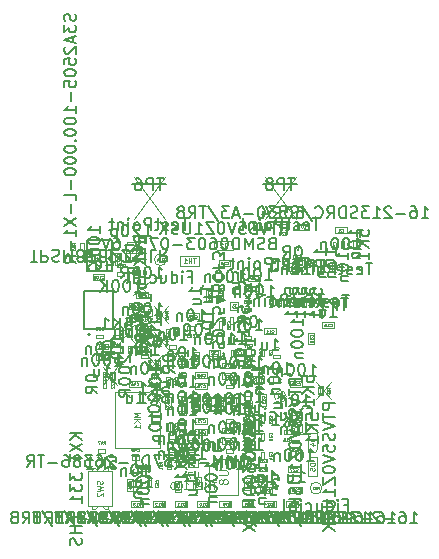
<source format=gbr>
%TF.GenerationSoftware,KiCad,Pcbnew,9.0.1*%
%TF.CreationDate,2025-05-16T18:32:17-04:00*%
%TF.ProjectId,Expansion_Card_Retrofit,45787061-6e73-4696-9f6e-5f436172645f,X1*%
%TF.SameCoordinates,Original*%
%TF.FileFunction,AssemblyDrawing,Bot*%
%FSLAX45Y45*%
G04 Gerber Fmt 4.5, Leading zero omitted, Abs format (unit mm)*
G04 Created by KiCad (PCBNEW 9.0.1) date 2025-05-16 18:32:17*
%MOMM*%
%LPD*%
G01*
G04 APERTURE LIST*
%ADD10C,0.150000*%
%ADD11C,0.040000*%
%ADD12C,0.070000*%
%ADD13C,0.060000*%
%ADD14C,0.025000*%
%ADD15C,0.075000*%
%ADD16C,0.100000*%
%ADD17C,0.110000*%
%ADD18C,0.127000*%
%ADD19C,0.200000*%
G04 APERTURE END LIST*
D10*
X567982Y1541810D02*
X567982Y1589429D01*
X567982Y1589429D02*
X615601Y1594190D01*
X615601Y1594190D02*
X610839Y1589429D01*
X610839Y1589429D02*
X606077Y1579905D01*
X606077Y1579905D02*
X606077Y1556095D01*
X606077Y1556095D02*
X610839Y1546571D01*
X610839Y1546571D02*
X615601Y1541810D01*
X615601Y1541810D02*
X625125Y1537048D01*
X625125Y1537048D02*
X648934Y1537048D01*
X648934Y1537048D02*
X658458Y1541810D01*
X658458Y1541810D02*
X663220Y1546571D01*
X663220Y1546571D02*
X667982Y1556095D01*
X667982Y1556095D02*
X667982Y1579905D01*
X667982Y1579905D02*
X663220Y1589429D01*
X663220Y1589429D02*
X658458Y1594190D01*
X667982Y1494190D02*
X567982Y1494190D01*
X667982Y1437048D02*
X610839Y1479905D01*
X567982Y1437048D02*
X625125Y1494190D01*
X667982Y1341810D02*
X667982Y1398952D01*
X667982Y1370381D02*
X567982Y1370381D01*
X567982Y1370381D02*
X582268Y1379905D01*
X582268Y1379905D02*
X591791Y1389429D01*
X591791Y1389429D02*
X596553Y1398952D01*
D11*
X806857Y1484071D02*
X794953Y1492405D01*
X806857Y1498357D02*
X781857Y1498357D01*
X781857Y1498357D02*
X781857Y1488833D01*
X781857Y1488833D02*
X783048Y1486452D01*
X783048Y1486452D02*
X784238Y1485262D01*
X784238Y1485262D02*
X786619Y1484071D01*
X786619Y1484071D02*
X790191Y1484071D01*
X790191Y1484071D02*
X792572Y1485262D01*
X792572Y1485262D02*
X793762Y1486452D01*
X793762Y1486452D02*
X794953Y1488833D01*
X794953Y1488833D02*
X794953Y1498357D01*
X790191Y1462643D02*
X806857Y1462643D01*
X780667Y1468595D02*
X798524Y1474548D01*
X798524Y1474548D02*
X798524Y1459071D01*
X790191Y1438833D02*
X806857Y1438833D01*
X780667Y1444786D02*
X798524Y1450738D01*
X798524Y1450738D02*
X798524Y1435262D01*
X793741Y1429414D02*
X793741Y1504357D01*
D10*
X978333Y2504518D02*
X921190Y2504518D01*
X949762Y2404518D02*
X949762Y2504518D01*
X849762Y2409280D02*
X859286Y2404518D01*
X859286Y2404518D02*
X878333Y2404518D01*
X878333Y2404518D02*
X887857Y2409280D01*
X887857Y2409280D02*
X892619Y2418804D01*
X892619Y2418804D02*
X892619Y2456899D01*
X892619Y2456899D02*
X887857Y2466423D01*
X887857Y2466423D02*
X878333Y2471185D01*
X878333Y2471185D02*
X859286Y2471185D01*
X859286Y2471185D02*
X849762Y2466423D01*
X849762Y2466423D02*
X845000Y2456899D01*
X845000Y2456899D02*
X845000Y2447375D01*
X845000Y2447375D02*
X892619Y2437852D01*
X806905Y2409280D02*
X797381Y2404518D01*
X797381Y2404518D02*
X778333Y2404518D01*
X778333Y2404518D02*
X768809Y2409280D01*
X768809Y2409280D02*
X764048Y2418804D01*
X764048Y2418804D02*
X764048Y2423566D01*
X764048Y2423566D02*
X768809Y2433090D01*
X768809Y2433090D02*
X778333Y2437852D01*
X778333Y2437852D02*
X792619Y2437852D01*
X792619Y2437852D02*
X802143Y2442613D01*
X802143Y2442613D02*
X806905Y2452137D01*
X806905Y2452137D02*
X806905Y2456899D01*
X806905Y2456899D02*
X802143Y2466423D01*
X802143Y2466423D02*
X792619Y2471185D01*
X792619Y2471185D02*
X778333Y2471185D01*
X778333Y2471185D02*
X768809Y2466423D01*
X735476Y2471185D02*
X697381Y2471185D01*
X721190Y2504518D02*
X721190Y2418804D01*
X721190Y2418804D02*
X716428Y2409280D01*
X716428Y2409280D02*
X706905Y2404518D01*
X706905Y2404518D02*
X697381Y2404518D01*
X664048Y2404518D02*
X664048Y2504518D01*
X664048Y2504518D02*
X625952Y2504518D01*
X625952Y2504518D02*
X616429Y2499756D01*
X616429Y2499756D02*
X611667Y2494994D01*
X611667Y2494994D02*
X606905Y2485471D01*
X606905Y2485471D02*
X606905Y2471185D01*
X606905Y2471185D02*
X611667Y2461661D01*
X611667Y2461661D02*
X616429Y2456899D01*
X616429Y2456899D02*
X625952Y2452137D01*
X625952Y2452137D02*
X664048Y2452137D01*
X549762Y2404518D02*
X559286Y2409280D01*
X559286Y2409280D02*
X564048Y2414042D01*
X564048Y2414042D02*
X568809Y2423566D01*
X568809Y2423566D02*
X568809Y2452137D01*
X568809Y2452137D02*
X564048Y2461661D01*
X564048Y2461661D02*
X559286Y2466423D01*
X559286Y2466423D02*
X549762Y2471185D01*
X549762Y2471185D02*
X535476Y2471185D01*
X535476Y2471185D02*
X525952Y2466423D01*
X525952Y2466423D02*
X521190Y2461661D01*
X521190Y2461661D02*
X516428Y2452137D01*
X516428Y2452137D02*
X516428Y2423566D01*
X516428Y2423566D02*
X521190Y2414042D01*
X521190Y2414042D02*
X525952Y2409280D01*
X525952Y2409280D02*
X535476Y2404518D01*
X535476Y2404518D02*
X549762Y2404518D01*
X473571Y2404518D02*
X473571Y2471185D01*
X473571Y2504518D02*
X478333Y2499756D01*
X478333Y2499756D02*
X473571Y2494994D01*
X473571Y2494994D02*
X468809Y2499756D01*
X468809Y2499756D02*
X473571Y2504518D01*
X473571Y2504518D02*
X473571Y2494994D01*
X425952Y2471185D02*
X425952Y2404518D01*
X425952Y2461661D02*
X421190Y2466423D01*
X421190Y2466423D02*
X411667Y2471185D01*
X411667Y2471185D02*
X397381Y2471185D01*
X397381Y2471185D02*
X387857Y2466423D01*
X387857Y2466423D02*
X383095Y2456899D01*
X383095Y2456899D02*
X383095Y2404518D01*
X349762Y2471185D02*
X311667Y2471185D01*
X335476Y2504518D02*
X335476Y2418804D01*
X335476Y2418804D02*
X330714Y2409280D01*
X330714Y2409280D02*
X321190Y2404518D01*
X321190Y2404518D02*
X311667Y2404518D01*
X771190Y2844518D02*
X714048Y2844518D01*
X742619Y2744518D02*
X742619Y2844518D01*
X680714Y2744518D02*
X680714Y2844518D01*
X680714Y2844518D02*
X642619Y2844518D01*
X642619Y2844518D02*
X633095Y2839756D01*
X633095Y2839756D02*
X628333Y2834994D01*
X628333Y2834994D02*
X623571Y2825470D01*
X623571Y2825470D02*
X623571Y2811185D01*
X623571Y2811185D02*
X628333Y2801661D01*
X628333Y2801661D02*
X633095Y2796899D01*
X633095Y2796899D02*
X642619Y2792137D01*
X642619Y2792137D02*
X680714Y2792137D01*
X537857Y2844518D02*
X556905Y2844518D01*
X556905Y2844518D02*
X566429Y2839756D01*
X566429Y2839756D02*
X571190Y2834994D01*
X571190Y2834994D02*
X580714Y2820709D01*
X580714Y2820709D02*
X585476Y2801661D01*
X585476Y2801661D02*
X585476Y2763566D01*
X585476Y2763566D02*
X580714Y2754042D01*
X580714Y2754042D02*
X575952Y2749280D01*
X575952Y2749280D02*
X566429Y2744518D01*
X566429Y2744518D02*
X547381Y2744518D01*
X547381Y2744518D02*
X537857Y2749280D01*
X537857Y2749280D02*
X533095Y2754042D01*
X533095Y2754042D02*
X528333Y2763566D01*
X528333Y2763566D02*
X528333Y2787375D01*
X528333Y2787375D02*
X533095Y2796899D01*
X533095Y2796899D02*
X537857Y2801661D01*
X537857Y2801661D02*
X547381Y2806423D01*
X547381Y2806423D02*
X566429Y2806423D01*
X566429Y2806423D02*
X575952Y2801661D01*
X575952Y2801661D02*
X580714Y2796899D01*
X580714Y2796899D02*
X585476Y2787375D01*
X505833Y2794518D02*
X793119Y2794518D01*
X2088333Y2504518D02*
X2031190Y2504518D01*
X2059762Y2404518D02*
X2059762Y2504518D01*
X1959762Y2409280D02*
X1969286Y2404518D01*
X1969286Y2404518D02*
X1988333Y2404518D01*
X1988333Y2404518D02*
X1997857Y2409280D01*
X1997857Y2409280D02*
X2002619Y2418804D01*
X2002619Y2418804D02*
X2002619Y2456899D01*
X2002619Y2456899D02*
X1997857Y2466423D01*
X1997857Y2466423D02*
X1988333Y2471185D01*
X1988333Y2471185D02*
X1969286Y2471185D01*
X1969286Y2471185D02*
X1959762Y2466423D01*
X1959762Y2466423D02*
X1955000Y2456899D01*
X1955000Y2456899D02*
X1955000Y2447375D01*
X1955000Y2447375D02*
X2002619Y2437852D01*
X1916905Y2409280D02*
X1907381Y2404518D01*
X1907381Y2404518D02*
X1888333Y2404518D01*
X1888333Y2404518D02*
X1878809Y2409280D01*
X1878809Y2409280D02*
X1874048Y2418804D01*
X1874048Y2418804D02*
X1874048Y2423566D01*
X1874048Y2423566D02*
X1878809Y2433090D01*
X1878809Y2433090D02*
X1888333Y2437852D01*
X1888333Y2437852D02*
X1902619Y2437852D01*
X1902619Y2437852D02*
X1912143Y2442613D01*
X1912143Y2442613D02*
X1916905Y2452137D01*
X1916905Y2452137D02*
X1916905Y2456899D01*
X1916905Y2456899D02*
X1912143Y2466423D01*
X1912143Y2466423D02*
X1902619Y2471185D01*
X1902619Y2471185D02*
X1888333Y2471185D01*
X1888333Y2471185D02*
X1878809Y2466423D01*
X1845476Y2471185D02*
X1807381Y2471185D01*
X1831190Y2504518D02*
X1831190Y2418804D01*
X1831190Y2418804D02*
X1826428Y2409280D01*
X1826428Y2409280D02*
X1816905Y2404518D01*
X1816905Y2404518D02*
X1807381Y2404518D01*
X1774047Y2404518D02*
X1774047Y2504518D01*
X1774047Y2504518D02*
X1735952Y2504518D01*
X1735952Y2504518D02*
X1726428Y2499756D01*
X1726428Y2499756D02*
X1721667Y2494994D01*
X1721667Y2494994D02*
X1716905Y2485471D01*
X1716905Y2485471D02*
X1716905Y2471185D01*
X1716905Y2471185D02*
X1721667Y2461661D01*
X1721667Y2461661D02*
X1726428Y2456899D01*
X1726428Y2456899D02*
X1735952Y2452137D01*
X1735952Y2452137D02*
X1774047Y2452137D01*
X1659762Y2404518D02*
X1669286Y2409280D01*
X1669286Y2409280D02*
X1674047Y2414042D01*
X1674047Y2414042D02*
X1678809Y2423566D01*
X1678809Y2423566D02*
X1678809Y2452137D01*
X1678809Y2452137D02*
X1674047Y2461661D01*
X1674047Y2461661D02*
X1669286Y2466423D01*
X1669286Y2466423D02*
X1659762Y2471185D01*
X1659762Y2471185D02*
X1645476Y2471185D01*
X1645476Y2471185D02*
X1635952Y2466423D01*
X1635952Y2466423D02*
X1631190Y2461661D01*
X1631190Y2461661D02*
X1626428Y2452137D01*
X1626428Y2452137D02*
X1626428Y2423566D01*
X1626428Y2423566D02*
X1631190Y2414042D01*
X1631190Y2414042D02*
X1635952Y2409280D01*
X1635952Y2409280D02*
X1645476Y2404518D01*
X1645476Y2404518D02*
X1659762Y2404518D01*
X1583571Y2404518D02*
X1583571Y2471185D01*
X1583571Y2504518D02*
X1588333Y2499756D01*
X1588333Y2499756D02*
X1583571Y2494994D01*
X1583571Y2494994D02*
X1578809Y2499756D01*
X1578809Y2499756D02*
X1583571Y2504518D01*
X1583571Y2504518D02*
X1583571Y2494994D01*
X1535952Y2471185D02*
X1535952Y2404518D01*
X1535952Y2461661D02*
X1531190Y2466423D01*
X1531190Y2466423D02*
X1521667Y2471185D01*
X1521667Y2471185D02*
X1507381Y2471185D01*
X1507381Y2471185D02*
X1497857Y2466423D01*
X1497857Y2466423D02*
X1493095Y2456899D01*
X1493095Y2456899D02*
X1493095Y2404518D01*
X1459762Y2471185D02*
X1421667Y2471185D01*
X1445476Y2504518D02*
X1445476Y2418804D01*
X1445476Y2418804D02*
X1440714Y2409280D01*
X1440714Y2409280D02*
X1431190Y2404518D01*
X1431190Y2404518D02*
X1421667Y2404518D01*
X1881190Y2844518D02*
X1824048Y2844518D01*
X1852619Y2744518D02*
X1852619Y2844518D01*
X1790714Y2744518D02*
X1790714Y2844518D01*
X1790714Y2844518D02*
X1752619Y2844518D01*
X1752619Y2844518D02*
X1743095Y2839756D01*
X1743095Y2839756D02*
X1738333Y2834994D01*
X1738333Y2834994D02*
X1733571Y2825470D01*
X1733571Y2825470D02*
X1733571Y2811185D01*
X1733571Y2811185D02*
X1738333Y2801661D01*
X1738333Y2801661D02*
X1743095Y2796899D01*
X1743095Y2796899D02*
X1752619Y2792137D01*
X1752619Y2792137D02*
X1790714Y2792137D01*
X1676428Y2801661D02*
X1685952Y2806423D01*
X1685952Y2806423D02*
X1690714Y2811185D01*
X1690714Y2811185D02*
X1695476Y2820709D01*
X1695476Y2820709D02*
X1695476Y2825470D01*
X1695476Y2825470D02*
X1690714Y2834994D01*
X1690714Y2834994D02*
X1685952Y2839756D01*
X1685952Y2839756D02*
X1676428Y2844518D01*
X1676428Y2844518D02*
X1657381Y2844518D01*
X1657381Y2844518D02*
X1647857Y2839756D01*
X1647857Y2839756D02*
X1643095Y2834994D01*
X1643095Y2834994D02*
X1638333Y2825470D01*
X1638333Y2825470D02*
X1638333Y2820709D01*
X1638333Y2820709D02*
X1643095Y2811185D01*
X1643095Y2811185D02*
X1647857Y2806423D01*
X1647857Y2806423D02*
X1657381Y2801661D01*
X1657381Y2801661D02*
X1676428Y2801661D01*
X1676428Y2801661D02*
X1685952Y2796899D01*
X1685952Y2796899D02*
X1690714Y2792137D01*
X1690714Y2792137D02*
X1695476Y2782613D01*
X1695476Y2782613D02*
X1695476Y2763566D01*
X1695476Y2763566D02*
X1690714Y2754042D01*
X1690714Y2754042D02*
X1685952Y2749280D01*
X1685952Y2749280D02*
X1676428Y2744518D01*
X1676428Y2744518D02*
X1657381Y2744518D01*
X1657381Y2744518D02*
X1647857Y2749280D01*
X1647857Y2749280D02*
X1643095Y2754042D01*
X1643095Y2754042D02*
X1638333Y2763566D01*
X1638333Y2763566D02*
X1638333Y2782613D01*
X1638333Y2782613D02*
X1643095Y2792137D01*
X1643095Y2792137D02*
X1647857Y2796899D01*
X1647857Y2796899D02*
X1657381Y2801661D01*
X1615833Y2794518D02*
X1903119Y2794518D01*
X937982Y506310D02*
X937982Y553929D01*
X937982Y553929D02*
X985601Y558691D01*
X985601Y558691D02*
X980839Y553929D01*
X980839Y553929D02*
X976077Y544405D01*
X976077Y544405D02*
X976077Y520595D01*
X976077Y520595D02*
X980839Y511071D01*
X980839Y511071D02*
X985601Y506310D01*
X985601Y506310D02*
X995125Y501548D01*
X995125Y501548D02*
X1018934Y501548D01*
X1018934Y501548D02*
X1028458Y506310D01*
X1028458Y506310D02*
X1033220Y511071D01*
X1033220Y511071D02*
X1037982Y520595D01*
X1037982Y520595D02*
X1037982Y544405D01*
X1037982Y544405D02*
X1033220Y553929D01*
X1033220Y553929D02*
X1028458Y558691D01*
X1037982Y458690D02*
X937982Y458690D01*
X1037982Y401548D02*
X980839Y444405D01*
X937982Y401548D02*
X995125Y458690D01*
X1037982Y306310D02*
X1037982Y363452D01*
X1037982Y334881D02*
X937982Y334881D01*
X937982Y334881D02*
X952268Y344405D01*
X952268Y344405D02*
X961791Y353929D01*
X961791Y353929D02*
X966553Y363452D01*
D11*
X830857Y448571D02*
X818953Y456905D01*
X830857Y462857D02*
X805857Y462857D01*
X805857Y462857D02*
X805857Y453333D01*
X805857Y453333D02*
X807048Y450952D01*
X807048Y450952D02*
X808238Y449762D01*
X808238Y449762D02*
X810619Y448571D01*
X810619Y448571D02*
X814191Y448571D01*
X814191Y448571D02*
X816572Y449762D01*
X816572Y449762D02*
X817762Y450952D01*
X817762Y450952D02*
X818953Y453333D01*
X818953Y453333D02*
X818953Y462857D01*
X805857Y440238D02*
X805857Y424762D01*
X805857Y424762D02*
X815381Y433095D01*
X815381Y433095D02*
X815381Y429524D01*
X815381Y429524D02*
X816572Y427143D01*
X816572Y427143D02*
X817762Y425952D01*
X817762Y425952D02*
X820143Y424762D01*
X820143Y424762D02*
X826095Y424762D01*
X826095Y424762D02*
X828476Y425952D01*
X828476Y425952D02*
X829667Y427143D01*
X829667Y427143D02*
X830857Y429524D01*
X830857Y429524D02*
X830857Y436667D01*
X830857Y436667D02*
X829667Y439048D01*
X829667Y439048D02*
X828476Y440238D01*
X805857Y409286D02*
X805857Y406905D01*
X805857Y406905D02*
X807048Y404524D01*
X807048Y404524D02*
X808238Y403333D01*
X808238Y403333D02*
X810619Y402143D01*
X810619Y402143D02*
X815381Y400952D01*
X815381Y400952D02*
X821334Y400952D01*
X821334Y400952D02*
X826095Y402143D01*
X826095Y402143D02*
X828476Y403333D01*
X828476Y403333D02*
X829667Y404524D01*
X829667Y404524D02*
X830857Y406905D01*
X830857Y406905D02*
X830857Y409286D01*
X830857Y409286D02*
X829667Y411667D01*
X829667Y411667D02*
X828476Y412857D01*
X828476Y412857D02*
X826095Y414048D01*
X826095Y414048D02*
X821334Y415238D01*
X821334Y415238D02*
X815381Y415238D01*
X815381Y415238D02*
X810619Y414048D01*
X810619Y414048D02*
X808238Y412857D01*
X808238Y412857D02*
X807048Y411667D01*
X807048Y411667D02*
X805857Y409286D01*
D10*
X2004405Y1173018D02*
X2061547Y1173018D01*
X2032976Y1173018D02*
X2032976Y1273018D01*
X2032976Y1273018D02*
X2042500Y1258732D01*
X2042500Y1258732D02*
X2052024Y1249209D01*
X2052024Y1249209D02*
X2061547Y1244447D01*
X1942500Y1273018D02*
X1932976Y1273018D01*
X1932976Y1273018D02*
X1923452Y1268256D01*
X1923452Y1268256D02*
X1918690Y1263494D01*
X1918690Y1263494D02*
X1913928Y1253971D01*
X1913928Y1253971D02*
X1909167Y1234923D01*
X1909167Y1234923D02*
X1909167Y1211113D01*
X1909167Y1211113D02*
X1913928Y1192066D01*
X1913928Y1192066D02*
X1918690Y1182542D01*
X1918690Y1182542D02*
X1923452Y1177780D01*
X1923452Y1177780D02*
X1932976Y1173018D01*
X1932976Y1173018D02*
X1942500Y1173018D01*
X1942500Y1173018D02*
X1952024Y1177780D01*
X1952024Y1177780D02*
X1956786Y1182542D01*
X1956786Y1182542D02*
X1961547Y1192066D01*
X1961547Y1192066D02*
X1966309Y1211113D01*
X1966309Y1211113D02*
X1966309Y1234923D01*
X1966309Y1234923D02*
X1961547Y1253971D01*
X1961547Y1253971D02*
X1956786Y1263494D01*
X1956786Y1263494D02*
X1952024Y1268256D01*
X1952024Y1268256D02*
X1942500Y1273018D01*
X1847262Y1273018D02*
X1837738Y1273018D01*
X1837738Y1273018D02*
X1828214Y1268256D01*
X1828214Y1268256D02*
X1823452Y1263494D01*
X1823452Y1263494D02*
X1818690Y1253971D01*
X1818690Y1253971D02*
X1813928Y1234923D01*
X1813928Y1234923D02*
X1813928Y1211113D01*
X1813928Y1211113D02*
X1818690Y1192066D01*
X1818690Y1192066D02*
X1823452Y1182542D01*
X1823452Y1182542D02*
X1828214Y1177780D01*
X1828214Y1177780D02*
X1837738Y1173018D01*
X1837738Y1173018D02*
X1847262Y1173018D01*
X1847262Y1173018D02*
X1856786Y1177780D01*
X1856786Y1177780D02*
X1861547Y1182542D01*
X1861547Y1182542D02*
X1866309Y1192066D01*
X1866309Y1192066D02*
X1871071Y1211113D01*
X1871071Y1211113D02*
X1871071Y1234923D01*
X1871071Y1234923D02*
X1866309Y1253971D01*
X1866309Y1253971D02*
X1861547Y1263494D01*
X1861547Y1263494D02*
X1856786Y1268256D01*
X1856786Y1268256D02*
X1847262Y1273018D01*
X1771071Y1239685D02*
X1771071Y1173018D01*
X1771071Y1230161D02*
X1766309Y1234923D01*
X1766309Y1234923D02*
X1756786Y1239685D01*
X1756786Y1239685D02*
X1742500Y1239685D01*
X1742500Y1239685D02*
X1732976Y1234923D01*
X1732976Y1234923D02*
X1728214Y1225399D01*
X1728214Y1225399D02*
X1728214Y1173018D01*
D11*
X1908571Y1093524D02*
X1909762Y1092333D01*
X1909762Y1092333D02*
X1913333Y1091143D01*
X1913333Y1091143D02*
X1915714Y1091143D01*
X1915714Y1091143D02*
X1919286Y1092333D01*
X1919286Y1092333D02*
X1921667Y1094714D01*
X1921667Y1094714D02*
X1922857Y1097095D01*
X1922857Y1097095D02*
X1924047Y1101857D01*
X1924047Y1101857D02*
X1924047Y1105428D01*
X1924047Y1105428D02*
X1922857Y1110190D01*
X1922857Y1110190D02*
X1921667Y1112571D01*
X1921667Y1112571D02*
X1919286Y1114952D01*
X1919286Y1114952D02*
X1915714Y1116143D01*
X1915714Y1116143D02*
X1913333Y1116143D01*
X1913333Y1116143D02*
X1909762Y1114952D01*
X1909762Y1114952D02*
X1908571Y1113762D01*
X1899047Y1113762D02*
X1897857Y1114952D01*
X1897857Y1114952D02*
X1895476Y1116143D01*
X1895476Y1116143D02*
X1889524Y1116143D01*
X1889524Y1116143D02*
X1887143Y1114952D01*
X1887143Y1114952D02*
X1885952Y1113762D01*
X1885952Y1113762D02*
X1884762Y1111381D01*
X1884762Y1111381D02*
X1884762Y1109000D01*
X1884762Y1109000D02*
X1885952Y1105428D01*
X1885952Y1105428D02*
X1900238Y1091143D01*
X1900238Y1091143D02*
X1884762Y1091143D01*
X1869286Y1116143D02*
X1866905Y1116143D01*
X1866905Y1116143D02*
X1864524Y1114952D01*
X1864524Y1114952D02*
X1863333Y1113762D01*
X1863333Y1113762D02*
X1862143Y1111381D01*
X1862143Y1111381D02*
X1860952Y1106619D01*
X1860952Y1106619D02*
X1860952Y1100666D01*
X1860952Y1100666D02*
X1862143Y1095905D01*
X1862143Y1095905D02*
X1863333Y1093524D01*
X1863333Y1093524D02*
X1864524Y1092333D01*
X1864524Y1092333D02*
X1866905Y1091143D01*
X1866905Y1091143D02*
X1869286Y1091143D01*
X1869286Y1091143D02*
X1871667Y1092333D01*
X1871667Y1092333D02*
X1872857Y1093524D01*
X1872857Y1093524D02*
X1874048Y1095905D01*
X1874048Y1095905D02*
X1875238Y1100666D01*
X1875238Y1100666D02*
X1875238Y1106619D01*
X1875238Y1106619D02*
X1874048Y1111381D01*
X1874048Y1111381D02*
X1872857Y1113762D01*
X1872857Y1113762D02*
X1871667Y1114952D01*
X1871667Y1114952D02*
X1869286Y1116143D01*
D10*
X1392286Y849518D02*
X1449428Y849518D01*
X1420857Y849518D02*
X1420857Y949518D01*
X1420857Y949518D02*
X1430381Y935232D01*
X1430381Y935232D02*
X1439905Y925709D01*
X1439905Y925709D02*
X1449428Y920947D01*
X1330381Y949518D02*
X1320857Y949518D01*
X1320857Y949518D02*
X1311333Y944756D01*
X1311333Y944756D02*
X1306571Y939994D01*
X1306571Y939994D02*
X1301810Y930470D01*
X1301810Y930470D02*
X1297048Y911423D01*
X1297048Y911423D02*
X1297048Y887613D01*
X1297048Y887613D02*
X1301810Y868566D01*
X1301810Y868566D02*
X1306571Y859042D01*
X1306571Y859042D02*
X1311333Y854280D01*
X1311333Y854280D02*
X1320857Y849518D01*
X1320857Y849518D02*
X1330381Y849518D01*
X1330381Y849518D02*
X1339905Y854280D01*
X1339905Y854280D02*
X1344667Y859042D01*
X1344667Y859042D02*
X1349429Y868566D01*
X1349429Y868566D02*
X1354190Y887613D01*
X1354190Y887613D02*
X1354190Y911423D01*
X1354190Y911423D02*
X1349429Y930470D01*
X1349429Y930470D02*
X1344667Y939994D01*
X1344667Y939994D02*
X1339905Y944756D01*
X1339905Y944756D02*
X1330381Y949518D01*
X1254190Y916185D02*
X1254190Y849518D01*
X1254190Y906661D02*
X1249429Y911423D01*
X1249429Y911423D02*
X1239905Y916185D01*
X1239905Y916185D02*
X1225619Y916185D01*
X1225619Y916185D02*
X1216095Y911423D01*
X1216095Y911423D02*
X1211333Y901899D01*
X1211333Y901899D02*
X1211333Y849518D01*
D11*
X1344071Y713023D02*
X1345262Y711833D01*
X1345262Y711833D02*
X1348833Y710643D01*
X1348833Y710643D02*
X1351214Y710643D01*
X1351214Y710643D02*
X1354786Y711833D01*
X1354786Y711833D02*
X1357167Y714214D01*
X1357167Y714214D02*
X1358357Y716595D01*
X1358357Y716595D02*
X1359548Y721357D01*
X1359548Y721357D02*
X1359548Y724928D01*
X1359548Y724928D02*
X1358357Y729690D01*
X1358357Y729690D02*
X1357167Y732071D01*
X1357167Y732071D02*
X1354786Y734452D01*
X1354786Y734452D02*
X1351214Y735643D01*
X1351214Y735643D02*
X1348833Y735643D01*
X1348833Y735643D02*
X1345262Y734452D01*
X1345262Y734452D02*
X1344071Y733262D01*
X1332167Y710643D02*
X1327405Y710643D01*
X1327405Y710643D02*
X1325024Y711833D01*
X1325024Y711833D02*
X1323833Y713023D01*
X1323833Y713023D02*
X1321452Y716595D01*
X1321452Y716595D02*
X1320262Y721357D01*
X1320262Y721357D02*
X1320262Y730881D01*
X1320262Y730881D02*
X1321452Y733262D01*
X1321452Y733262D02*
X1322643Y734452D01*
X1322643Y734452D02*
X1325024Y735643D01*
X1325024Y735643D02*
X1329786Y735643D01*
X1329786Y735643D02*
X1332167Y734452D01*
X1332167Y734452D02*
X1333357Y733262D01*
X1333357Y733262D02*
X1334548Y730881D01*
X1334548Y730881D02*
X1334548Y724928D01*
X1334548Y724928D02*
X1333357Y722547D01*
X1333357Y722547D02*
X1332167Y721357D01*
X1332167Y721357D02*
X1329786Y720166D01*
X1329786Y720166D02*
X1325024Y720166D01*
X1325024Y720166D02*
X1322643Y721357D01*
X1322643Y721357D02*
X1321452Y722547D01*
X1321452Y722547D02*
X1320262Y724928D01*
X1305976Y724928D02*
X1308357Y726119D01*
X1308357Y726119D02*
X1309548Y727309D01*
X1309548Y727309D02*
X1310738Y729690D01*
X1310738Y729690D02*
X1310738Y730881D01*
X1310738Y730881D02*
X1309548Y733262D01*
X1309548Y733262D02*
X1308357Y734452D01*
X1308357Y734452D02*
X1305976Y735643D01*
X1305976Y735643D02*
X1301214Y735643D01*
X1301214Y735643D02*
X1298833Y734452D01*
X1298833Y734452D02*
X1297643Y733262D01*
X1297643Y733262D02*
X1296452Y730881D01*
X1296452Y730881D02*
X1296452Y729690D01*
X1296452Y729690D02*
X1297643Y727309D01*
X1297643Y727309D02*
X1298833Y726119D01*
X1298833Y726119D02*
X1301214Y724928D01*
X1301214Y724928D02*
X1305976Y724928D01*
X1305976Y724928D02*
X1308357Y723738D01*
X1308357Y723738D02*
X1309548Y722547D01*
X1309548Y722547D02*
X1310738Y720166D01*
X1310738Y720166D02*
X1310738Y715404D01*
X1310738Y715404D02*
X1309548Y713023D01*
X1309548Y713023D02*
X1308357Y711833D01*
X1308357Y711833D02*
X1305976Y710643D01*
X1305976Y710643D02*
X1301214Y710643D01*
X1301214Y710643D02*
X1298833Y711833D01*
X1298833Y711833D02*
X1297643Y713023D01*
X1297643Y713023D02*
X1296452Y715404D01*
X1296452Y715404D02*
X1296452Y720166D01*
X1296452Y720166D02*
X1297643Y722547D01*
X1297643Y722547D02*
X1298833Y723738D01*
X1298833Y723738D02*
X1301214Y724928D01*
D10*
X1980482Y801310D02*
X1980482Y848929D01*
X1980482Y848929D02*
X2028101Y853690D01*
X2028101Y853690D02*
X2023339Y848929D01*
X2023339Y848929D02*
X2018577Y839405D01*
X2018577Y839405D02*
X2018577Y815595D01*
X2018577Y815595D02*
X2023339Y806071D01*
X2023339Y806071D02*
X2028101Y801310D01*
X2028101Y801310D02*
X2037625Y796548D01*
X2037625Y796548D02*
X2061434Y796548D01*
X2061434Y796548D02*
X2070958Y801310D01*
X2070958Y801310D02*
X2075720Y806071D01*
X2075720Y806071D02*
X2080482Y815595D01*
X2080482Y815595D02*
X2080482Y839405D01*
X2080482Y839405D02*
X2075720Y848929D01*
X2075720Y848929D02*
X2070958Y853690D01*
X2080482Y753690D02*
X1980482Y753690D01*
X2080482Y696548D02*
X2023339Y739405D01*
X1980482Y696548D02*
X2037625Y753690D01*
X2080482Y601310D02*
X2080482Y658452D01*
X2080482Y629881D02*
X1980482Y629881D01*
X1980482Y629881D02*
X1994768Y639405D01*
X1994768Y639405D02*
X2004291Y648929D01*
X2004291Y648929D02*
X2009053Y658452D01*
D11*
X1873357Y743571D02*
X1861453Y751905D01*
X1873357Y757857D02*
X1848357Y757857D01*
X1848357Y757857D02*
X1848357Y748333D01*
X1848357Y748333D02*
X1849548Y745952D01*
X1849548Y745952D02*
X1850738Y744762D01*
X1850738Y744762D02*
X1853119Y743571D01*
X1853119Y743571D02*
X1856691Y743571D01*
X1856691Y743571D02*
X1859072Y744762D01*
X1859072Y744762D02*
X1860262Y745952D01*
X1860262Y745952D02*
X1861453Y748333D01*
X1861453Y748333D02*
X1861453Y757857D01*
X1873357Y719762D02*
X1873357Y734048D01*
X1873357Y726905D02*
X1848357Y726905D01*
X1848357Y726905D02*
X1851929Y729286D01*
X1851929Y729286D02*
X1854310Y731667D01*
X1854310Y731667D02*
X1855500Y734048D01*
X1848357Y697143D02*
X1848357Y709048D01*
X1848357Y709048D02*
X1860262Y710238D01*
X1860262Y710238D02*
X1859072Y709048D01*
X1859072Y709048D02*
X1857881Y706667D01*
X1857881Y706667D02*
X1857881Y700714D01*
X1857881Y700714D02*
X1859072Y698333D01*
X1859072Y698333D02*
X1860262Y697143D01*
X1860262Y697143D02*
X1862643Y695952D01*
X1862643Y695952D02*
X1868595Y695952D01*
X1868595Y695952D02*
X1870976Y697143D01*
X1870976Y697143D02*
X1872167Y698333D01*
X1872167Y698333D02*
X1873357Y700714D01*
X1873357Y700714D02*
X1873357Y706667D01*
X1873357Y706667D02*
X1872167Y709048D01*
X1872167Y709048D02*
X1870976Y710238D01*
D10*
X1656667Y275518D02*
X1713809Y275518D01*
X1685238Y275518D02*
X1685238Y375518D01*
X1685238Y375518D02*
X1694762Y361232D01*
X1694762Y361232D02*
X1704286Y351709D01*
X1704286Y351709D02*
X1713809Y346947D01*
X1570952Y342185D02*
X1570952Y275518D01*
X1613809Y342185D02*
X1613809Y289804D01*
X1613809Y289804D02*
X1609047Y280280D01*
X1609047Y280280D02*
X1599524Y275518D01*
X1599524Y275518D02*
X1585238Y275518D01*
X1585238Y275518D02*
X1575714Y280280D01*
X1575714Y280280D02*
X1570952Y285042D01*
D11*
X1656071Y196023D02*
X1657262Y194833D01*
X1657262Y194833D02*
X1660833Y193643D01*
X1660833Y193643D02*
X1663214Y193643D01*
X1663214Y193643D02*
X1666786Y194833D01*
X1666786Y194833D02*
X1669167Y197214D01*
X1669167Y197214D02*
X1670357Y199595D01*
X1670357Y199595D02*
X1671547Y204357D01*
X1671547Y204357D02*
X1671547Y207928D01*
X1671547Y207928D02*
X1670357Y212690D01*
X1670357Y212690D02*
X1669167Y215071D01*
X1669167Y215071D02*
X1666786Y217452D01*
X1666786Y217452D02*
X1663214Y218643D01*
X1663214Y218643D02*
X1660833Y218643D01*
X1660833Y218643D02*
X1657262Y217452D01*
X1657262Y217452D02*
X1656071Y216262D01*
X1634643Y210309D02*
X1634643Y193643D01*
X1640595Y219833D02*
X1646547Y201976D01*
X1646547Y201976D02*
X1631071Y201976D01*
X1609643Y218643D02*
X1621548Y218643D01*
X1621548Y218643D02*
X1622738Y206738D01*
X1622738Y206738D02*
X1621548Y207928D01*
X1621548Y207928D02*
X1619167Y209119D01*
X1619167Y209119D02*
X1613214Y209119D01*
X1613214Y209119D02*
X1610833Y207928D01*
X1610833Y207928D02*
X1609643Y206738D01*
X1609643Y206738D02*
X1608452Y204357D01*
X1608452Y204357D02*
X1608452Y198404D01*
X1608452Y198404D02*
X1609643Y196023D01*
X1609643Y196023D02*
X1610833Y194833D01*
X1610833Y194833D02*
X1613214Y193643D01*
X1613214Y193643D02*
X1619167Y193643D01*
X1619167Y193643D02*
X1621548Y194833D01*
X1621548Y194833D02*
X1622738Y196023D01*
D10*
X294286Y1354518D02*
X351428Y1354518D01*
X322857Y1354518D02*
X322857Y1454518D01*
X322857Y1454518D02*
X332381Y1440232D01*
X332381Y1440232D02*
X341905Y1430709D01*
X341905Y1430709D02*
X351428Y1425947D01*
X232381Y1454518D02*
X222857Y1454518D01*
X222857Y1454518D02*
X213333Y1449756D01*
X213333Y1449756D02*
X208571Y1444994D01*
X208571Y1444994D02*
X203809Y1435470D01*
X203809Y1435470D02*
X199048Y1416423D01*
X199048Y1416423D02*
X199048Y1392613D01*
X199048Y1392613D02*
X203809Y1373566D01*
X203809Y1373566D02*
X208571Y1364042D01*
X208571Y1364042D02*
X213333Y1359280D01*
X213333Y1359280D02*
X222857Y1354518D01*
X222857Y1354518D02*
X232381Y1354518D01*
X232381Y1354518D02*
X241905Y1359280D01*
X241905Y1359280D02*
X246667Y1364042D01*
X246667Y1364042D02*
X251428Y1373566D01*
X251428Y1373566D02*
X256190Y1392613D01*
X256190Y1392613D02*
X256190Y1416423D01*
X256190Y1416423D02*
X251428Y1435470D01*
X251428Y1435470D02*
X246667Y1444994D01*
X246667Y1444994D02*
X241905Y1449756D01*
X241905Y1449756D02*
X232381Y1454518D01*
X156190Y1421185D02*
X156190Y1354518D01*
X156190Y1411661D02*
X151429Y1416423D01*
X151429Y1416423D02*
X141905Y1421185D01*
X141905Y1421185D02*
X127619Y1421185D01*
X127619Y1421185D02*
X118095Y1416423D01*
X118095Y1416423D02*
X113333Y1406899D01*
X113333Y1406899D02*
X113333Y1354518D01*
D11*
X246071Y1564023D02*
X247262Y1562833D01*
X247262Y1562833D02*
X250833Y1561643D01*
X250833Y1561643D02*
X253214Y1561643D01*
X253214Y1561643D02*
X256786Y1562833D01*
X256786Y1562833D02*
X259167Y1565214D01*
X259167Y1565214D02*
X260357Y1567595D01*
X260357Y1567595D02*
X261547Y1572357D01*
X261547Y1572357D02*
X261547Y1575928D01*
X261547Y1575928D02*
X260357Y1580690D01*
X260357Y1580690D02*
X259167Y1583071D01*
X259167Y1583071D02*
X256786Y1585452D01*
X256786Y1585452D02*
X253214Y1586643D01*
X253214Y1586643D02*
X250833Y1586643D01*
X250833Y1586643D02*
X247262Y1585452D01*
X247262Y1585452D02*
X246071Y1584262D01*
X231786Y1575928D02*
X234167Y1577119D01*
X234167Y1577119D02*
X235357Y1578309D01*
X235357Y1578309D02*
X236547Y1580690D01*
X236547Y1580690D02*
X236547Y1581881D01*
X236547Y1581881D02*
X235357Y1584262D01*
X235357Y1584262D02*
X234167Y1585452D01*
X234167Y1585452D02*
X231786Y1586643D01*
X231786Y1586643D02*
X227024Y1586643D01*
X227024Y1586643D02*
X224643Y1585452D01*
X224643Y1585452D02*
X223452Y1584262D01*
X223452Y1584262D02*
X222262Y1581881D01*
X222262Y1581881D02*
X222262Y1580690D01*
X222262Y1580690D02*
X223452Y1578309D01*
X223452Y1578309D02*
X224643Y1577119D01*
X224643Y1577119D02*
X227024Y1575928D01*
X227024Y1575928D02*
X231786Y1575928D01*
X231786Y1575928D02*
X234167Y1574738D01*
X234167Y1574738D02*
X235357Y1573547D01*
X235357Y1573547D02*
X236547Y1571166D01*
X236547Y1571166D02*
X236547Y1566404D01*
X236547Y1566404D02*
X235357Y1564023D01*
X235357Y1564023D02*
X234167Y1562833D01*
X234167Y1562833D02*
X231786Y1561643D01*
X231786Y1561643D02*
X227024Y1561643D01*
X227024Y1561643D02*
X224643Y1562833D01*
X224643Y1562833D02*
X223452Y1564023D01*
X223452Y1564023D02*
X222262Y1566404D01*
X222262Y1566404D02*
X222262Y1571166D01*
X222262Y1571166D02*
X223452Y1573547D01*
X223452Y1573547D02*
X224643Y1574738D01*
X224643Y1574738D02*
X227024Y1575928D01*
X206786Y1586643D02*
X204405Y1586643D01*
X204405Y1586643D02*
X202024Y1585452D01*
X202024Y1585452D02*
X200833Y1584262D01*
X200833Y1584262D02*
X199643Y1581881D01*
X199643Y1581881D02*
X198452Y1577119D01*
X198452Y1577119D02*
X198452Y1571166D01*
X198452Y1571166D02*
X199643Y1566404D01*
X199643Y1566404D02*
X200833Y1564023D01*
X200833Y1564023D02*
X202024Y1562833D01*
X202024Y1562833D02*
X204405Y1561643D01*
X204405Y1561643D02*
X206786Y1561643D01*
X206786Y1561643D02*
X209167Y1562833D01*
X209167Y1562833D02*
X210357Y1564023D01*
X210357Y1564023D02*
X211548Y1566404D01*
X211548Y1566404D02*
X212738Y1571166D01*
X212738Y1571166D02*
X212738Y1577119D01*
X212738Y1577119D02*
X211548Y1581881D01*
X211548Y1581881D02*
X210357Y1584262D01*
X210357Y1584262D02*
X209167Y1585452D01*
X209167Y1585452D02*
X206786Y1586643D01*
D10*
X2674762Y-77482D02*
X2731905Y-77482D01*
X2703333Y-77482D02*
X2703333Y22518D01*
X2703333Y22518D02*
X2712857Y8232D01*
X2712857Y8232D02*
X2722381Y-1291D01*
X2722381Y-1291D02*
X2731905Y-6053D01*
X2589048Y22518D02*
X2608095Y22518D01*
X2608095Y22518D02*
X2617619Y17756D01*
X2617619Y17756D02*
X2622381Y12994D01*
X2622381Y12994D02*
X2631905Y-1291D01*
X2631905Y-1291D02*
X2636667Y-20339D01*
X2636667Y-20339D02*
X2636667Y-58434D01*
X2636667Y-58434D02*
X2631905Y-67958D01*
X2631905Y-67958D02*
X2627143Y-72720D01*
X2627143Y-72720D02*
X2617619Y-77482D01*
X2617619Y-77482D02*
X2598571Y-77482D01*
X2598571Y-77482D02*
X2589048Y-72720D01*
X2589048Y-72720D02*
X2584286Y-67958D01*
X2584286Y-67958D02*
X2579524Y-58434D01*
X2579524Y-58434D02*
X2579524Y-34625D01*
X2579524Y-34625D02*
X2584286Y-25101D01*
X2584286Y-25101D02*
X2589048Y-20339D01*
X2589048Y-20339D02*
X2598571Y-15577D01*
X2598571Y-15577D02*
X2617619Y-15577D01*
X2617619Y-15577D02*
X2627143Y-20339D01*
X2627143Y-20339D02*
X2631905Y-25101D01*
X2631905Y-25101D02*
X2636667Y-34625D01*
X2536667Y-39387D02*
X2460476Y-39387D01*
X2417619Y12994D02*
X2412857Y17756D01*
X2412857Y17756D02*
X2403333Y22518D01*
X2403333Y22518D02*
X2379524Y22518D01*
X2379524Y22518D02*
X2370000Y17756D01*
X2370000Y17756D02*
X2365238Y12994D01*
X2365238Y12994D02*
X2360476Y3470D01*
X2360476Y3470D02*
X2360476Y-6053D01*
X2360476Y-6053D02*
X2365238Y-20339D01*
X2365238Y-20339D02*
X2422381Y-77482D01*
X2422381Y-77482D02*
X2360476Y-77482D01*
X2265238Y-77482D02*
X2322381Y-77482D01*
X2293810Y-77482D02*
X2293810Y22518D01*
X2293810Y22518D02*
X2303333Y8232D01*
X2303333Y8232D02*
X2312857Y-1291D01*
X2312857Y-1291D02*
X2322381Y-6053D01*
X2231905Y22518D02*
X2170000Y22518D01*
X2170000Y22518D02*
X2203333Y-15577D01*
X2203333Y-15577D02*
X2189048Y-15577D01*
X2189048Y-15577D02*
X2179524Y-20339D01*
X2179524Y-20339D02*
X2174762Y-25101D01*
X2174762Y-25101D02*
X2170000Y-34625D01*
X2170000Y-34625D02*
X2170000Y-58434D01*
X2170000Y-58434D02*
X2174762Y-67958D01*
X2174762Y-67958D02*
X2179524Y-72720D01*
X2179524Y-72720D02*
X2189048Y-77482D01*
X2189048Y-77482D02*
X2217619Y-77482D01*
X2217619Y-77482D02*
X2227143Y-72720D01*
X2227143Y-72720D02*
X2231905Y-67958D01*
X2131905Y-72720D02*
X2117619Y-77482D01*
X2117619Y-77482D02*
X2093809Y-77482D01*
X2093809Y-77482D02*
X2084286Y-72720D01*
X2084286Y-72720D02*
X2079524Y-67958D01*
X2079524Y-67958D02*
X2074762Y-58434D01*
X2074762Y-58434D02*
X2074762Y-48910D01*
X2074762Y-48910D02*
X2079524Y-39387D01*
X2079524Y-39387D02*
X2084286Y-34625D01*
X2084286Y-34625D02*
X2093809Y-29863D01*
X2093809Y-29863D02*
X2112857Y-25101D01*
X2112857Y-25101D02*
X2122381Y-20339D01*
X2122381Y-20339D02*
X2127143Y-15577D01*
X2127143Y-15577D02*
X2131905Y-6053D01*
X2131905Y-6053D02*
X2131905Y3470D01*
X2131905Y3470D02*
X2127143Y12994D01*
X2127143Y12994D02*
X2122381Y17756D01*
X2122381Y17756D02*
X2112857Y22518D01*
X2112857Y22518D02*
X2089048Y22518D01*
X2089048Y22518D02*
X2074762Y17756D01*
X2031905Y-77482D02*
X2031905Y22518D01*
X2031905Y22518D02*
X2008095Y22518D01*
X2008095Y22518D02*
X1993809Y17756D01*
X1993809Y17756D02*
X1984286Y8232D01*
X1984286Y8232D02*
X1979524Y-1291D01*
X1979524Y-1291D02*
X1974762Y-20339D01*
X1974762Y-20339D02*
X1974762Y-34625D01*
X1974762Y-34625D02*
X1979524Y-53672D01*
X1979524Y-53672D02*
X1984286Y-63196D01*
X1984286Y-63196D02*
X1993809Y-72720D01*
X1993809Y-72720D02*
X2008095Y-77482D01*
X2008095Y-77482D02*
X2031905Y-77482D01*
X1874762Y-77482D02*
X1908095Y-29863D01*
X1931905Y-77482D02*
X1931905Y22518D01*
X1931905Y22518D02*
X1893809Y22518D01*
X1893809Y22518D02*
X1884286Y17756D01*
X1884286Y17756D02*
X1879524Y12994D01*
X1879524Y12994D02*
X1874762Y3470D01*
X1874762Y3470D02*
X1874762Y-10815D01*
X1874762Y-10815D02*
X1879524Y-20339D01*
X1879524Y-20339D02*
X1884286Y-25101D01*
X1884286Y-25101D02*
X1893809Y-29863D01*
X1893809Y-29863D02*
X1931905Y-29863D01*
X1774762Y-67958D02*
X1779524Y-72720D01*
X1779524Y-72720D02*
X1793809Y-77482D01*
X1793809Y-77482D02*
X1803333Y-77482D01*
X1803333Y-77482D02*
X1817619Y-72720D01*
X1817619Y-72720D02*
X1827143Y-63196D01*
X1827143Y-63196D02*
X1831905Y-53672D01*
X1831905Y-53672D02*
X1836667Y-34625D01*
X1836667Y-34625D02*
X1836667Y-20339D01*
X1836667Y-20339D02*
X1831905Y-1291D01*
X1831905Y-1291D02*
X1827143Y8232D01*
X1827143Y8232D02*
X1817619Y17756D01*
X1817619Y17756D02*
X1803333Y22518D01*
X1803333Y22518D02*
X1793809Y22518D01*
X1793809Y22518D02*
X1779524Y17756D01*
X1779524Y17756D02*
X1774762Y12994D01*
X1660476Y27280D02*
X1746190Y-101291D01*
X1631905Y-72720D02*
X1617619Y-77482D01*
X1617619Y-77482D02*
X1593809Y-77482D01*
X1593809Y-77482D02*
X1584286Y-72720D01*
X1584286Y-72720D02*
X1579524Y-67958D01*
X1579524Y-67958D02*
X1574762Y-58434D01*
X1574762Y-58434D02*
X1574762Y-48910D01*
X1574762Y-48910D02*
X1579524Y-39387D01*
X1579524Y-39387D02*
X1584286Y-34625D01*
X1584286Y-34625D02*
X1593809Y-29863D01*
X1593809Y-29863D02*
X1612857Y-25101D01*
X1612857Y-25101D02*
X1622381Y-20339D01*
X1622381Y-20339D02*
X1627143Y-15577D01*
X1627143Y-15577D02*
X1631905Y-6053D01*
X1631905Y-6053D02*
X1631905Y3470D01*
X1631905Y3470D02*
X1627143Y12994D01*
X1627143Y12994D02*
X1622381Y17756D01*
X1622381Y17756D02*
X1612857Y22518D01*
X1612857Y22518D02*
X1589048Y22518D01*
X1589048Y22518D02*
X1574762Y17756D01*
X1484286Y22518D02*
X1531905Y22518D01*
X1531905Y22518D02*
X1536667Y-25101D01*
X1536667Y-25101D02*
X1531905Y-20339D01*
X1531905Y-20339D02*
X1522381Y-15577D01*
X1522381Y-15577D02*
X1498571Y-15577D01*
X1498571Y-15577D02*
X1489048Y-20339D01*
X1489048Y-20339D02*
X1484286Y-25101D01*
X1484286Y-25101D02*
X1479524Y-34625D01*
X1479524Y-34625D02*
X1479524Y-58434D01*
X1479524Y-58434D02*
X1484286Y-67958D01*
X1484286Y-67958D02*
X1489048Y-72720D01*
X1489048Y-72720D02*
X1498571Y-77482D01*
X1498571Y-77482D02*
X1522381Y-77482D01*
X1522381Y-77482D02*
X1531905Y-72720D01*
X1531905Y-72720D02*
X1536667Y-67958D01*
X1446190Y22518D02*
X1384286Y22518D01*
X1384286Y22518D02*
X1417619Y-15577D01*
X1417619Y-15577D02*
X1403333Y-15577D01*
X1403333Y-15577D02*
X1393810Y-20339D01*
X1393810Y-20339D02*
X1389048Y-25101D01*
X1389048Y-25101D02*
X1384286Y-34625D01*
X1384286Y-34625D02*
X1384286Y-58434D01*
X1384286Y-58434D02*
X1389048Y-67958D01*
X1389048Y-67958D02*
X1393810Y-72720D01*
X1393810Y-72720D02*
X1403333Y-77482D01*
X1403333Y-77482D02*
X1431905Y-77482D01*
X1431905Y-77482D02*
X1441428Y-72720D01*
X1441428Y-72720D02*
X1446190Y-67958D01*
X1322381Y22518D02*
X1312857Y22518D01*
X1312857Y22518D02*
X1303333Y17756D01*
X1303333Y17756D02*
X1298571Y12994D01*
X1298571Y12994D02*
X1293810Y3470D01*
X1293810Y3470D02*
X1289048Y-15577D01*
X1289048Y-15577D02*
X1289048Y-39387D01*
X1289048Y-39387D02*
X1293810Y-58434D01*
X1293810Y-58434D02*
X1298571Y-67958D01*
X1298571Y-67958D02*
X1303333Y-72720D01*
X1303333Y-72720D02*
X1312857Y-77482D01*
X1312857Y-77482D02*
X1322381Y-77482D01*
X1322381Y-77482D02*
X1331905Y-72720D01*
X1331905Y-72720D02*
X1336667Y-67958D01*
X1336667Y-67958D02*
X1341429Y-58434D01*
X1341429Y-58434D02*
X1346190Y-39387D01*
X1346190Y-39387D02*
X1346190Y-15577D01*
X1346190Y-15577D02*
X1341429Y3470D01*
X1341429Y3470D02*
X1336667Y12994D01*
X1336667Y12994D02*
X1331905Y17756D01*
X1331905Y17756D02*
X1322381Y22518D01*
X1246190Y-39387D02*
X1170000Y-39387D01*
X1127143Y-48910D02*
X1079524Y-48910D01*
X1136667Y-77482D02*
X1103333Y22518D01*
X1103333Y22518D02*
X1070000Y-77482D01*
X1046190Y22518D02*
X984286Y22518D01*
X984286Y22518D02*
X1017619Y-15577D01*
X1017619Y-15577D02*
X1003333Y-15577D01*
X1003333Y-15577D02*
X993809Y-20339D01*
X993809Y-20339D02*
X989048Y-25101D01*
X989048Y-25101D02*
X984286Y-34625D01*
X984286Y-34625D02*
X984286Y-58434D01*
X984286Y-58434D02*
X989048Y-67958D01*
X989048Y-67958D02*
X993809Y-72720D01*
X993809Y-72720D02*
X1003333Y-77482D01*
X1003333Y-77482D02*
X1031905Y-77482D01*
X1031905Y-77482D02*
X1041428Y-72720D01*
X1041428Y-72720D02*
X1046190Y-67958D01*
X870000Y27280D02*
X955714Y-101291D01*
X850952Y22518D02*
X793809Y22518D01*
X822381Y-77482D02*
X822381Y22518D01*
X703333Y-77482D02*
X736667Y-29863D01*
X760476Y-77482D02*
X760476Y22518D01*
X760476Y22518D02*
X722381Y22518D01*
X722381Y22518D02*
X712857Y17756D01*
X712857Y17756D02*
X708095Y12994D01*
X708095Y12994D02*
X703333Y3470D01*
X703333Y3470D02*
X703333Y-10815D01*
X703333Y-10815D02*
X708095Y-20339D01*
X708095Y-20339D02*
X712857Y-25101D01*
X712857Y-25101D02*
X722381Y-29863D01*
X722381Y-29863D02*
X760476Y-29863D01*
X646190Y-20339D02*
X655714Y-15577D01*
X655714Y-15577D02*
X660476Y-10815D01*
X660476Y-10815D02*
X665238Y-1291D01*
X665238Y-1291D02*
X665238Y3470D01*
X665238Y3470D02*
X660476Y12994D01*
X660476Y12994D02*
X655714Y17756D01*
X655714Y17756D02*
X646190Y22518D01*
X646190Y22518D02*
X627143Y22518D01*
X627143Y22518D02*
X617619Y17756D01*
X617619Y17756D02*
X612857Y12994D01*
X612857Y12994D02*
X608095Y3470D01*
X608095Y3470D02*
X608095Y-1291D01*
X608095Y-1291D02*
X612857Y-10815D01*
X612857Y-10815D02*
X617619Y-15577D01*
X617619Y-15577D02*
X627143Y-20339D01*
X627143Y-20339D02*
X646190Y-20339D01*
X646190Y-20339D02*
X655714Y-25101D01*
X655714Y-25101D02*
X660476Y-29863D01*
X660476Y-29863D02*
X665238Y-39387D01*
X665238Y-39387D02*
X665238Y-58434D01*
X665238Y-58434D02*
X660476Y-67958D01*
X660476Y-67958D02*
X655714Y-72720D01*
X655714Y-72720D02*
X646190Y-77482D01*
X646190Y-77482D02*
X627143Y-77482D01*
X627143Y-77482D02*
X617619Y-72720D01*
X617619Y-72720D02*
X612857Y-67958D01*
X612857Y-67958D02*
X608095Y-58434D01*
X608095Y-58434D02*
X608095Y-39387D01*
X608095Y-39387D02*
X612857Y-29863D01*
X612857Y-29863D02*
X617619Y-25101D01*
X617619Y-25101D02*
X627143Y-20339D01*
D11*
X1688452Y73643D02*
X1688452Y98643D01*
X1688452Y98643D02*
X1682500Y98643D01*
X1682500Y98643D02*
X1678928Y97452D01*
X1678928Y97452D02*
X1676547Y95071D01*
X1676547Y95071D02*
X1675357Y92690D01*
X1675357Y92690D02*
X1674167Y87928D01*
X1674167Y87928D02*
X1674167Y84357D01*
X1674167Y84357D02*
X1675357Y79595D01*
X1675357Y79595D02*
X1676547Y77214D01*
X1676547Y77214D02*
X1678928Y74833D01*
X1678928Y74833D02*
X1682500Y73643D01*
X1682500Y73643D02*
X1688452Y73643D01*
X1664643Y96262D02*
X1663452Y97452D01*
X1663452Y97452D02*
X1661071Y98643D01*
X1661071Y98643D02*
X1655119Y98643D01*
X1655119Y98643D02*
X1652738Y97452D01*
X1652738Y97452D02*
X1651547Y96262D01*
X1651547Y96262D02*
X1650357Y93881D01*
X1650357Y93881D02*
X1650357Y91500D01*
X1650357Y91500D02*
X1651547Y87928D01*
X1651547Y87928D02*
X1665833Y73643D01*
X1665833Y73643D02*
X1650357Y73643D01*
D10*
X1547982Y1434786D02*
X1547982Y1491929D01*
X1547982Y1463357D02*
X1447982Y1463357D01*
X1447982Y1463357D02*
X1462268Y1472881D01*
X1462268Y1472881D02*
X1471791Y1482405D01*
X1471791Y1482405D02*
X1476553Y1491929D01*
X1447982Y1372881D02*
X1447982Y1363357D01*
X1447982Y1363357D02*
X1452744Y1353833D01*
X1452744Y1353833D02*
X1457506Y1349072D01*
X1457506Y1349072D02*
X1467029Y1344310D01*
X1467029Y1344310D02*
X1486077Y1339548D01*
X1486077Y1339548D02*
X1509887Y1339548D01*
X1509887Y1339548D02*
X1528934Y1344310D01*
X1528934Y1344310D02*
X1538458Y1349072D01*
X1538458Y1349072D02*
X1543220Y1353833D01*
X1543220Y1353833D02*
X1547982Y1363357D01*
X1547982Y1363357D02*
X1547982Y1372881D01*
X1547982Y1372881D02*
X1543220Y1382405D01*
X1543220Y1382405D02*
X1538458Y1387167D01*
X1538458Y1387167D02*
X1528934Y1391929D01*
X1528934Y1391929D02*
X1509887Y1396691D01*
X1509887Y1396691D02*
X1486077Y1396691D01*
X1486077Y1396691D02*
X1467029Y1391929D01*
X1467029Y1391929D02*
X1457506Y1387167D01*
X1457506Y1387167D02*
X1452744Y1382405D01*
X1452744Y1382405D02*
X1447982Y1372881D01*
X1481315Y1296691D02*
X1547982Y1296691D01*
X1490839Y1296691D02*
X1486077Y1291929D01*
X1486077Y1291929D02*
X1481315Y1282405D01*
X1481315Y1282405D02*
X1481315Y1268119D01*
X1481315Y1268119D02*
X1486077Y1258595D01*
X1486077Y1258595D02*
X1495601Y1253833D01*
X1495601Y1253833D02*
X1547982Y1253833D01*
D11*
X1684476Y1374667D02*
X1685667Y1375857D01*
X1685667Y1375857D02*
X1686857Y1379429D01*
X1686857Y1379429D02*
X1686857Y1381810D01*
X1686857Y1381810D02*
X1685667Y1385381D01*
X1685667Y1385381D02*
X1683286Y1387762D01*
X1683286Y1387762D02*
X1680905Y1388952D01*
X1680905Y1388952D02*
X1676143Y1390143D01*
X1676143Y1390143D02*
X1672572Y1390143D01*
X1672572Y1390143D02*
X1667810Y1388952D01*
X1667810Y1388952D02*
X1665429Y1387762D01*
X1665429Y1387762D02*
X1663048Y1385381D01*
X1663048Y1385381D02*
X1661857Y1381810D01*
X1661857Y1381810D02*
X1661857Y1379429D01*
X1661857Y1379429D02*
X1663048Y1375857D01*
X1663048Y1375857D02*
X1664238Y1374667D01*
X1686857Y1362762D02*
X1686857Y1358000D01*
X1686857Y1358000D02*
X1685667Y1355619D01*
X1685667Y1355619D02*
X1684476Y1354429D01*
X1684476Y1354429D02*
X1680905Y1352048D01*
X1680905Y1352048D02*
X1676143Y1350857D01*
X1676143Y1350857D02*
X1666619Y1350857D01*
X1666619Y1350857D02*
X1664238Y1352048D01*
X1664238Y1352048D02*
X1663048Y1353238D01*
X1663048Y1353238D02*
X1661857Y1355619D01*
X1661857Y1355619D02*
X1661857Y1360381D01*
X1661857Y1360381D02*
X1663048Y1362762D01*
X1663048Y1362762D02*
X1664238Y1363952D01*
X1664238Y1363952D02*
X1666619Y1365143D01*
X1666619Y1365143D02*
X1672572Y1365143D01*
X1672572Y1365143D02*
X1674953Y1363952D01*
X1674953Y1363952D02*
X1676143Y1362762D01*
X1676143Y1362762D02*
X1677334Y1360381D01*
X1677334Y1360381D02*
X1677334Y1355619D01*
X1677334Y1355619D02*
X1676143Y1353238D01*
X1676143Y1353238D02*
X1674953Y1352048D01*
X1674953Y1352048D02*
X1672572Y1350857D01*
D10*
X1397482Y1710810D02*
X1397482Y1758429D01*
X1397482Y1758429D02*
X1445101Y1763190D01*
X1445101Y1763190D02*
X1440339Y1758429D01*
X1440339Y1758429D02*
X1435577Y1748905D01*
X1435577Y1748905D02*
X1435577Y1725095D01*
X1435577Y1725095D02*
X1440339Y1715571D01*
X1440339Y1715571D02*
X1445101Y1710810D01*
X1445101Y1710810D02*
X1454625Y1706048D01*
X1454625Y1706048D02*
X1478434Y1706048D01*
X1478434Y1706048D02*
X1487958Y1710810D01*
X1487958Y1710810D02*
X1492720Y1715571D01*
X1492720Y1715571D02*
X1497482Y1725095D01*
X1497482Y1725095D02*
X1497482Y1748905D01*
X1497482Y1748905D02*
X1492720Y1758429D01*
X1492720Y1758429D02*
X1487958Y1763190D01*
X1497482Y1663190D02*
X1397482Y1663190D01*
X1497482Y1606048D02*
X1440339Y1648905D01*
X1397482Y1606048D02*
X1454625Y1663190D01*
X1497482Y1510810D02*
X1497482Y1567952D01*
X1497482Y1539381D02*
X1397482Y1539381D01*
X1397482Y1539381D02*
X1411768Y1548905D01*
X1411768Y1548905D02*
X1421291Y1558429D01*
X1421291Y1558429D02*
X1426053Y1567952D01*
D11*
X1290357Y1653071D02*
X1278453Y1661405D01*
X1290357Y1667357D02*
X1265357Y1667357D01*
X1265357Y1667357D02*
X1265357Y1657833D01*
X1265357Y1657833D02*
X1266548Y1655452D01*
X1266548Y1655452D02*
X1267738Y1654262D01*
X1267738Y1654262D02*
X1270119Y1653071D01*
X1270119Y1653071D02*
X1273691Y1653071D01*
X1273691Y1653071D02*
X1276072Y1654262D01*
X1276072Y1654262D02*
X1277262Y1655452D01*
X1277262Y1655452D02*
X1278453Y1657833D01*
X1278453Y1657833D02*
X1278453Y1667357D01*
X1265357Y1644738D02*
X1265357Y1629262D01*
X1265357Y1629262D02*
X1274881Y1637595D01*
X1274881Y1637595D02*
X1274881Y1634024D01*
X1274881Y1634024D02*
X1276072Y1631643D01*
X1276072Y1631643D02*
X1277262Y1630452D01*
X1277262Y1630452D02*
X1279643Y1629262D01*
X1279643Y1629262D02*
X1285596Y1629262D01*
X1285596Y1629262D02*
X1287977Y1630452D01*
X1287977Y1630452D02*
X1289167Y1631643D01*
X1289167Y1631643D02*
X1290357Y1634024D01*
X1290357Y1634024D02*
X1290357Y1641167D01*
X1290357Y1641167D02*
X1289167Y1643548D01*
X1289167Y1643548D02*
X1287977Y1644738D01*
X1265357Y1607833D02*
X1265357Y1612595D01*
X1265357Y1612595D02*
X1266548Y1614976D01*
X1266548Y1614976D02*
X1267738Y1616167D01*
X1267738Y1616167D02*
X1271310Y1618548D01*
X1271310Y1618548D02*
X1276072Y1619738D01*
X1276072Y1619738D02*
X1285596Y1619738D01*
X1285596Y1619738D02*
X1287977Y1618548D01*
X1287977Y1618548D02*
X1289167Y1617357D01*
X1289167Y1617357D02*
X1290357Y1614976D01*
X1290357Y1614976D02*
X1290357Y1610214D01*
X1290357Y1610214D02*
X1289167Y1607833D01*
X1289167Y1607833D02*
X1287977Y1606643D01*
X1287977Y1606643D02*
X1285596Y1605452D01*
X1285596Y1605452D02*
X1279643Y1605452D01*
X1279643Y1605452D02*
X1277262Y1606643D01*
X1277262Y1606643D02*
X1276072Y1607833D01*
X1276072Y1607833D02*
X1274881Y1610214D01*
X1274881Y1610214D02*
X1274881Y1614976D01*
X1274881Y1614976D02*
X1276072Y1617357D01*
X1276072Y1617357D02*
X1277262Y1618548D01*
X1277262Y1618548D02*
X1279643Y1619738D01*
D10*
X1547982Y722286D02*
X1547982Y779429D01*
X1547982Y750857D02*
X1447982Y750857D01*
X1447982Y750857D02*
X1462268Y760381D01*
X1462268Y760381D02*
X1471791Y769905D01*
X1471791Y769905D02*
X1476553Y779429D01*
X1447982Y660381D02*
X1447982Y650857D01*
X1447982Y650857D02*
X1452744Y641333D01*
X1452744Y641333D02*
X1457506Y636572D01*
X1457506Y636572D02*
X1467029Y631810D01*
X1467029Y631810D02*
X1486077Y627048D01*
X1486077Y627048D02*
X1509887Y627048D01*
X1509887Y627048D02*
X1528934Y631810D01*
X1528934Y631810D02*
X1538458Y636572D01*
X1538458Y636572D02*
X1543220Y641333D01*
X1543220Y641333D02*
X1547982Y650857D01*
X1547982Y650857D02*
X1547982Y660381D01*
X1547982Y660381D02*
X1543220Y669905D01*
X1543220Y669905D02*
X1538458Y674667D01*
X1538458Y674667D02*
X1528934Y679429D01*
X1528934Y679429D02*
X1509887Y684191D01*
X1509887Y684191D02*
X1486077Y684191D01*
X1486077Y684191D02*
X1467029Y679429D01*
X1467029Y679429D02*
X1457506Y674667D01*
X1457506Y674667D02*
X1452744Y669905D01*
X1452744Y669905D02*
X1447982Y660381D01*
X1481315Y584191D02*
X1547982Y584191D01*
X1490839Y584191D02*
X1486077Y579429D01*
X1486077Y579429D02*
X1481315Y569905D01*
X1481315Y569905D02*
X1481315Y555619D01*
X1481315Y555619D02*
X1486077Y546095D01*
X1486077Y546095D02*
X1495601Y541333D01*
X1495601Y541333D02*
X1547982Y541333D01*
D11*
X1684476Y674072D02*
X1685667Y675262D01*
X1685667Y675262D02*
X1686857Y678833D01*
X1686857Y678833D02*
X1686857Y681214D01*
X1686857Y681214D02*
X1685667Y684786D01*
X1685667Y684786D02*
X1683286Y687167D01*
X1683286Y687167D02*
X1680905Y688357D01*
X1680905Y688357D02*
X1676143Y689548D01*
X1676143Y689548D02*
X1672572Y689548D01*
X1672572Y689548D02*
X1667810Y688357D01*
X1667810Y688357D02*
X1665429Y687167D01*
X1665429Y687167D02*
X1663048Y684786D01*
X1663048Y684786D02*
X1661857Y681214D01*
X1661857Y681214D02*
X1661857Y678833D01*
X1661857Y678833D02*
X1663048Y675262D01*
X1663048Y675262D02*
X1664238Y674072D01*
X1664238Y664548D02*
X1663048Y663357D01*
X1663048Y663357D02*
X1661857Y660976D01*
X1661857Y660976D02*
X1661857Y655024D01*
X1661857Y655024D02*
X1663048Y652643D01*
X1663048Y652643D02*
X1664238Y651452D01*
X1664238Y651452D02*
X1666619Y650262D01*
X1666619Y650262D02*
X1669000Y650262D01*
X1669000Y650262D02*
X1672572Y651452D01*
X1672572Y651452D02*
X1686857Y665738D01*
X1686857Y665738D02*
X1686857Y650262D01*
X1661857Y627643D02*
X1661857Y639548D01*
X1661857Y639548D02*
X1673762Y640738D01*
X1673762Y640738D02*
X1672572Y639548D01*
X1672572Y639548D02*
X1671381Y637167D01*
X1671381Y637167D02*
X1671381Y631214D01*
X1671381Y631214D02*
X1672572Y628833D01*
X1672572Y628833D02*
X1673762Y627643D01*
X1673762Y627643D02*
X1676143Y626452D01*
X1676143Y626452D02*
X1682095Y626452D01*
X1682095Y626452D02*
X1684476Y627643D01*
X1684476Y627643D02*
X1685667Y628833D01*
X1685667Y628833D02*
X1686857Y631214D01*
X1686857Y631214D02*
X1686857Y637167D01*
X1686857Y637167D02*
X1685667Y639548D01*
X1685667Y639548D02*
X1684476Y640738D01*
D10*
X1423809Y409042D02*
X1428571Y404280D01*
X1428571Y404280D02*
X1442857Y399518D01*
X1442857Y399518D02*
X1452381Y399518D01*
X1452381Y399518D02*
X1466667Y404280D01*
X1466667Y404280D02*
X1476190Y413804D01*
X1476190Y413804D02*
X1480952Y423328D01*
X1480952Y423328D02*
X1485714Y442375D01*
X1485714Y442375D02*
X1485714Y456661D01*
X1485714Y456661D02*
X1480952Y475709D01*
X1480952Y475709D02*
X1476190Y485232D01*
X1476190Y485232D02*
X1466667Y494756D01*
X1466667Y494756D02*
X1452381Y499518D01*
X1452381Y499518D02*
X1442857Y499518D01*
X1442857Y499518D02*
X1428571Y494756D01*
X1428571Y494756D02*
X1423809Y489994D01*
X1380952Y399518D02*
X1380952Y499518D01*
X1380952Y499518D02*
X1347619Y428090D01*
X1347619Y428090D02*
X1314286Y499518D01*
X1314286Y499518D02*
X1314286Y399518D01*
X1266667Y399518D02*
X1266667Y499518D01*
X1266667Y499518D02*
X1233333Y428090D01*
X1233333Y428090D02*
X1200000Y499518D01*
X1200000Y499518D02*
X1200000Y399518D01*
X1152381Y437613D02*
X1076191Y437613D01*
X985714Y466185D02*
X985714Y399518D01*
X1009524Y504280D02*
X1033333Y432851D01*
X1033333Y432851D02*
X971429Y432851D01*
X942857Y499518D02*
X876190Y499518D01*
X876190Y499518D02*
X919048Y399518D01*
X847619Y499518D02*
X785714Y499518D01*
X785714Y499518D02*
X819048Y461423D01*
X819048Y461423D02*
X804762Y461423D01*
X804762Y461423D02*
X795238Y456661D01*
X795238Y456661D02*
X790476Y451899D01*
X790476Y451899D02*
X785714Y442375D01*
X785714Y442375D02*
X785714Y418566D01*
X785714Y418566D02*
X790476Y409042D01*
X790476Y409042D02*
X795238Y404280D01*
X795238Y404280D02*
X804762Y399518D01*
X804762Y399518D02*
X833333Y399518D01*
X833333Y399518D02*
X842857Y404280D01*
X842857Y404280D02*
X847619Y409042D01*
X752381Y499518D02*
X685714Y499518D01*
X685714Y499518D02*
X728571Y399518D01*
X647619Y399518D02*
X647619Y499518D01*
X647619Y499518D02*
X623810Y499518D01*
X623810Y499518D02*
X609524Y494756D01*
X609524Y494756D02*
X600000Y485232D01*
X600000Y485232D02*
X595238Y475709D01*
X595238Y475709D02*
X590476Y456661D01*
X590476Y456661D02*
X590476Y442375D01*
X590476Y442375D02*
X595238Y423328D01*
X595238Y423328D02*
X600000Y413804D01*
X600000Y413804D02*
X609524Y404280D01*
X609524Y404280D02*
X623810Y399518D01*
X623810Y399518D02*
X647619Y399518D01*
X561905Y499518D02*
X504762Y499518D01*
X533333Y399518D02*
X533333Y499518D01*
X471428Y437613D02*
X395238Y437613D01*
X352381Y489994D02*
X347619Y494756D01*
X347619Y494756D02*
X338095Y499518D01*
X338095Y499518D02*
X314286Y499518D01*
X314286Y499518D02*
X304762Y494756D01*
X304762Y494756D02*
X300000Y489994D01*
X300000Y489994D02*
X295238Y480470D01*
X295238Y480470D02*
X295238Y470947D01*
X295238Y470947D02*
X300000Y456661D01*
X300000Y456661D02*
X357143Y399518D01*
X357143Y399518D02*
X295238Y399518D01*
X209524Y499518D02*
X228571Y499518D01*
X228571Y499518D02*
X238095Y494756D01*
X238095Y494756D02*
X242857Y489994D01*
X242857Y489994D02*
X252381Y475709D01*
X252381Y475709D02*
X257143Y456661D01*
X257143Y456661D02*
X257143Y418566D01*
X257143Y418566D02*
X252381Y409042D01*
X252381Y409042D02*
X247619Y404280D01*
X247619Y404280D02*
X238095Y399518D01*
X238095Y399518D02*
X219048Y399518D01*
X219048Y399518D02*
X209524Y404280D01*
X209524Y404280D02*
X204762Y409042D01*
X204762Y409042D02*
X200000Y418566D01*
X200000Y418566D02*
X200000Y442375D01*
X200000Y442375D02*
X204762Y451899D01*
X204762Y451899D02*
X209524Y456661D01*
X209524Y456661D02*
X219048Y461423D01*
X219048Y461423D02*
X238095Y461423D01*
X238095Y461423D02*
X247619Y456661D01*
X247619Y456661D02*
X252381Y451899D01*
X252381Y451899D02*
X257143Y442375D01*
X166667Y499518D02*
X104762Y499518D01*
X104762Y499518D02*
X138095Y461423D01*
X138095Y461423D02*
X123809Y461423D01*
X123809Y461423D02*
X114286Y456661D01*
X114286Y456661D02*
X109524Y451899D01*
X109524Y451899D02*
X104762Y442375D01*
X104762Y442375D02*
X104762Y418566D01*
X104762Y418566D02*
X109524Y409042D01*
X109524Y409042D02*
X114286Y404280D01*
X114286Y404280D02*
X123809Y399518D01*
X123809Y399518D02*
X152381Y399518D01*
X152381Y399518D02*
X161905Y404280D01*
X161905Y404280D02*
X166667Y409042D01*
X47619Y456661D02*
X57143Y461423D01*
X57143Y461423D02*
X61905Y466185D01*
X61905Y466185D02*
X66667Y475709D01*
X66667Y475709D02*
X66667Y480470D01*
X66667Y480470D02*
X61905Y489994D01*
X61905Y489994D02*
X57143Y494756D01*
X57143Y494756D02*
X47619Y499518D01*
X47619Y499518D02*
X28571Y499518D01*
X28571Y499518D02*
X19048Y494756D01*
X19048Y494756D02*
X14286Y489994D01*
X14286Y489994D02*
X9524Y480470D01*
X9524Y480470D02*
X9524Y475709D01*
X9524Y475709D02*
X14286Y466185D01*
X14286Y466185D02*
X19048Y461423D01*
X19048Y461423D02*
X28571Y456661D01*
X28571Y456661D02*
X47619Y456661D01*
X47619Y456661D02*
X57143Y451899D01*
X57143Y451899D02*
X61905Y447137D01*
X61905Y447137D02*
X66667Y437613D01*
X66667Y437613D02*
X66667Y418566D01*
X66667Y418566D02*
X61905Y409042D01*
X61905Y409042D02*
X57143Y404280D01*
X57143Y404280D02*
X47619Y399518D01*
X47619Y399518D02*
X28571Y399518D01*
X28571Y399518D02*
X19048Y404280D01*
X19048Y404280D02*
X14286Y409042D01*
X14286Y409042D02*
X9524Y418566D01*
X9524Y418566D02*
X9524Y437613D01*
X9524Y437613D02*
X14286Y447137D01*
X14286Y447137D02*
X19048Y451899D01*
X19048Y451899D02*
X28571Y456661D01*
X-76191Y499518D02*
X-57143Y499518D01*
X-57143Y499518D02*
X-47619Y494756D01*
X-47619Y494756D02*
X-42857Y489994D01*
X-42857Y489994D02*
X-33333Y475709D01*
X-33333Y475709D02*
X-28571Y456661D01*
X-28571Y456661D02*
X-28571Y418566D01*
X-28571Y418566D02*
X-33333Y409042D01*
X-33333Y409042D02*
X-38095Y404280D01*
X-38095Y404280D02*
X-47619Y399518D01*
X-47619Y399518D02*
X-66667Y399518D01*
X-66667Y399518D02*
X-76191Y404280D01*
X-76191Y404280D02*
X-80952Y409042D01*
X-80952Y409042D02*
X-85714Y418566D01*
X-85714Y418566D02*
X-85714Y442375D01*
X-85714Y442375D02*
X-80952Y451899D01*
X-80952Y451899D02*
X-76191Y456661D01*
X-76191Y456661D02*
X-66667Y461423D01*
X-66667Y461423D02*
X-47619Y461423D01*
X-47619Y461423D02*
X-38095Y456661D01*
X-38095Y456661D02*
X-33333Y451899D01*
X-33333Y451899D02*
X-28571Y442375D01*
X-128571Y437613D02*
X-204762Y437613D01*
X-238095Y499518D02*
X-295238Y499518D01*
X-266667Y399518D02*
X-266667Y499518D01*
X-385714Y399518D02*
X-352381Y447137D01*
X-328572Y399518D02*
X-328572Y499518D01*
X-328572Y499518D02*
X-366667Y499518D01*
X-366667Y499518D02*
X-376190Y494756D01*
X-376190Y494756D02*
X-380952Y489994D01*
X-380952Y489994D02*
X-385714Y480470D01*
X-385714Y480470D02*
X-385714Y466185D01*
X-385714Y466185D02*
X-380952Y456661D01*
X-380952Y456661D02*
X-376190Y451899D01*
X-376190Y451899D02*
X-366667Y447137D01*
X-366667Y447137D02*
X-328572Y447137D01*
D12*
X572767Y860476D02*
X522767Y860476D01*
X522767Y860476D02*
X558481Y843809D01*
X558481Y843809D02*
X522767Y827143D01*
X522767Y827143D02*
X572767Y827143D01*
X572767Y803333D02*
X522767Y803333D01*
X572767Y774762D02*
X544196Y796190D01*
X522767Y774762D02*
X551338Y803333D01*
X572767Y727143D02*
X572767Y755714D01*
X572767Y741428D02*
X522767Y741428D01*
X522767Y741428D02*
X529910Y746190D01*
X529910Y746190D02*
X534672Y750952D01*
X534672Y750952D02*
X537053Y755714D01*
D10*
X2382905Y2242518D02*
X2440048Y2242518D01*
X2411476Y2242518D02*
X2411476Y2342518D01*
X2411476Y2342518D02*
X2421000Y2328232D01*
X2421000Y2328232D02*
X2430524Y2318709D01*
X2430524Y2318709D02*
X2440048Y2313947D01*
X2321000Y2342518D02*
X2311476Y2342518D01*
X2311476Y2342518D02*
X2301952Y2337756D01*
X2301952Y2337756D02*
X2297190Y2332994D01*
X2297190Y2332994D02*
X2292429Y2323471D01*
X2292429Y2323471D02*
X2287667Y2304423D01*
X2287667Y2304423D02*
X2287667Y2280613D01*
X2287667Y2280613D02*
X2292429Y2261566D01*
X2292429Y2261566D02*
X2297190Y2252042D01*
X2297190Y2252042D02*
X2301952Y2247280D01*
X2301952Y2247280D02*
X2311476Y2242518D01*
X2311476Y2242518D02*
X2321000Y2242518D01*
X2321000Y2242518D02*
X2330524Y2247280D01*
X2330524Y2247280D02*
X2335286Y2252042D01*
X2335286Y2252042D02*
X2340048Y2261566D01*
X2340048Y2261566D02*
X2344809Y2280613D01*
X2344809Y2280613D02*
X2344809Y2304423D01*
X2344809Y2304423D02*
X2340048Y2323471D01*
X2340048Y2323471D02*
X2335286Y2332994D01*
X2335286Y2332994D02*
X2330524Y2337756D01*
X2330524Y2337756D02*
X2321000Y2342518D01*
X2225762Y2342518D02*
X2216238Y2342518D01*
X2216238Y2342518D02*
X2206714Y2337756D01*
X2206714Y2337756D02*
X2201952Y2332994D01*
X2201952Y2332994D02*
X2197190Y2323471D01*
X2197190Y2323471D02*
X2192429Y2304423D01*
X2192429Y2304423D02*
X2192429Y2280613D01*
X2192429Y2280613D02*
X2197190Y2261566D01*
X2197190Y2261566D02*
X2201952Y2252042D01*
X2201952Y2252042D02*
X2206714Y2247280D01*
X2206714Y2247280D02*
X2216238Y2242518D01*
X2216238Y2242518D02*
X2225762Y2242518D01*
X2225762Y2242518D02*
X2235286Y2247280D01*
X2235286Y2247280D02*
X2240048Y2252042D01*
X2240048Y2252042D02*
X2244809Y2261566D01*
X2244809Y2261566D02*
X2249571Y2280613D01*
X2249571Y2280613D02*
X2249571Y2304423D01*
X2249571Y2304423D02*
X2244809Y2323471D01*
X2244809Y2323471D02*
X2240048Y2332994D01*
X2240048Y2332994D02*
X2235286Y2337756D01*
X2235286Y2337756D02*
X2225762Y2342518D01*
X2149571Y2309185D02*
X2149571Y2242518D01*
X2149571Y2299661D02*
X2144809Y2304423D01*
X2144809Y2304423D02*
X2135286Y2309185D01*
X2135286Y2309185D02*
X2121000Y2309185D01*
X2121000Y2309185D02*
X2111476Y2304423D01*
X2111476Y2304423D02*
X2106714Y2294899D01*
X2106714Y2294899D02*
X2106714Y2242518D01*
D11*
X2275167Y2395024D02*
X2276357Y2393833D01*
X2276357Y2393833D02*
X2279929Y2392643D01*
X2279929Y2392643D02*
X2282309Y2392643D01*
X2282309Y2392643D02*
X2285881Y2393833D01*
X2285881Y2393833D02*
X2288262Y2396214D01*
X2288262Y2396214D02*
X2289452Y2398595D01*
X2289452Y2398595D02*
X2290643Y2403357D01*
X2290643Y2403357D02*
X2290643Y2406928D01*
X2290643Y2406928D02*
X2289452Y2411690D01*
X2289452Y2411690D02*
X2288262Y2414071D01*
X2288262Y2414071D02*
X2285881Y2416452D01*
X2285881Y2416452D02*
X2282309Y2417643D01*
X2282309Y2417643D02*
X2279929Y2417643D01*
X2279929Y2417643D02*
X2276357Y2416452D01*
X2276357Y2416452D02*
X2275167Y2415262D01*
X2251357Y2392643D02*
X2265643Y2392643D01*
X2258500Y2392643D02*
X2258500Y2417643D01*
X2258500Y2417643D02*
X2260881Y2414071D01*
X2260881Y2414071D02*
X2263262Y2411690D01*
X2263262Y2411690D02*
X2265643Y2410500D01*
D10*
X1200905Y924518D02*
X1258048Y924518D01*
X1229476Y924518D02*
X1229476Y1024518D01*
X1229476Y1024518D02*
X1239000Y1010232D01*
X1239000Y1010232D02*
X1248524Y1000709D01*
X1248524Y1000709D02*
X1258048Y995947D01*
X1139000Y1024518D02*
X1129476Y1024518D01*
X1129476Y1024518D02*
X1119952Y1019756D01*
X1119952Y1019756D02*
X1115190Y1014994D01*
X1115190Y1014994D02*
X1110429Y1005470D01*
X1110429Y1005470D02*
X1105667Y986423D01*
X1105667Y986423D02*
X1105667Y962613D01*
X1105667Y962613D02*
X1110429Y943566D01*
X1110429Y943566D02*
X1115190Y934042D01*
X1115190Y934042D02*
X1119952Y929280D01*
X1119952Y929280D02*
X1129476Y924518D01*
X1129476Y924518D02*
X1139000Y924518D01*
X1139000Y924518D02*
X1148524Y929280D01*
X1148524Y929280D02*
X1153286Y934042D01*
X1153286Y934042D02*
X1158048Y943566D01*
X1158048Y943566D02*
X1162809Y962613D01*
X1162809Y962613D02*
X1162809Y986423D01*
X1162809Y986423D02*
X1158048Y1005470D01*
X1158048Y1005470D02*
X1153286Y1014994D01*
X1153286Y1014994D02*
X1148524Y1019756D01*
X1148524Y1019756D02*
X1139000Y1024518D01*
X1043762Y1024518D02*
X1034238Y1024518D01*
X1034238Y1024518D02*
X1024714Y1019756D01*
X1024714Y1019756D02*
X1019952Y1014994D01*
X1019952Y1014994D02*
X1015190Y1005470D01*
X1015190Y1005470D02*
X1010428Y986423D01*
X1010428Y986423D02*
X1010428Y962613D01*
X1010428Y962613D02*
X1015190Y943566D01*
X1015190Y943566D02*
X1019952Y934042D01*
X1019952Y934042D02*
X1024714Y929280D01*
X1024714Y929280D02*
X1034238Y924518D01*
X1034238Y924518D02*
X1043762Y924518D01*
X1043762Y924518D02*
X1053286Y929280D01*
X1053286Y929280D02*
X1058048Y934042D01*
X1058048Y934042D02*
X1062809Y943566D01*
X1062809Y943566D02*
X1067571Y962613D01*
X1067571Y962613D02*
X1067571Y986423D01*
X1067571Y986423D02*
X1062809Y1005470D01*
X1062809Y1005470D02*
X1058048Y1014994D01*
X1058048Y1014994D02*
X1053286Y1019756D01*
X1053286Y1019756D02*
X1043762Y1024518D01*
X967571Y991185D02*
X967571Y924518D01*
X967571Y981661D02*
X962809Y986423D01*
X962809Y986423D02*
X953286Y991185D01*
X953286Y991185D02*
X939000Y991185D01*
X939000Y991185D02*
X929476Y986423D01*
X929476Y986423D02*
X924714Y976899D01*
X924714Y976899D02*
X924714Y924518D01*
D11*
X1105071Y1077024D02*
X1106262Y1075833D01*
X1106262Y1075833D02*
X1109833Y1074643D01*
X1109833Y1074643D02*
X1112214Y1074643D01*
X1112214Y1074643D02*
X1115786Y1075833D01*
X1115786Y1075833D02*
X1118167Y1078214D01*
X1118167Y1078214D02*
X1119357Y1080595D01*
X1119357Y1080595D02*
X1120548Y1085357D01*
X1120548Y1085357D02*
X1120548Y1088928D01*
X1120548Y1088928D02*
X1119357Y1093690D01*
X1119357Y1093690D02*
X1118167Y1096071D01*
X1118167Y1096071D02*
X1115786Y1098452D01*
X1115786Y1098452D02*
X1112214Y1099643D01*
X1112214Y1099643D02*
X1109833Y1099643D01*
X1109833Y1099643D02*
X1106262Y1098452D01*
X1106262Y1098452D02*
X1105071Y1097262D01*
X1096738Y1099643D02*
X1080071Y1099643D01*
X1080071Y1099643D02*
X1090786Y1074643D01*
X1058643Y1099643D02*
X1070548Y1099643D01*
X1070548Y1099643D02*
X1071738Y1087738D01*
X1071738Y1087738D02*
X1070548Y1088928D01*
X1070548Y1088928D02*
X1068167Y1090119D01*
X1068167Y1090119D02*
X1062214Y1090119D01*
X1062214Y1090119D02*
X1059833Y1088928D01*
X1059833Y1088928D02*
X1058643Y1087738D01*
X1058643Y1087738D02*
X1057452Y1085357D01*
X1057452Y1085357D02*
X1057452Y1079405D01*
X1057452Y1079405D02*
X1058643Y1077024D01*
X1058643Y1077024D02*
X1059833Y1075833D01*
X1059833Y1075833D02*
X1062214Y1074643D01*
X1062214Y1074643D02*
X1068167Y1074643D01*
X1068167Y1074643D02*
X1070548Y1075833D01*
X1070548Y1075833D02*
X1071738Y1077024D01*
D10*
X747982Y1601786D02*
X747982Y1658929D01*
X747982Y1630357D02*
X647982Y1630357D01*
X647982Y1630357D02*
X662268Y1639881D01*
X662268Y1639881D02*
X671791Y1649405D01*
X671791Y1649405D02*
X676553Y1658929D01*
X647982Y1539881D02*
X647982Y1530357D01*
X647982Y1530357D02*
X652744Y1520833D01*
X652744Y1520833D02*
X657506Y1516071D01*
X657506Y1516071D02*
X667030Y1511310D01*
X667030Y1511310D02*
X686077Y1506548D01*
X686077Y1506548D02*
X709887Y1506548D01*
X709887Y1506548D02*
X728934Y1511310D01*
X728934Y1511310D02*
X738458Y1516071D01*
X738458Y1516071D02*
X743220Y1520833D01*
X743220Y1520833D02*
X747982Y1530357D01*
X747982Y1530357D02*
X747982Y1539881D01*
X747982Y1539881D02*
X743220Y1549405D01*
X743220Y1549405D02*
X738458Y1554167D01*
X738458Y1554167D02*
X728934Y1558929D01*
X728934Y1558929D02*
X709887Y1563690D01*
X709887Y1563690D02*
X686077Y1563690D01*
X686077Y1563690D02*
X667030Y1558929D01*
X667030Y1558929D02*
X657506Y1554167D01*
X657506Y1554167D02*
X652744Y1549405D01*
X652744Y1549405D02*
X647982Y1539881D01*
X681315Y1463690D02*
X747982Y1463690D01*
X690839Y1463690D02*
X686077Y1458929D01*
X686077Y1458929D02*
X681315Y1449405D01*
X681315Y1449405D02*
X681315Y1435119D01*
X681315Y1435119D02*
X686077Y1425595D01*
X686077Y1425595D02*
X695601Y1420833D01*
X695601Y1420833D02*
X747982Y1420833D01*
D11*
X884476Y1553571D02*
X885667Y1554762D01*
X885667Y1554762D02*
X886857Y1558333D01*
X886857Y1558333D02*
X886857Y1560714D01*
X886857Y1560714D02*
X885667Y1564286D01*
X885667Y1564286D02*
X883286Y1566667D01*
X883286Y1566667D02*
X880905Y1567857D01*
X880905Y1567857D02*
X876143Y1569048D01*
X876143Y1569048D02*
X872572Y1569048D01*
X872572Y1569048D02*
X867810Y1567857D01*
X867810Y1567857D02*
X865429Y1566667D01*
X865429Y1566667D02*
X863048Y1564286D01*
X863048Y1564286D02*
X861857Y1560714D01*
X861857Y1560714D02*
X861857Y1558333D01*
X861857Y1558333D02*
X863048Y1554762D01*
X863048Y1554762D02*
X864238Y1553571D01*
X872572Y1539286D02*
X871381Y1541667D01*
X871381Y1541667D02*
X870191Y1542857D01*
X870191Y1542857D02*
X867810Y1544048D01*
X867810Y1544048D02*
X866619Y1544048D01*
X866619Y1544048D02*
X864238Y1542857D01*
X864238Y1542857D02*
X863048Y1541667D01*
X863048Y1541667D02*
X861857Y1539286D01*
X861857Y1539286D02*
X861857Y1534524D01*
X861857Y1534524D02*
X863048Y1532143D01*
X863048Y1532143D02*
X864238Y1530952D01*
X864238Y1530952D02*
X866619Y1529762D01*
X866619Y1529762D02*
X867810Y1529762D01*
X867810Y1529762D02*
X870191Y1530952D01*
X870191Y1530952D02*
X871381Y1532143D01*
X871381Y1532143D02*
X872572Y1534524D01*
X872572Y1534524D02*
X872572Y1539286D01*
X872572Y1539286D02*
X873762Y1541667D01*
X873762Y1541667D02*
X874953Y1542857D01*
X874953Y1542857D02*
X877334Y1544048D01*
X877334Y1544048D02*
X882095Y1544048D01*
X882095Y1544048D02*
X884476Y1542857D01*
X884476Y1542857D02*
X885667Y1541667D01*
X885667Y1541667D02*
X886857Y1539286D01*
X886857Y1539286D02*
X886857Y1534524D01*
X886857Y1534524D02*
X885667Y1532143D01*
X885667Y1532143D02*
X884476Y1530952D01*
X884476Y1530952D02*
X882095Y1529762D01*
X882095Y1529762D02*
X877334Y1529762D01*
X877334Y1529762D02*
X874953Y1530952D01*
X874953Y1530952D02*
X873762Y1532143D01*
X873762Y1532143D02*
X872572Y1534524D01*
X861857Y1521429D02*
X861857Y1505952D01*
X861857Y1505952D02*
X871381Y1514286D01*
X871381Y1514286D02*
X871381Y1510714D01*
X871381Y1510714D02*
X872572Y1508333D01*
X872572Y1508333D02*
X873762Y1507143D01*
X873762Y1507143D02*
X876143Y1505952D01*
X876143Y1505952D02*
X882095Y1505952D01*
X882095Y1505952D02*
X884476Y1507143D01*
X884476Y1507143D02*
X885667Y1508333D01*
X885667Y1508333D02*
X886857Y1510714D01*
X886857Y1510714D02*
X886857Y1517857D01*
X886857Y1517857D02*
X885667Y1520238D01*
X885667Y1520238D02*
X884476Y1521429D01*
D10*
X546006Y1705809D02*
X541244Y1701048D01*
X541244Y1701048D02*
X536482Y1691524D01*
X536482Y1691524D02*
X536482Y1667714D01*
X536482Y1667714D02*
X541244Y1658190D01*
X541244Y1658190D02*
X546006Y1653429D01*
X546006Y1653429D02*
X555530Y1648667D01*
X555530Y1648667D02*
X565053Y1648667D01*
X565053Y1648667D02*
X579339Y1653429D01*
X579339Y1653429D02*
X636482Y1710571D01*
X636482Y1710571D02*
X636482Y1648667D01*
X536482Y1586762D02*
X536482Y1577238D01*
X536482Y1577238D02*
X541244Y1567714D01*
X541244Y1567714D02*
X546006Y1562952D01*
X546006Y1562952D02*
X555530Y1558190D01*
X555530Y1558190D02*
X574577Y1553429D01*
X574577Y1553429D02*
X598387Y1553429D01*
X598387Y1553429D02*
X617434Y1558190D01*
X617434Y1558190D02*
X626958Y1562952D01*
X626958Y1562952D02*
X631720Y1567714D01*
X631720Y1567714D02*
X636482Y1577238D01*
X636482Y1577238D02*
X636482Y1586762D01*
X636482Y1586762D02*
X631720Y1596286D01*
X631720Y1596286D02*
X626958Y1601048D01*
X626958Y1601048D02*
X617434Y1605809D01*
X617434Y1605809D02*
X598387Y1610571D01*
X598387Y1610571D02*
X574577Y1610571D01*
X574577Y1610571D02*
X555530Y1605809D01*
X555530Y1605809D02*
X546006Y1601048D01*
X546006Y1601048D02*
X541244Y1596286D01*
X541244Y1596286D02*
X536482Y1586762D01*
X536482Y1491524D02*
X536482Y1482000D01*
X536482Y1482000D02*
X541244Y1472476D01*
X541244Y1472476D02*
X546006Y1467714D01*
X546006Y1467714D02*
X555530Y1462952D01*
X555530Y1462952D02*
X574577Y1458190D01*
X574577Y1458190D02*
X598387Y1458190D01*
X598387Y1458190D02*
X617434Y1462952D01*
X617434Y1462952D02*
X626958Y1467714D01*
X626958Y1467714D02*
X631720Y1472476D01*
X631720Y1472476D02*
X636482Y1482000D01*
X636482Y1482000D02*
X636482Y1491524D01*
X636482Y1491524D02*
X631720Y1501048D01*
X631720Y1501048D02*
X626958Y1505809D01*
X626958Y1505809D02*
X617434Y1510571D01*
X617434Y1510571D02*
X598387Y1515333D01*
X598387Y1515333D02*
X574577Y1515333D01*
X574577Y1515333D02*
X555530Y1510571D01*
X555530Y1510571D02*
X546006Y1505809D01*
X546006Y1505809D02*
X541244Y1501048D01*
X541244Y1501048D02*
X536482Y1491524D01*
X636482Y1358191D02*
X588863Y1391524D01*
X636482Y1415333D02*
X536482Y1415333D01*
X536482Y1415333D02*
X536482Y1377238D01*
X536482Y1377238D02*
X541244Y1367714D01*
X541244Y1367714D02*
X546006Y1362952D01*
X546006Y1362952D02*
X555530Y1358191D01*
X555530Y1358191D02*
X569815Y1358191D01*
X569815Y1358191D02*
X579339Y1362952D01*
X579339Y1362952D02*
X584101Y1367714D01*
X584101Y1367714D02*
X588863Y1377238D01*
X588863Y1377238D02*
X588863Y1415333D01*
D11*
X429357Y1548071D02*
X417453Y1556405D01*
X429357Y1562357D02*
X404357Y1562357D01*
X404357Y1562357D02*
X404357Y1552833D01*
X404357Y1552833D02*
X405548Y1550452D01*
X405548Y1550452D02*
X406738Y1549262D01*
X406738Y1549262D02*
X409119Y1548071D01*
X409119Y1548071D02*
X412691Y1548071D01*
X412691Y1548071D02*
X415072Y1549262D01*
X415072Y1549262D02*
X416262Y1550452D01*
X416262Y1550452D02*
X417453Y1552833D01*
X417453Y1552833D02*
X417453Y1562357D01*
X406738Y1538548D02*
X405548Y1537357D01*
X405548Y1537357D02*
X404357Y1534976D01*
X404357Y1534976D02*
X404357Y1529024D01*
X404357Y1529024D02*
X405548Y1526643D01*
X405548Y1526643D02*
X406738Y1525452D01*
X406738Y1525452D02*
X409119Y1524262D01*
X409119Y1524262D02*
X411500Y1524262D01*
X411500Y1524262D02*
X415072Y1525452D01*
X415072Y1525452D02*
X429357Y1539738D01*
X429357Y1539738D02*
X429357Y1524262D01*
X429357Y1512357D02*
X429357Y1507595D01*
X429357Y1507595D02*
X428167Y1505214D01*
X428167Y1505214D02*
X426976Y1504024D01*
X426976Y1504024D02*
X423405Y1501643D01*
X423405Y1501643D02*
X418643Y1500452D01*
X418643Y1500452D02*
X409119Y1500452D01*
X409119Y1500452D02*
X406738Y1501643D01*
X406738Y1501643D02*
X405548Y1502833D01*
X405548Y1502833D02*
X404357Y1505214D01*
X404357Y1505214D02*
X404357Y1509976D01*
X404357Y1509976D02*
X405548Y1512357D01*
X405548Y1512357D02*
X406738Y1513548D01*
X406738Y1513548D02*
X409119Y1514738D01*
X409119Y1514738D02*
X415072Y1514738D01*
X415072Y1514738D02*
X417453Y1513548D01*
X417453Y1513548D02*
X418643Y1512357D01*
X418643Y1512357D02*
X419834Y1509976D01*
X419834Y1509976D02*
X419834Y1505214D01*
X419834Y1505214D02*
X418643Y1502833D01*
X418643Y1502833D02*
X417453Y1501643D01*
X417453Y1501643D02*
X415072Y1500452D01*
X416857Y1494452D02*
X416857Y1568357D01*
D10*
X1201905Y860518D02*
X1259048Y860518D01*
X1230476Y860518D02*
X1230476Y960518D01*
X1230476Y960518D02*
X1240000Y946232D01*
X1240000Y946232D02*
X1249524Y936709D01*
X1249524Y936709D02*
X1259048Y931947D01*
X1140000Y960518D02*
X1130476Y960518D01*
X1130476Y960518D02*
X1120952Y955756D01*
X1120952Y955756D02*
X1116190Y950994D01*
X1116190Y950994D02*
X1111429Y941470D01*
X1111429Y941470D02*
X1106667Y922423D01*
X1106667Y922423D02*
X1106667Y898613D01*
X1106667Y898613D02*
X1111429Y879566D01*
X1111429Y879566D02*
X1116190Y870042D01*
X1116190Y870042D02*
X1120952Y865280D01*
X1120952Y865280D02*
X1130476Y860518D01*
X1130476Y860518D02*
X1140000Y860518D01*
X1140000Y860518D02*
X1149524Y865280D01*
X1149524Y865280D02*
X1154286Y870042D01*
X1154286Y870042D02*
X1159048Y879566D01*
X1159048Y879566D02*
X1163809Y898613D01*
X1163809Y898613D02*
X1163809Y922423D01*
X1163809Y922423D02*
X1159048Y941470D01*
X1159048Y941470D02*
X1154286Y950994D01*
X1154286Y950994D02*
X1149524Y955756D01*
X1149524Y955756D02*
X1140000Y960518D01*
X1044762Y960518D02*
X1035238Y960518D01*
X1035238Y960518D02*
X1025714Y955756D01*
X1025714Y955756D02*
X1020952Y950994D01*
X1020952Y950994D02*
X1016190Y941470D01*
X1016190Y941470D02*
X1011428Y922423D01*
X1011428Y922423D02*
X1011428Y898613D01*
X1011428Y898613D02*
X1016190Y879566D01*
X1016190Y879566D02*
X1020952Y870042D01*
X1020952Y870042D02*
X1025714Y865280D01*
X1025714Y865280D02*
X1035238Y860518D01*
X1035238Y860518D02*
X1044762Y860518D01*
X1044762Y860518D02*
X1054286Y865280D01*
X1054286Y865280D02*
X1059048Y870042D01*
X1059048Y870042D02*
X1063809Y879566D01*
X1063809Y879566D02*
X1068571Y898613D01*
X1068571Y898613D02*
X1068571Y922423D01*
X1068571Y922423D02*
X1063809Y941470D01*
X1063809Y941470D02*
X1059048Y950994D01*
X1059048Y950994D02*
X1054286Y955756D01*
X1054286Y955756D02*
X1044762Y960518D01*
X968571Y927185D02*
X968571Y860518D01*
X968571Y917661D02*
X963809Y922423D01*
X963809Y922423D02*
X954286Y927185D01*
X954286Y927185D02*
X940000Y927185D01*
X940000Y927185D02*
X930476Y922423D01*
X930476Y922423D02*
X925714Y912899D01*
X925714Y912899D02*
X925714Y860518D01*
D11*
X1106071Y781023D02*
X1107262Y779833D01*
X1107262Y779833D02*
X1110833Y778643D01*
X1110833Y778643D02*
X1113214Y778643D01*
X1113214Y778643D02*
X1116786Y779833D01*
X1116786Y779833D02*
X1119167Y782214D01*
X1119167Y782214D02*
X1120357Y784595D01*
X1120357Y784595D02*
X1121548Y789357D01*
X1121548Y789357D02*
X1121548Y792928D01*
X1121548Y792928D02*
X1120357Y797690D01*
X1120357Y797690D02*
X1119167Y800071D01*
X1119167Y800071D02*
X1116786Y802452D01*
X1116786Y802452D02*
X1113214Y803643D01*
X1113214Y803643D02*
X1110833Y803643D01*
X1110833Y803643D02*
X1107262Y802452D01*
X1107262Y802452D02*
X1106071Y801262D01*
X1097738Y803643D02*
X1081071Y803643D01*
X1081071Y803643D02*
X1091786Y778643D01*
X1072738Y801262D02*
X1071548Y802452D01*
X1071548Y802452D02*
X1069167Y803643D01*
X1069167Y803643D02*
X1063214Y803643D01*
X1063214Y803643D02*
X1060833Y802452D01*
X1060833Y802452D02*
X1059643Y801262D01*
X1059643Y801262D02*
X1058452Y798881D01*
X1058452Y798881D02*
X1058452Y796500D01*
X1058452Y796500D02*
X1059643Y792928D01*
X1059643Y792928D02*
X1073929Y778643D01*
X1073929Y778643D02*
X1058452Y778643D01*
D10*
X1465482Y1436786D02*
X1465482Y1493929D01*
X1465482Y1465357D02*
X1365482Y1465357D01*
X1365482Y1465357D02*
X1379768Y1474881D01*
X1379768Y1474881D02*
X1389291Y1484405D01*
X1389291Y1484405D02*
X1394053Y1493929D01*
X1365482Y1374881D02*
X1365482Y1365357D01*
X1365482Y1365357D02*
X1370244Y1355833D01*
X1370244Y1355833D02*
X1375006Y1351072D01*
X1375006Y1351072D02*
X1384530Y1346310D01*
X1384530Y1346310D02*
X1403577Y1341548D01*
X1403577Y1341548D02*
X1427387Y1341548D01*
X1427387Y1341548D02*
X1446434Y1346310D01*
X1446434Y1346310D02*
X1455958Y1351072D01*
X1455958Y1351072D02*
X1460720Y1355833D01*
X1460720Y1355833D02*
X1465482Y1365357D01*
X1465482Y1365357D02*
X1465482Y1374881D01*
X1465482Y1374881D02*
X1460720Y1384405D01*
X1460720Y1384405D02*
X1455958Y1389167D01*
X1455958Y1389167D02*
X1446434Y1393929D01*
X1446434Y1393929D02*
X1427387Y1398690D01*
X1427387Y1398690D02*
X1403577Y1398690D01*
X1403577Y1398690D02*
X1384530Y1393929D01*
X1384530Y1393929D02*
X1375006Y1389167D01*
X1375006Y1389167D02*
X1370244Y1384405D01*
X1370244Y1384405D02*
X1365482Y1374881D01*
X1398815Y1298691D02*
X1465482Y1298691D01*
X1408339Y1298691D02*
X1403577Y1293929D01*
X1403577Y1293929D02*
X1398815Y1284405D01*
X1398815Y1284405D02*
X1398815Y1270119D01*
X1398815Y1270119D02*
X1403577Y1260595D01*
X1403577Y1260595D02*
X1413101Y1255833D01*
X1413101Y1255833D02*
X1465482Y1255833D01*
D11*
X1601976Y1388572D02*
X1603167Y1389762D01*
X1603167Y1389762D02*
X1604357Y1393333D01*
X1604357Y1393333D02*
X1604357Y1395714D01*
X1604357Y1395714D02*
X1603167Y1399286D01*
X1603167Y1399286D02*
X1600786Y1401667D01*
X1600786Y1401667D02*
X1598405Y1402857D01*
X1598405Y1402857D02*
X1593643Y1404048D01*
X1593643Y1404048D02*
X1590072Y1404048D01*
X1590072Y1404048D02*
X1585310Y1402857D01*
X1585310Y1402857D02*
X1582929Y1401667D01*
X1582929Y1401667D02*
X1580548Y1399286D01*
X1580548Y1399286D02*
X1579357Y1395714D01*
X1579357Y1395714D02*
X1579357Y1393333D01*
X1579357Y1393333D02*
X1580548Y1389762D01*
X1580548Y1389762D02*
X1581738Y1388572D01*
X1579357Y1365952D02*
X1579357Y1377857D01*
X1579357Y1377857D02*
X1591262Y1379048D01*
X1591262Y1379048D02*
X1590072Y1377857D01*
X1590072Y1377857D02*
X1588881Y1375476D01*
X1588881Y1375476D02*
X1588881Y1369524D01*
X1588881Y1369524D02*
X1590072Y1367143D01*
X1590072Y1367143D02*
X1591262Y1365952D01*
X1591262Y1365952D02*
X1593643Y1364762D01*
X1593643Y1364762D02*
X1599595Y1364762D01*
X1599595Y1364762D02*
X1601976Y1365952D01*
X1601976Y1365952D02*
X1603167Y1367143D01*
X1603167Y1367143D02*
X1604357Y1369524D01*
X1604357Y1369524D02*
X1604357Y1375476D01*
X1604357Y1375476D02*
X1603167Y1377857D01*
X1603167Y1377857D02*
X1601976Y1379048D01*
X1579357Y1343333D02*
X1579357Y1348095D01*
X1579357Y1348095D02*
X1580548Y1350476D01*
X1580548Y1350476D02*
X1581738Y1351667D01*
X1581738Y1351667D02*
X1585310Y1354048D01*
X1585310Y1354048D02*
X1590072Y1355238D01*
X1590072Y1355238D02*
X1599595Y1355238D01*
X1599595Y1355238D02*
X1601976Y1354048D01*
X1601976Y1354048D02*
X1603167Y1352857D01*
X1603167Y1352857D02*
X1604357Y1350476D01*
X1604357Y1350476D02*
X1604357Y1345714D01*
X1604357Y1345714D02*
X1603167Y1343333D01*
X1603167Y1343333D02*
X1601976Y1342143D01*
X1601976Y1342143D02*
X1599595Y1340952D01*
X1599595Y1340952D02*
X1593643Y1340952D01*
X1593643Y1340952D02*
X1591262Y1342143D01*
X1591262Y1342143D02*
X1590072Y1343333D01*
X1590072Y1343333D02*
X1588881Y1345714D01*
X1588881Y1345714D02*
X1588881Y1350476D01*
X1588881Y1350476D02*
X1590072Y1352857D01*
X1590072Y1352857D02*
X1591262Y1354048D01*
X1591262Y1354048D02*
X1593643Y1355238D01*
D10*
X24220Y4233381D02*
X28982Y4219095D01*
X28982Y4219095D02*
X28982Y4195286D01*
X28982Y4195286D02*
X24220Y4185762D01*
X24220Y4185762D02*
X19458Y4181000D01*
X19458Y4181000D02*
X9934Y4176238D01*
X9934Y4176238D02*
X410Y4176238D01*
X410Y4176238D02*
X-9113Y4181000D01*
X-9113Y4181000D02*
X-13875Y4185762D01*
X-13875Y4185762D02*
X-18637Y4195286D01*
X-18637Y4195286D02*
X-23399Y4214333D01*
X-23399Y4214333D02*
X-28161Y4223857D01*
X-28161Y4223857D02*
X-32923Y4228619D01*
X-32923Y4228619D02*
X-42447Y4233381D01*
X-42447Y4233381D02*
X-51970Y4233381D01*
X-51970Y4233381D02*
X-61494Y4228619D01*
X-61494Y4228619D02*
X-66256Y4223857D01*
X-66256Y4223857D02*
X-71018Y4214333D01*
X-71018Y4214333D02*
X-71018Y4190524D01*
X-71018Y4190524D02*
X-66256Y4176238D01*
X-71018Y4142905D02*
X-71018Y4081000D01*
X-71018Y4081000D02*
X-32923Y4114333D01*
X-32923Y4114333D02*
X-32923Y4100048D01*
X-32923Y4100048D02*
X-28161Y4090524D01*
X-28161Y4090524D02*
X-23399Y4085762D01*
X-23399Y4085762D02*
X-13875Y4081000D01*
X-13875Y4081000D02*
X9934Y4081000D01*
X9934Y4081000D02*
X19458Y4085762D01*
X19458Y4085762D02*
X24220Y4090524D01*
X24220Y4090524D02*
X28982Y4100048D01*
X28982Y4100048D02*
X28982Y4128619D01*
X28982Y4128619D02*
X24220Y4138143D01*
X24220Y4138143D02*
X19458Y4142905D01*
X410Y4042905D02*
X410Y3995286D01*
X28982Y4052428D02*
X-71018Y4019095D01*
X-71018Y4019095D02*
X28982Y3985762D01*
X-61494Y3957190D02*
X-66256Y3952428D01*
X-66256Y3952428D02*
X-71018Y3942905D01*
X-71018Y3942905D02*
X-71018Y3919095D01*
X-71018Y3919095D02*
X-66256Y3909571D01*
X-66256Y3909571D02*
X-61494Y3904809D01*
X-61494Y3904809D02*
X-51970Y3900048D01*
X-51970Y3900048D02*
X-42447Y3900048D01*
X-42447Y3900048D02*
X-28161Y3904809D01*
X-28161Y3904809D02*
X28982Y3961952D01*
X28982Y3961952D02*
X28982Y3900048D01*
X-71018Y3809571D02*
X-71018Y3857190D01*
X-71018Y3857190D02*
X-23399Y3861952D01*
X-23399Y3861952D02*
X-28161Y3857190D01*
X-28161Y3857190D02*
X-32923Y3847667D01*
X-32923Y3847667D02*
X-32923Y3823857D01*
X-32923Y3823857D02*
X-28161Y3814333D01*
X-28161Y3814333D02*
X-23399Y3809571D01*
X-23399Y3809571D02*
X-13875Y3804809D01*
X-13875Y3804809D02*
X9934Y3804809D01*
X9934Y3804809D02*
X19458Y3809571D01*
X19458Y3809571D02*
X24220Y3814333D01*
X24220Y3814333D02*
X28982Y3823857D01*
X28982Y3823857D02*
X28982Y3847667D01*
X28982Y3847667D02*
X24220Y3857190D01*
X24220Y3857190D02*
X19458Y3861952D01*
X-71018Y3742905D02*
X-71018Y3733381D01*
X-71018Y3733381D02*
X-66256Y3723857D01*
X-66256Y3723857D02*
X-61494Y3719095D01*
X-61494Y3719095D02*
X-51970Y3714333D01*
X-51970Y3714333D02*
X-32923Y3709571D01*
X-32923Y3709571D02*
X-9113Y3709571D01*
X-9113Y3709571D02*
X9934Y3714333D01*
X9934Y3714333D02*
X19458Y3719095D01*
X19458Y3719095D02*
X24220Y3723857D01*
X24220Y3723857D02*
X28982Y3733381D01*
X28982Y3733381D02*
X28982Y3742905D01*
X28982Y3742905D02*
X24220Y3752428D01*
X24220Y3752428D02*
X19458Y3757190D01*
X19458Y3757190D02*
X9934Y3761952D01*
X9934Y3761952D02*
X-9113Y3766714D01*
X-9113Y3766714D02*
X-32923Y3766714D01*
X-32923Y3766714D02*
X-51970Y3761952D01*
X-51970Y3761952D02*
X-61494Y3757190D01*
X-61494Y3757190D02*
X-66256Y3752428D01*
X-66256Y3752428D02*
X-71018Y3742905D01*
X-71018Y3619095D02*
X-71018Y3666714D01*
X-71018Y3666714D02*
X-23399Y3671476D01*
X-23399Y3671476D02*
X-28161Y3666714D01*
X-28161Y3666714D02*
X-32923Y3657190D01*
X-32923Y3657190D02*
X-32923Y3633381D01*
X-32923Y3633381D02*
X-28161Y3623857D01*
X-28161Y3623857D02*
X-23399Y3619095D01*
X-23399Y3619095D02*
X-13875Y3614333D01*
X-13875Y3614333D02*
X9934Y3614333D01*
X9934Y3614333D02*
X19458Y3619095D01*
X19458Y3619095D02*
X24220Y3623857D01*
X24220Y3623857D02*
X28982Y3633381D01*
X28982Y3633381D02*
X28982Y3657190D01*
X28982Y3657190D02*
X24220Y3666714D01*
X24220Y3666714D02*
X19458Y3671476D01*
X-9113Y3571476D02*
X-9113Y3495286D01*
X28982Y3395286D02*
X28982Y3452428D01*
X28982Y3423857D02*
X-71018Y3423857D01*
X-71018Y3423857D02*
X-56732Y3433381D01*
X-56732Y3433381D02*
X-47209Y3442905D01*
X-47209Y3442905D02*
X-42447Y3452428D01*
X-71018Y3333381D02*
X-71018Y3323857D01*
X-71018Y3323857D02*
X-66256Y3314333D01*
X-66256Y3314333D02*
X-61494Y3309571D01*
X-61494Y3309571D02*
X-51970Y3304809D01*
X-51970Y3304809D02*
X-32923Y3300048D01*
X-32923Y3300048D02*
X-9113Y3300048D01*
X-9113Y3300048D02*
X9934Y3304809D01*
X9934Y3304809D02*
X19458Y3309571D01*
X19458Y3309571D02*
X24220Y3314333D01*
X24220Y3314333D02*
X28982Y3323857D01*
X28982Y3323857D02*
X28982Y3333381D01*
X28982Y3333381D02*
X24220Y3342905D01*
X24220Y3342905D02*
X19458Y3347667D01*
X19458Y3347667D02*
X9934Y3352428D01*
X9934Y3352428D02*
X-9113Y3357190D01*
X-9113Y3357190D02*
X-32923Y3357190D01*
X-32923Y3357190D02*
X-51970Y3352428D01*
X-51970Y3352428D02*
X-61494Y3347667D01*
X-61494Y3347667D02*
X-66256Y3342905D01*
X-66256Y3342905D02*
X-71018Y3333381D01*
X-71018Y3238143D02*
X-71018Y3228619D01*
X-71018Y3228619D02*
X-66256Y3219095D01*
X-66256Y3219095D02*
X-61494Y3214333D01*
X-61494Y3214333D02*
X-51970Y3209571D01*
X-51970Y3209571D02*
X-32923Y3204809D01*
X-32923Y3204809D02*
X-9113Y3204809D01*
X-9113Y3204809D02*
X9934Y3209571D01*
X9934Y3209571D02*
X19458Y3214333D01*
X19458Y3214333D02*
X24220Y3219095D01*
X24220Y3219095D02*
X28982Y3228619D01*
X28982Y3228619D02*
X28982Y3238143D01*
X28982Y3238143D02*
X24220Y3247667D01*
X24220Y3247667D02*
X19458Y3252428D01*
X19458Y3252428D02*
X9934Y3257190D01*
X9934Y3257190D02*
X-9113Y3261952D01*
X-9113Y3261952D02*
X-32923Y3261952D01*
X-32923Y3261952D02*
X-51970Y3257190D01*
X-51970Y3257190D02*
X-61494Y3252428D01*
X-61494Y3252428D02*
X-66256Y3247667D01*
X-66256Y3247667D02*
X-71018Y3238143D01*
X19458Y3161952D02*
X24220Y3157190D01*
X24220Y3157190D02*
X28982Y3161952D01*
X28982Y3161952D02*
X24220Y3166714D01*
X24220Y3166714D02*
X19458Y3161952D01*
X19458Y3161952D02*
X28982Y3161952D01*
X-71018Y3095286D02*
X-71018Y3085762D01*
X-71018Y3085762D02*
X-66256Y3076238D01*
X-66256Y3076238D02*
X-61494Y3071476D01*
X-61494Y3071476D02*
X-51970Y3066714D01*
X-51970Y3066714D02*
X-32923Y3061952D01*
X-32923Y3061952D02*
X-9113Y3061952D01*
X-9113Y3061952D02*
X9934Y3066714D01*
X9934Y3066714D02*
X19458Y3071476D01*
X19458Y3071476D02*
X24220Y3076238D01*
X24220Y3076238D02*
X28982Y3085762D01*
X28982Y3085762D02*
X28982Y3095286D01*
X28982Y3095286D02*
X24220Y3104809D01*
X24220Y3104809D02*
X19458Y3109571D01*
X19458Y3109571D02*
X9934Y3114333D01*
X9934Y3114333D02*
X-9113Y3119095D01*
X-9113Y3119095D02*
X-32923Y3119095D01*
X-32923Y3119095D02*
X-51970Y3114333D01*
X-51970Y3114333D02*
X-61494Y3109571D01*
X-61494Y3109571D02*
X-66256Y3104809D01*
X-66256Y3104809D02*
X-71018Y3095286D01*
X-71018Y3000048D02*
X-71018Y2990524D01*
X-71018Y2990524D02*
X-66256Y2981000D01*
X-66256Y2981000D02*
X-61494Y2976238D01*
X-61494Y2976238D02*
X-51970Y2971476D01*
X-51970Y2971476D02*
X-32923Y2966714D01*
X-32923Y2966714D02*
X-9113Y2966714D01*
X-9113Y2966714D02*
X9934Y2971476D01*
X9934Y2971476D02*
X19458Y2976238D01*
X19458Y2976238D02*
X24220Y2981000D01*
X24220Y2981000D02*
X28982Y2990524D01*
X28982Y2990524D02*
X28982Y3000048D01*
X28982Y3000048D02*
X24220Y3009571D01*
X24220Y3009571D02*
X19458Y3014333D01*
X19458Y3014333D02*
X9934Y3019095D01*
X9934Y3019095D02*
X-9113Y3023857D01*
X-9113Y3023857D02*
X-32923Y3023857D01*
X-32923Y3023857D02*
X-51970Y3019095D01*
X-51970Y3019095D02*
X-61494Y3014333D01*
X-61494Y3014333D02*
X-66256Y3009571D01*
X-66256Y3009571D02*
X-71018Y3000048D01*
X-71018Y2904809D02*
X-71018Y2895286D01*
X-71018Y2895286D02*
X-66256Y2885762D01*
X-66256Y2885762D02*
X-61494Y2881000D01*
X-61494Y2881000D02*
X-51970Y2876238D01*
X-51970Y2876238D02*
X-32923Y2871476D01*
X-32923Y2871476D02*
X-9113Y2871476D01*
X-9113Y2871476D02*
X9934Y2876238D01*
X9934Y2876238D02*
X19458Y2881000D01*
X19458Y2881000D02*
X24220Y2885762D01*
X24220Y2885762D02*
X28982Y2895286D01*
X28982Y2895286D02*
X28982Y2904809D01*
X28982Y2904809D02*
X24220Y2914333D01*
X24220Y2914333D02*
X19458Y2919095D01*
X19458Y2919095D02*
X9934Y2923857D01*
X9934Y2923857D02*
X-9113Y2928619D01*
X-9113Y2928619D02*
X-32923Y2928619D01*
X-32923Y2928619D02*
X-51970Y2923857D01*
X-51970Y2923857D02*
X-61494Y2919095D01*
X-61494Y2919095D02*
X-66256Y2914333D01*
X-66256Y2914333D02*
X-71018Y2904809D01*
X-9113Y2828619D02*
X-9113Y2752429D01*
X28982Y2657191D02*
X28982Y2704810D01*
X28982Y2704810D02*
X-71018Y2704810D01*
X-9113Y2623857D02*
X-9113Y2547667D01*
X-71018Y2509571D02*
X28982Y2442905D01*
X-71018Y2442905D02*
X28982Y2509571D01*
X28982Y2352429D02*
X28982Y2409571D01*
X28982Y2381000D02*
X-71018Y2381000D01*
X-71018Y2381000D02*
X-56732Y2390524D01*
X-56732Y2390524D02*
X-47209Y2400048D01*
X-47209Y2400048D02*
X-42447Y2409571D01*
X-9113Y2309571D02*
X-9113Y2233381D01*
X28982Y2128619D02*
X-18637Y2161952D01*
X28982Y2185762D02*
X-71018Y2185762D01*
X-71018Y2185762D02*
X-71018Y2147667D01*
X-71018Y2147667D02*
X-66256Y2138143D01*
X-66256Y2138143D02*
X-61494Y2133381D01*
X-61494Y2133381D02*
X-51970Y2128619D01*
X-51970Y2128619D02*
X-37685Y2128619D01*
X-37685Y2128619D02*
X-28161Y2133381D01*
X-28161Y2133381D02*
X-23399Y2138143D01*
X-23399Y2138143D02*
X-18637Y2147667D01*
X-18637Y2147667D02*
X-18637Y2185762D01*
X1736262Y-77482D02*
X1793405Y-77482D01*
X1764833Y-77482D02*
X1764833Y22518D01*
X1764833Y22518D02*
X1774357Y8232D01*
X1774357Y8232D02*
X1783881Y-1291D01*
X1783881Y-1291D02*
X1793405Y-6053D01*
X1650548Y22518D02*
X1669595Y22518D01*
X1669595Y22518D02*
X1679119Y17756D01*
X1679119Y17756D02*
X1683881Y12994D01*
X1683881Y12994D02*
X1693405Y-1291D01*
X1693405Y-1291D02*
X1698167Y-20339D01*
X1698167Y-20339D02*
X1698167Y-58434D01*
X1698167Y-58434D02*
X1693405Y-67958D01*
X1693405Y-67958D02*
X1688643Y-72720D01*
X1688643Y-72720D02*
X1679119Y-77482D01*
X1679119Y-77482D02*
X1660071Y-77482D01*
X1660071Y-77482D02*
X1650548Y-72720D01*
X1650548Y-72720D02*
X1645786Y-67958D01*
X1645786Y-67958D02*
X1641024Y-58434D01*
X1641024Y-58434D02*
X1641024Y-34625D01*
X1641024Y-34625D02*
X1645786Y-25101D01*
X1645786Y-25101D02*
X1650548Y-20339D01*
X1650548Y-20339D02*
X1660071Y-15577D01*
X1660071Y-15577D02*
X1679119Y-15577D01*
X1679119Y-15577D02*
X1688643Y-20339D01*
X1688643Y-20339D02*
X1693405Y-25101D01*
X1693405Y-25101D02*
X1698167Y-34625D01*
X1598167Y-39387D02*
X1521976Y-39387D01*
X1479119Y12994D02*
X1474357Y17756D01*
X1474357Y17756D02*
X1464833Y22518D01*
X1464833Y22518D02*
X1441024Y22518D01*
X1441024Y22518D02*
X1431500Y17756D01*
X1431500Y17756D02*
X1426738Y12994D01*
X1426738Y12994D02*
X1421976Y3470D01*
X1421976Y3470D02*
X1421976Y-6053D01*
X1421976Y-6053D02*
X1426738Y-20339D01*
X1426738Y-20339D02*
X1483881Y-77482D01*
X1483881Y-77482D02*
X1421976Y-77482D01*
X1326738Y-77482D02*
X1383881Y-77482D01*
X1355310Y-77482D02*
X1355310Y22518D01*
X1355310Y22518D02*
X1364833Y8232D01*
X1364833Y8232D02*
X1374357Y-1291D01*
X1374357Y-1291D02*
X1383881Y-6053D01*
X1293405Y22518D02*
X1231500Y22518D01*
X1231500Y22518D02*
X1264833Y-15577D01*
X1264833Y-15577D02*
X1250548Y-15577D01*
X1250548Y-15577D02*
X1241024Y-20339D01*
X1241024Y-20339D02*
X1236262Y-25101D01*
X1236262Y-25101D02*
X1231500Y-34625D01*
X1231500Y-34625D02*
X1231500Y-58434D01*
X1231500Y-58434D02*
X1236262Y-67958D01*
X1236262Y-67958D02*
X1241024Y-72720D01*
X1241024Y-72720D02*
X1250548Y-77482D01*
X1250548Y-77482D02*
X1279119Y-77482D01*
X1279119Y-77482D02*
X1288643Y-72720D01*
X1288643Y-72720D02*
X1293405Y-67958D01*
X1193405Y-72720D02*
X1179119Y-77482D01*
X1179119Y-77482D02*
X1155310Y-77482D01*
X1155310Y-77482D02*
X1145786Y-72720D01*
X1145786Y-72720D02*
X1141024Y-67958D01*
X1141024Y-67958D02*
X1136262Y-58434D01*
X1136262Y-58434D02*
X1136262Y-48910D01*
X1136262Y-48910D02*
X1141024Y-39387D01*
X1141024Y-39387D02*
X1145786Y-34625D01*
X1145786Y-34625D02*
X1155310Y-29863D01*
X1155310Y-29863D02*
X1174357Y-25101D01*
X1174357Y-25101D02*
X1183881Y-20339D01*
X1183881Y-20339D02*
X1188643Y-15577D01*
X1188643Y-15577D02*
X1193405Y-6053D01*
X1193405Y-6053D02*
X1193405Y3470D01*
X1193405Y3470D02*
X1188643Y12994D01*
X1188643Y12994D02*
X1183881Y17756D01*
X1183881Y17756D02*
X1174357Y22518D01*
X1174357Y22518D02*
X1150548Y22518D01*
X1150548Y22518D02*
X1136262Y17756D01*
X1093405Y-77482D02*
X1093405Y22518D01*
X1093405Y22518D02*
X1069595Y22518D01*
X1069595Y22518D02*
X1055310Y17756D01*
X1055310Y17756D02*
X1045786Y8232D01*
X1045786Y8232D02*
X1041024Y-1291D01*
X1041024Y-1291D02*
X1036262Y-20339D01*
X1036262Y-20339D02*
X1036262Y-34625D01*
X1036262Y-34625D02*
X1041024Y-53672D01*
X1041024Y-53672D02*
X1045786Y-63196D01*
X1045786Y-63196D02*
X1055310Y-72720D01*
X1055310Y-72720D02*
X1069595Y-77482D01*
X1069595Y-77482D02*
X1093405Y-77482D01*
X936262Y-77482D02*
X969595Y-29863D01*
X993405Y-77482D02*
X993405Y22518D01*
X993405Y22518D02*
X955309Y22518D01*
X955309Y22518D02*
X945786Y17756D01*
X945786Y17756D02*
X941024Y12994D01*
X941024Y12994D02*
X936262Y3470D01*
X936262Y3470D02*
X936262Y-10815D01*
X936262Y-10815D02*
X941024Y-20339D01*
X941024Y-20339D02*
X945786Y-25101D01*
X945786Y-25101D02*
X955309Y-29863D01*
X955309Y-29863D02*
X993405Y-29863D01*
X836262Y-67958D02*
X841024Y-72720D01*
X841024Y-72720D02*
X855309Y-77482D01*
X855309Y-77482D02*
X864833Y-77482D01*
X864833Y-77482D02*
X879119Y-72720D01*
X879119Y-72720D02*
X888643Y-63196D01*
X888643Y-63196D02*
X893405Y-53672D01*
X893405Y-53672D02*
X898167Y-34625D01*
X898167Y-34625D02*
X898167Y-20339D01*
X898167Y-20339D02*
X893405Y-1291D01*
X893405Y-1291D02*
X888643Y8232D01*
X888643Y8232D02*
X879119Y17756D01*
X879119Y17756D02*
X864833Y22518D01*
X864833Y22518D02*
X855309Y22518D01*
X855309Y22518D02*
X841024Y17756D01*
X841024Y17756D02*
X836262Y12994D01*
X721976Y27280D02*
X807690Y-101291D01*
X693405Y-72720D02*
X679119Y-77482D01*
X679119Y-77482D02*
X655310Y-77482D01*
X655310Y-77482D02*
X645786Y-72720D01*
X645786Y-72720D02*
X641024Y-67958D01*
X641024Y-67958D02*
X636262Y-58434D01*
X636262Y-58434D02*
X636262Y-48910D01*
X636262Y-48910D02*
X641024Y-39387D01*
X641024Y-39387D02*
X645786Y-34625D01*
X645786Y-34625D02*
X655310Y-29863D01*
X655310Y-29863D02*
X674357Y-25101D01*
X674357Y-25101D02*
X683881Y-20339D01*
X683881Y-20339D02*
X688643Y-15577D01*
X688643Y-15577D02*
X693405Y-6053D01*
X693405Y-6053D02*
X693405Y3470D01*
X693405Y3470D02*
X688643Y12994D01*
X688643Y12994D02*
X683881Y17756D01*
X683881Y17756D02*
X674357Y22518D01*
X674357Y22518D02*
X650548Y22518D01*
X650548Y22518D02*
X636262Y17756D01*
X545786Y22518D02*
X593405Y22518D01*
X593405Y22518D02*
X598167Y-25101D01*
X598167Y-25101D02*
X593405Y-20339D01*
X593405Y-20339D02*
X583881Y-15577D01*
X583881Y-15577D02*
X560071Y-15577D01*
X560071Y-15577D02*
X550548Y-20339D01*
X550548Y-20339D02*
X545786Y-25101D01*
X545786Y-25101D02*
X541024Y-34625D01*
X541024Y-34625D02*
X541024Y-58434D01*
X541024Y-58434D02*
X545786Y-67958D01*
X545786Y-67958D02*
X550548Y-72720D01*
X550548Y-72720D02*
X560071Y-77482D01*
X560071Y-77482D02*
X583881Y-77482D01*
X583881Y-77482D02*
X593405Y-72720D01*
X593405Y-72720D02*
X598167Y-67958D01*
X507690Y22518D02*
X445786Y22518D01*
X445786Y22518D02*
X479119Y-15577D01*
X479119Y-15577D02*
X464833Y-15577D01*
X464833Y-15577D02*
X455309Y-20339D01*
X455309Y-20339D02*
X450548Y-25101D01*
X450548Y-25101D02*
X445786Y-34625D01*
X445786Y-34625D02*
X445786Y-58434D01*
X445786Y-58434D02*
X450548Y-67958D01*
X450548Y-67958D02*
X455309Y-72720D01*
X455309Y-72720D02*
X464833Y-77482D01*
X464833Y-77482D02*
X493405Y-77482D01*
X493405Y-77482D02*
X502928Y-72720D01*
X502928Y-72720D02*
X507690Y-67958D01*
X383881Y22518D02*
X374357Y22518D01*
X374357Y22518D02*
X364833Y17756D01*
X364833Y17756D02*
X360071Y12994D01*
X360071Y12994D02*
X355309Y3470D01*
X355309Y3470D02*
X350548Y-15577D01*
X350548Y-15577D02*
X350548Y-39387D01*
X350548Y-39387D02*
X355309Y-58434D01*
X355309Y-58434D02*
X360071Y-67958D01*
X360071Y-67958D02*
X364833Y-72720D01*
X364833Y-72720D02*
X374357Y-77482D01*
X374357Y-77482D02*
X383881Y-77482D01*
X383881Y-77482D02*
X393405Y-72720D01*
X393405Y-72720D02*
X398167Y-67958D01*
X398167Y-67958D02*
X402928Y-58434D01*
X402928Y-58434D02*
X407690Y-39387D01*
X407690Y-39387D02*
X407690Y-15577D01*
X407690Y-15577D02*
X402928Y3470D01*
X402928Y3470D02*
X398167Y12994D01*
X398167Y12994D02*
X393405Y17756D01*
X393405Y17756D02*
X383881Y22518D01*
X307690Y-39387D02*
X231500Y-39387D01*
X188643Y-48910D02*
X141024Y-48910D01*
X198167Y-77482D02*
X164833Y22518D01*
X164833Y22518D02*
X131500Y-77482D01*
X107690Y22518D02*
X45786Y22518D01*
X45786Y22518D02*
X79119Y-15577D01*
X79119Y-15577D02*
X64833Y-15577D01*
X64833Y-15577D02*
X55309Y-20339D01*
X55309Y-20339D02*
X50548Y-25101D01*
X50548Y-25101D02*
X45786Y-34625D01*
X45786Y-34625D02*
X45786Y-58434D01*
X45786Y-58434D02*
X50548Y-67958D01*
X50548Y-67958D02*
X55309Y-72720D01*
X55309Y-72720D02*
X64833Y-77482D01*
X64833Y-77482D02*
X93405Y-77482D01*
X93405Y-77482D02*
X102928Y-72720D01*
X102928Y-72720D02*
X107690Y-67958D01*
X-68500Y27280D02*
X17214Y-101291D01*
X-87548Y22518D02*
X-144691Y22518D01*
X-116119Y-77482D02*
X-116119Y22518D01*
X-235167Y-77482D02*
X-201833Y-29863D01*
X-178024Y-77482D02*
X-178024Y22518D01*
X-178024Y22518D02*
X-216119Y22518D01*
X-216119Y22518D02*
X-225643Y17756D01*
X-225643Y17756D02*
X-230405Y12994D01*
X-230405Y12994D02*
X-235167Y3470D01*
X-235167Y3470D02*
X-235167Y-10815D01*
X-235167Y-10815D02*
X-230405Y-20339D01*
X-230405Y-20339D02*
X-225643Y-25101D01*
X-225643Y-25101D02*
X-216119Y-29863D01*
X-216119Y-29863D02*
X-178024Y-29863D01*
X-292310Y-20339D02*
X-282786Y-15577D01*
X-282786Y-15577D02*
X-278024Y-10815D01*
X-278024Y-10815D02*
X-273262Y-1291D01*
X-273262Y-1291D02*
X-273262Y3470D01*
X-273262Y3470D02*
X-278024Y12994D01*
X-278024Y12994D02*
X-282786Y17756D01*
X-282786Y17756D02*
X-292310Y22518D01*
X-292310Y22518D02*
X-311357Y22518D01*
X-311357Y22518D02*
X-320881Y17756D01*
X-320881Y17756D02*
X-325643Y12994D01*
X-325643Y12994D02*
X-330405Y3470D01*
X-330405Y3470D02*
X-330405Y-1291D01*
X-330405Y-1291D02*
X-325643Y-10815D01*
X-325643Y-10815D02*
X-320881Y-15577D01*
X-320881Y-15577D02*
X-311357Y-20339D01*
X-311357Y-20339D02*
X-292310Y-20339D01*
X-292310Y-20339D02*
X-282786Y-25101D01*
X-282786Y-25101D02*
X-278024Y-29863D01*
X-278024Y-29863D02*
X-273262Y-39387D01*
X-273262Y-39387D02*
X-273262Y-58434D01*
X-273262Y-58434D02*
X-278024Y-67958D01*
X-278024Y-67958D02*
X-282786Y-72720D01*
X-282786Y-72720D02*
X-292310Y-77482D01*
X-292310Y-77482D02*
X-311357Y-77482D01*
X-311357Y-77482D02*
X-320881Y-72720D01*
X-320881Y-72720D02*
X-325643Y-67958D01*
X-325643Y-67958D02*
X-330405Y-58434D01*
X-330405Y-58434D02*
X-330405Y-39387D01*
X-330405Y-39387D02*
X-325643Y-29863D01*
X-325643Y-29863D02*
X-320881Y-25101D01*
X-320881Y-25101D02*
X-311357Y-20339D01*
D11*
X761857Y73643D02*
X761857Y98643D01*
X761857Y98643D02*
X755905Y98643D01*
X755905Y98643D02*
X752333Y97452D01*
X752333Y97452D02*
X749952Y95071D01*
X749952Y95071D02*
X748762Y92690D01*
X748762Y92690D02*
X747571Y87928D01*
X747571Y87928D02*
X747571Y84357D01*
X747571Y84357D02*
X748762Y79595D01*
X748762Y79595D02*
X749952Y77214D01*
X749952Y77214D02*
X752333Y74833D01*
X752333Y74833D02*
X755905Y73643D01*
X755905Y73643D02*
X761857Y73643D01*
X723762Y73643D02*
X738047Y73643D01*
X730905Y73643D02*
X730905Y98643D01*
X730905Y98643D02*
X733286Y95071D01*
X733286Y95071D02*
X735667Y92690D01*
X735667Y92690D02*
X738047Y91500D01*
X714238Y96262D02*
X713048Y97452D01*
X713048Y97452D02*
X710667Y98643D01*
X710667Y98643D02*
X704714Y98643D01*
X704714Y98643D02*
X702333Y97452D01*
X702333Y97452D02*
X701143Y96262D01*
X701143Y96262D02*
X699952Y93881D01*
X699952Y93881D02*
X699952Y91500D01*
X699952Y91500D02*
X701143Y87928D01*
X701143Y87928D02*
X715428Y73643D01*
X715428Y73643D02*
X699952Y73643D01*
D10*
X588482Y322286D02*
X588482Y379429D01*
X588482Y350857D02*
X488482Y350857D01*
X488482Y350857D02*
X502768Y360381D01*
X502768Y360381D02*
X512291Y369905D01*
X512291Y369905D02*
X517053Y379429D01*
X488482Y260381D02*
X488482Y250857D01*
X488482Y250857D02*
X493244Y241333D01*
X493244Y241333D02*
X498006Y236571D01*
X498006Y236571D02*
X507529Y231810D01*
X507529Y231810D02*
X526577Y227048D01*
X526577Y227048D02*
X550387Y227048D01*
X550387Y227048D02*
X569434Y231810D01*
X569434Y231810D02*
X578958Y236571D01*
X578958Y236571D02*
X583720Y241333D01*
X583720Y241333D02*
X588482Y250857D01*
X588482Y250857D02*
X588482Y260381D01*
X588482Y260381D02*
X583720Y269905D01*
X583720Y269905D02*
X578958Y274667D01*
X578958Y274667D02*
X569434Y279429D01*
X569434Y279429D02*
X550387Y284191D01*
X550387Y284191D02*
X526577Y284191D01*
X526577Y284191D02*
X507529Y279429D01*
X507529Y279429D02*
X498006Y274667D01*
X498006Y274667D02*
X493244Y269905D01*
X493244Y269905D02*
X488482Y260381D01*
X521815Y184190D02*
X588482Y184190D01*
X531339Y184190D02*
X526577Y179429D01*
X526577Y179429D02*
X521815Y169905D01*
X521815Y169905D02*
X521815Y155619D01*
X521815Y155619D02*
X526577Y146095D01*
X526577Y146095D02*
X536101Y141333D01*
X536101Y141333D02*
X588482Y141333D01*
D11*
X724976Y274072D02*
X726167Y275262D01*
X726167Y275262D02*
X727357Y278833D01*
X727357Y278833D02*
X727357Y281214D01*
X727357Y281214D02*
X726167Y284786D01*
X726167Y284786D02*
X723786Y287167D01*
X723786Y287167D02*
X721405Y288357D01*
X721405Y288357D02*
X716643Y289548D01*
X716643Y289548D02*
X713072Y289548D01*
X713072Y289548D02*
X708310Y288357D01*
X708310Y288357D02*
X705929Y287167D01*
X705929Y287167D02*
X703548Y284786D01*
X703548Y284786D02*
X702357Y281214D01*
X702357Y281214D02*
X702357Y278833D01*
X702357Y278833D02*
X703548Y275262D01*
X703548Y275262D02*
X704738Y274072D01*
X702357Y251452D02*
X702357Y263357D01*
X702357Y263357D02*
X714262Y264548D01*
X714262Y264548D02*
X713072Y263357D01*
X713072Y263357D02*
X711881Y260976D01*
X711881Y260976D02*
X711881Y255024D01*
X711881Y255024D02*
X713072Y252643D01*
X713072Y252643D02*
X714262Y251452D01*
X714262Y251452D02*
X716643Y250262D01*
X716643Y250262D02*
X722595Y250262D01*
X722595Y250262D02*
X724976Y251452D01*
X724976Y251452D02*
X726167Y252643D01*
X726167Y252643D02*
X727357Y255024D01*
X727357Y255024D02*
X727357Y260976D01*
X727357Y260976D02*
X726167Y263357D01*
X726167Y263357D02*
X724976Y264548D01*
X702357Y241929D02*
X702357Y226452D01*
X702357Y226452D02*
X711881Y234786D01*
X711881Y234786D02*
X711881Y231214D01*
X711881Y231214D02*
X713072Y228833D01*
X713072Y228833D02*
X714262Y227643D01*
X714262Y227643D02*
X716643Y226452D01*
X716643Y226452D02*
X722595Y226452D01*
X722595Y226452D02*
X724976Y227643D01*
X724976Y227643D02*
X726167Y228833D01*
X726167Y228833D02*
X727357Y231214D01*
X727357Y231214D02*
X727357Y238357D01*
X727357Y238357D02*
X726167Y240738D01*
X726167Y240738D02*
X724976Y241929D01*
D10*
X448809Y1664518D02*
X496428Y1664518D01*
X496428Y1664518D02*
X501190Y1616899D01*
X501190Y1616899D02*
X496428Y1621661D01*
X496428Y1621661D02*
X486905Y1626423D01*
X486905Y1626423D02*
X463095Y1626423D01*
X463095Y1626423D02*
X453571Y1621661D01*
X453571Y1621661D02*
X448809Y1616899D01*
X448809Y1616899D02*
X444048Y1607375D01*
X444048Y1607375D02*
X444048Y1583566D01*
X444048Y1583566D02*
X448809Y1574042D01*
X448809Y1574042D02*
X453571Y1569280D01*
X453571Y1569280D02*
X463095Y1564518D01*
X463095Y1564518D02*
X486905Y1564518D01*
X486905Y1564518D02*
X496428Y1569280D01*
X496428Y1569280D02*
X501190Y1574042D01*
X401190Y1564518D02*
X401190Y1664518D01*
X344048Y1564518D02*
X386905Y1621661D01*
X344048Y1664518D02*
X401190Y1607375D01*
X248809Y1564518D02*
X305952Y1564518D01*
X277381Y1564518D02*
X277381Y1664518D01*
X277381Y1664518D02*
X286905Y1650232D01*
X286905Y1650232D02*
X296429Y1640709D01*
X296429Y1640709D02*
X305952Y1635947D01*
D11*
X391071Y1425643D02*
X399405Y1437547D01*
X405357Y1425643D02*
X405357Y1450643D01*
X405357Y1450643D02*
X395833Y1450643D01*
X395833Y1450643D02*
X393452Y1449452D01*
X393452Y1449452D02*
X392262Y1448262D01*
X392262Y1448262D02*
X391071Y1445881D01*
X391071Y1445881D02*
X391071Y1442309D01*
X391071Y1442309D02*
X392262Y1439928D01*
X392262Y1439928D02*
X393452Y1438738D01*
X393452Y1438738D02*
X395833Y1437547D01*
X395833Y1437547D02*
X405357Y1437547D01*
X369643Y1442309D02*
X369643Y1425643D01*
X375595Y1451833D02*
X381547Y1433976D01*
X381547Y1433976D02*
X366071Y1433976D01*
X357738Y1448262D02*
X356548Y1449452D01*
X356548Y1449452D02*
X354167Y1450643D01*
X354167Y1450643D02*
X348214Y1450643D01*
X348214Y1450643D02*
X345833Y1449452D01*
X345833Y1449452D02*
X344643Y1448262D01*
X344643Y1448262D02*
X343452Y1445881D01*
X343452Y1445881D02*
X343452Y1443500D01*
X343452Y1443500D02*
X344643Y1439928D01*
X344643Y1439928D02*
X358928Y1425643D01*
X358928Y1425643D02*
X343452Y1425643D01*
D10*
X544167Y1598518D02*
X601309Y1598518D01*
X572738Y1598518D02*
X572738Y1698518D01*
X572738Y1698518D02*
X582262Y1684232D01*
X582262Y1684232D02*
X591786Y1674709D01*
X591786Y1674709D02*
X601309Y1669947D01*
X458452Y1665185D02*
X458452Y1598518D01*
X501309Y1665185D02*
X501309Y1612804D01*
X501309Y1612804D02*
X496547Y1603280D01*
X496547Y1603280D02*
X487024Y1598518D01*
X487024Y1598518D02*
X472738Y1598518D01*
X472738Y1598518D02*
X463214Y1603280D01*
X463214Y1603280D02*
X458452Y1608042D01*
D11*
X543571Y1751023D02*
X544762Y1749833D01*
X544762Y1749833D02*
X548333Y1748643D01*
X548333Y1748643D02*
X550714Y1748643D01*
X550714Y1748643D02*
X554286Y1749833D01*
X554286Y1749833D02*
X556667Y1752214D01*
X556667Y1752214D02*
X557857Y1754595D01*
X557857Y1754595D02*
X559048Y1759357D01*
X559048Y1759357D02*
X559048Y1762928D01*
X559048Y1762928D02*
X557857Y1767690D01*
X557857Y1767690D02*
X556667Y1770071D01*
X556667Y1770071D02*
X554286Y1772452D01*
X554286Y1772452D02*
X550714Y1773643D01*
X550714Y1773643D02*
X548333Y1773643D01*
X548333Y1773643D02*
X544762Y1772452D01*
X544762Y1772452D02*
X543571Y1771262D01*
X522143Y1773643D02*
X526905Y1773643D01*
X526905Y1773643D02*
X529286Y1772452D01*
X529286Y1772452D02*
X530476Y1771262D01*
X530476Y1771262D02*
X532857Y1767690D01*
X532857Y1767690D02*
X534048Y1762928D01*
X534048Y1762928D02*
X534048Y1753404D01*
X534048Y1753404D02*
X532857Y1751023D01*
X532857Y1751023D02*
X531667Y1749833D01*
X531667Y1749833D02*
X529286Y1748643D01*
X529286Y1748643D02*
X524524Y1748643D01*
X524524Y1748643D02*
X522143Y1749833D01*
X522143Y1749833D02*
X520952Y1751023D01*
X520952Y1751023D02*
X519762Y1753404D01*
X519762Y1753404D02*
X519762Y1759357D01*
X519762Y1759357D02*
X520952Y1761738D01*
X520952Y1761738D02*
X522143Y1762928D01*
X522143Y1762928D02*
X524524Y1764119D01*
X524524Y1764119D02*
X529286Y1764119D01*
X529286Y1764119D02*
X531667Y1762928D01*
X531667Y1762928D02*
X532857Y1761738D01*
X532857Y1761738D02*
X534048Y1759357D01*
X497143Y1773643D02*
X509048Y1773643D01*
X509048Y1773643D02*
X510238Y1761738D01*
X510238Y1761738D02*
X509048Y1762928D01*
X509048Y1762928D02*
X506667Y1764119D01*
X506667Y1764119D02*
X500714Y1764119D01*
X500714Y1764119D02*
X498333Y1762928D01*
X498333Y1762928D02*
X497143Y1761738D01*
X497143Y1761738D02*
X495952Y1759357D01*
X495952Y1759357D02*
X495952Y1753404D01*
X495952Y1753404D02*
X497143Y1751023D01*
X497143Y1751023D02*
X498333Y1749833D01*
X498333Y1749833D02*
X500714Y1748643D01*
X500714Y1748643D02*
X506667Y1748643D01*
X506667Y1748643D02*
X509048Y1749833D01*
X509048Y1749833D02*
X510238Y1751023D01*
D10*
X293810Y2144185D02*
X293810Y2077518D01*
X317619Y2182280D02*
X341429Y2110851D01*
X341429Y2110851D02*
X279524Y2110851D01*
X198571Y2144185D02*
X198571Y2077518D01*
X241428Y2144185D02*
X241428Y2091804D01*
X241428Y2091804D02*
X236667Y2082280D01*
X236667Y2082280D02*
X227143Y2077518D01*
X227143Y2077518D02*
X212857Y2077518D01*
X212857Y2077518D02*
X203333Y2082280D01*
X203333Y2082280D02*
X198571Y2087042D01*
X160476Y2177518D02*
X93809Y2177518D01*
X93809Y2177518D02*
X136667Y2077518D01*
D11*
X247976Y1998023D02*
X249166Y1996833D01*
X249166Y1996833D02*
X252738Y1995642D01*
X252738Y1995642D02*
X255119Y1995642D01*
X255119Y1995642D02*
X258690Y1996833D01*
X258690Y1996833D02*
X261071Y1999214D01*
X261071Y1999214D02*
X262262Y2001595D01*
X262262Y2001595D02*
X263452Y2006357D01*
X263452Y2006357D02*
X263452Y2009928D01*
X263452Y2009928D02*
X262262Y2014690D01*
X262262Y2014690D02*
X261071Y2017071D01*
X261071Y2017071D02*
X258690Y2019452D01*
X258690Y2019452D02*
X255119Y2020642D01*
X255119Y2020642D02*
X252738Y2020642D01*
X252738Y2020642D02*
X249166Y2019452D01*
X249166Y2019452D02*
X247976Y2018261D01*
X224166Y1995642D02*
X238452Y1995642D01*
X231309Y1995642D02*
X231309Y2020642D01*
X231309Y2020642D02*
X233690Y2017071D01*
X233690Y2017071D02*
X236071Y2014690D01*
X236071Y2014690D02*
X238452Y2013499D01*
X208690Y2020642D02*
X206309Y2020642D01*
X206309Y2020642D02*
X203928Y2019452D01*
X203928Y2019452D02*
X202738Y2018261D01*
X202738Y2018261D02*
X201547Y2015880D01*
X201547Y2015880D02*
X200357Y2011119D01*
X200357Y2011119D02*
X200357Y2005166D01*
X200357Y2005166D02*
X201547Y2000404D01*
X201547Y2000404D02*
X202738Y1998023D01*
X202738Y1998023D02*
X203928Y1996833D01*
X203928Y1996833D02*
X206309Y1995642D01*
X206309Y1995642D02*
X208690Y1995642D01*
X208690Y1995642D02*
X211071Y1996833D01*
X211071Y1996833D02*
X212262Y1998023D01*
X212262Y1998023D02*
X213452Y2000404D01*
X213452Y2000404D02*
X214643Y2005166D01*
X214643Y2005166D02*
X214643Y2011119D01*
X214643Y2011119D02*
X213452Y2015880D01*
X213452Y2015880D02*
X212262Y2018261D01*
X212262Y2018261D02*
X211071Y2019452D01*
X211071Y2019452D02*
X208690Y2020642D01*
X178928Y2020642D02*
X183690Y2020642D01*
X183690Y2020642D02*
X186071Y2019452D01*
X186071Y2019452D02*
X187262Y2018261D01*
X187262Y2018261D02*
X189643Y2014690D01*
X189643Y2014690D02*
X190833Y2009928D01*
X190833Y2009928D02*
X190833Y2000404D01*
X190833Y2000404D02*
X189643Y1998023D01*
X189643Y1998023D02*
X188452Y1996833D01*
X188452Y1996833D02*
X186071Y1995642D01*
X186071Y1995642D02*
X181309Y1995642D01*
X181309Y1995642D02*
X178928Y1996833D01*
X178928Y1996833D02*
X177738Y1998023D01*
X177738Y1998023D02*
X176547Y2000404D01*
X176547Y2000404D02*
X176547Y2006357D01*
X176547Y2006357D02*
X177738Y2008738D01*
X177738Y2008738D02*
X178928Y2009928D01*
X178928Y2009928D02*
X181309Y2011119D01*
X181309Y2011119D02*
X186071Y2011119D01*
X186071Y2011119D02*
X188452Y2009928D01*
X188452Y2009928D02*
X189643Y2008738D01*
X189643Y2008738D02*
X190833Y2006357D01*
D10*
X676786Y1187018D02*
X733928Y1187018D01*
X705357Y1187018D02*
X705357Y1287018D01*
X705357Y1287018D02*
X714881Y1272732D01*
X714881Y1272732D02*
X724405Y1263209D01*
X724405Y1263209D02*
X733928Y1258447D01*
X614881Y1287018D02*
X605357Y1287018D01*
X605357Y1287018D02*
X595833Y1282256D01*
X595833Y1282256D02*
X591071Y1277494D01*
X591071Y1277494D02*
X586310Y1267971D01*
X586310Y1267971D02*
X581548Y1248923D01*
X581548Y1248923D02*
X581548Y1225113D01*
X581548Y1225113D02*
X586310Y1206066D01*
X586310Y1206066D02*
X591071Y1196542D01*
X591071Y1196542D02*
X595833Y1191780D01*
X595833Y1191780D02*
X605357Y1187018D01*
X605357Y1187018D02*
X614881Y1187018D01*
X614881Y1187018D02*
X624405Y1191780D01*
X624405Y1191780D02*
X629167Y1196542D01*
X629167Y1196542D02*
X633929Y1206066D01*
X633929Y1206066D02*
X638690Y1225113D01*
X638690Y1225113D02*
X638690Y1248923D01*
X638690Y1248923D02*
X633929Y1267971D01*
X633929Y1267971D02*
X629167Y1277494D01*
X629167Y1277494D02*
X624405Y1282256D01*
X624405Y1282256D02*
X614881Y1287018D01*
X538690Y1253685D02*
X538690Y1187018D01*
X538690Y1244161D02*
X533929Y1248923D01*
X533929Y1248923D02*
X524405Y1253685D01*
X524405Y1253685D02*
X510119Y1253685D01*
X510119Y1253685D02*
X500595Y1248923D01*
X500595Y1248923D02*
X495833Y1239399D01*
X495833Y1239399D02*
X495833Y1187018D01*
D11*
X628571Y1396524D02*
X629762Y1395333D01*
X629762Y1395333D02*
X633333Y1394143D01*
X633333Y1394143D02*
X635714Y1394143D01*
X635714Y1394143D02*
X639286Y1395333D01*
X639286Y1395333D02*
X641667Y1397714D01*
X641667Y1397714D02*
X642857Y1400095D01*
X642857Y1400095D02*
X644048Y1404857D01*
X644048Y1404857D02*
X644048Y1408428D01*
X644048Y1408428D02*
X642857Y1413190D01*
X642857Y1413190D02*
X641667Y1415571D01*
X641667Y1415571D02*
X639286Y1417952D01*
X639286Y1417952D02*
X635714Y1419143D01*
X635714Y1419143D02*
X633333Y1419143D01*
X633333Y1419143D02*
X629762Y1417952D01*
X629762Y1417952D02*
X628571Y1416762D01*
X607143Y1419143D02*
X611905Y1419143D01*
X611905Y1419143D02*
X614286Y1417952D01*
X614286Y1417952D02*
X615476Y1416762D01*
X615476Y1416762D02*
X617857Y1413190D01*
X617857Y1413190D02*
X619048Y1408428D01*
X619048Y1408428D02*
X619048Y1398904D01*
X619048Y1398904D02*
X617857Y1396524D01*
X617857Y1396524D02*
X616667Y1395333D01*
X616667Y1395333D02*
X614286Y1394143D01*
X614286Y1394143D02*
X609524Y1394143D01*
X609524Y1394143D02*
X607143Y1395333D01*
X607143Y1395333D02*
X605952Y1396524D01*
X605952Y1396524D02*
X604762Y1398904D01*
X604762Y1398904D02*
X604762Y1404857D01*
X604762Y1404857D02*
X605952Y1407238D01*
X605952Y1407238D02*
X607143Y1408428D01*
X607143Y1408428D02*
X609524Y1409619D01*
X609524Y1409619D02*
X614286Y1409619D01*
X614286Y1409619D02*
X616667Y1408428D01*
X616667Y1408428D02*
X617857Y1407238D01*
X617857Y1407238D02*
X619048Y1404857D01*
X596429Y1419143D02*
X579762Y1419143D01*
X579762Y1419143D02*
X590476Y1394143D01*
D10*
X991786Y1237018D02*
X1048929Y1237018D01*
X1020357Y1237018D02*
X1020357Y1337018D01*
X1020357Y1337018D02*
X1029881Y1322732D01*
X1029881Y1322732D02*
X1039405Y1313209D01*
X1039405Y1313209D02*
X1048929Y1308447D01*
X929881Y1337018D02*
X920357Y1337018D01*
X920357Y1337018D02*
X910833Y1332256D01*
X910833Y1332256D02*
X906071Y1327494D01*
X906071Y1327494D02*
X901309Y1317971D01*
X901309Y1317971D02*
X896548Y1298923D01*
X896548Y1298923D02*
X896548Y1275113D01*
X896548Y1275113D02*
X901309Y1256066D01*
X901309Y1256066D02*
X906071Y1246542D01*
X906071Y1246542D02*
X910833Y1241780D01*
X910833Y1241780D02*
X920357Y1237018D01*
X920357Y1237018D02*
X929881Y1237018D01*
X929881Y1237018D02*
X939405Y1241780D01*
X939405Y1241780D02*
X944167Y1246542D01*
X944167Y1246542D02*
X948928Y1256066D01*
X948928Y1256066D02*
X953690Y1275113D01*
X953690Y1275113D02*
X953690Y1298923D01*
X953690Y1298923D02*
X948928Y1317971D01*
X948928Y1317971D02*
X944167Y1327494D01*
X944167Y1327494D02*
X939405Y1332256D01*
X939405Y1332256D02*
X929881Y1337018D01*
X853690Y1303685D02*
X853690Y1237018D01*
X853690Y1294161D02*
X848928Y1298923D01*
X848928Y1298923D02*
X839405Y1303685D01*
X839405Y1303685D02*
X825119Y1303685D01*
X825119Y1303685D02*
X815595Y1298923D01*
X815595Y1298923D02*
X810833Y1289399D01*
X810833Y1289399D02*
X810833Y1237018D01*
D11*
X943571Y1100524D02*
X944762Y1099333D01*
X944762Y1099333D02*
X948333Y1098143D01*
X948333Y1098143D02*
X950714Y1098143D01*
X950714Y1098143D02*
X954286Y1099333D01*
X954286Y1099333D02*
X956667Y1101714D01*
X956667Y1101714D02*
X957857Y1104095D01*
X957857Y1104095D02*
X959047Y1108857D01*
X959047Y1108857D02*
X959047Y1112428D01*
X959047Y1112428D02*
X957857Y1117190D01*
X957857Y1117190D02*
X956667Y1119571D01*
X956667Y1119571D02*
X954286Y1121952D01*
X954286Y1121952D02*
X950714Y1123143D01*
X950714Y1123143D02*
X948333Y1123143D01*
X948333Y1123143D02*
X944762Y1121952D01*
X944762Y1121952D02*
X943571Y1120762D01*
X929286Y1112428D02*
X931667Y1113619D01*
X931667Y1113619D02*
X932857Y1114809D01*
X932857Y1114809D02*
X934047Y1117190D01*
X934047Y1117190D02*
X934047Y1118381D01*
X934047Y1118381D02*
X932857Y1120762D01*
X932857Y1120762D02*
X931667Y1121952D01*
X931667Y1121952D02*
X929286Y1123143D01*
X929286Y1123143D02*
X924524Y1123143D01*
X924524Y1123143D02*
X922143Y1121952D01*
X922143Y1121952D02*
X920952Y1120762D01*
X920952Y1120762D02*
X919762Y1118381D01*
X919762Y1118381D02*
X919762Y1117190D01*
X919762Y1117190D02*
X920952Y1114809D01*
X920952Y1114809D02*
X922143Y1113619D01*
X922143Y1113619D02*
X924524Y1112428D01*
X924524Y1112428D02*
X929286Y1112428D01*
X929286Y1112428D02*
X931667Y1111238D01*
X931667Y1111238D02*
X932857Y1110047D01*
X932857Y1110047D02*
X934047Y1107666D01*
X934047Y1107666D02*
X934047Y1102905D01*
X934047Y1102905D02*
X932857Y1100524D01*
X932857Y1100524D02*
X931667Y1099333D01*
X931667Y1099333D02*
X929286Y1098143D01*
X929286Y1098143D02*
X924524Y1098143D01*
X924524Y1098143D02*
X922143Y1099333D01*
X922143Y1099333D02*
X920952Y1100524D01*
X920952Y1100524D02*
X919762Y1102905D01*
X919762Y1102905D02*
X919762Y1107666D01*
X919762Y1107666D02*
X920952Y1110047D01*
X920952Y1110047D02*
X922143Y1111238D01*
X922143Y1111238D02*
X924524Y1112428D01*
X898333Y1114809D02*
X898333Y1098143D01*
X904286Y1124333D02*
X910238Y1106476D01*
X910238Y1106476D02*
X894762Y1106476D01*
D10*
X1051482Y251667D02*
X1051482Y308810D01*
X1051482Y280238D02*
X951482Y280238D01*
X951482Y280238D02*
X965768Y289762D01*
X965768Y289762D02*
X975291Y299286D01*
X975291Y299286D02*
X980053Y308810D01*
X984815Y165952D02*
X1051482Y165952D01*
X984815Y208809D02*
X1037196Y208809D01*
X1037196Y208809D02*
X1046720Y204048D01*
X1046720Y204048D02*
X1051482Y194524D01*
X1051482Y194524D02*
X1051482Y180238D01*
X1051482Y180238D02*
X1046720Y170714D01*
X1046720Y170714D02*
X1041958Y165952D01*
D11*
X898976Y251071D02*
X900167Y252262D01*
X900167Y252262D02*
X901357Y255833D01*
X901357Y255833D02*
X901357Y258214D01*
X901357Y258214D02*
X900167Y261786D01*
X900167Y261786D02*
X897786Y264167D01*
X897786Y264167D02*
X895405Y265357D01*
X895405Y265357D02*
X890643Y266548D01*
X890643Y266548D02*
X887072Y266548D01*
X887072Y266548D02*
X882310Y265357D01*
X882310Y265357D02*
X879929Y264167D01*
X879929Y264167D02*
X877548Y261786D01*
X877548Y261786D02*
X876357Y258214D01*
X876357Y258214D02*
X876357Y255833D01*
X876357Y255833D02*
X877548Y252262D01*
X877548Y252262D02*
X878738Y251071D01*
X876357Y242738D02*
X876357Y227262D01*
X876357Y227262D02*
X885881Y235595D01*
X885881Y235595D02*
X885881Y232024D01*
X885881Y232024D02*
X887072Y229643D01*
X887072Y229643D02*
X888262Y228452D01*
X888262Y228452D02*
X890643Y227262D01*
X890643Y227262D02*
X896595Y227262D01*
X896595Y227262D02*
X898976Y228452D01*
X898976Y228452D02*
X900167Y229643D01*
X900167Y229643D02*
X901357Y232024D01*
X901357Y232024D02*
X901357Y239167D01*
X901357Y239167D02*
X900167Y241548D01*
X900167Y241548D02*
X898976Y242738D01*
X876357Y205833D02*
X876357Y210595D01*
X876357Y210595D02*
X877548Y212976D01*
X877548Y212976D02*
X878738Y214167D01*
X878738Y214167D02*
X882310Y216548D01*
X882310Y216548D02*
X887072Y217738D01*
X887072Y217738D02*
X896595Y217738D01*
X896595Y217738D02*
X898976Y216548D01*
X898976Y216548D02*
X900167Y215357D01*
X900167Y215357D02*
X901357Y212976D01*
X901357Y212976D02*
X901357Y208214D01*
X901357Y208214D02*
X900167Y205833D01*
X900167Y205833D02*
X898976Y204643D01*
X898976Y204643D02*
X896595Y203452D01*
X896595Y203452D02*
X890643Y203452D01*
X890643Y203452D02*
X888262Y204643D01*
X888262Y204643D02*
X887072Y205833D01*
X887072Y205833D02*
X885881Y208214D01*
X885881Y208214D02*
X885881Y212976D01*
X885881Y212976D02*
X887072Y215357D01*
X887072Y215357D02*
X888262Y216548D01*
X888262Y216548D02*
X890643Y217738D01*
D10*
X594286Y324518D02*
X651429Y324518D01*
X622857Y324518D02*
X622857Y424518D01*
X622857Y424518D02*
X632381Y410232D01*
X632381Y410232D02*
X641905Y400709D01*
X641905Y400709D02*
X651429Y395947D01*
X532381Y424518D02*
X522857Y424518D01*
X522857Y424518D02*
X513333Y419756D01*
X513333Y419756D02*
X508571Y414994D01*
X508571Y414994D02*
X503809Y405470D01*
X503809Y405470D02*
X499048Y386423D01*
X499048Y386423D02*
X499048Y362613D01*
X499048Y362613D02*
X503809Y343566D01*
X503809Y343566D02*
X508571Y334042D01*
X508571Y334042D02*
X513333Y329280D01*
X513333Y329280D02*
X522857Y324518D01*
X522857Y324518D02*
X532381Y324518D01*
X532381Y324518D02*
X541905Y329280D01*
X541905Y329280D02*
X546667Y334042D01*
X546667Y334042D02*
X551429Y343566D01*
X551429Y343566D02*
X556190Y362613D01*
X556190Y362613D02*
X556190Y386423D01*
X556190Y386423D02*
X551429Y405470D01*
X551429Y405470D02*
X546667Y414994D01*
X546667Y414994D02*
X541905Y419756D01*
X541905Y419756D02*
X532381Y424518D01*
X456190Y391185D02*
X456190Y324518D01*
X456190Y381661D02*
X451428Y386423D01*
X451428Y386423D02*
X441905Y391185D01*
X441905Y391185D02*
X427619Y391185D01*
X427619Y391185D02*
X418095Y386423D01*
X418095Y386423D02*
X413333Y376899D01*
X413333Y376899D02*
X413333Y324518D01*
D11*
X546071Y534024D02*
X547262Y532833D01*
X547262Y532833D02*
X550833Y531643D01*
X550833Y531643D02*
X553214Y531643D01*
X553214Y531643D02*
X556786Y532833D01*
X556786Y532833D02*
X559167Y535214D01*
X559167Y535214D02*
X560357Y537595D01*
X560357Y537595D02*
X561548Y542357D01*
X561548Y542357D02*
X561548Y545928D01*
X561548Y545928D02*
X560357Y550690D01*
X560357Y550690D02*
X559167Y553071D01*
X559167Y553071D02*
X556786Y555452D01*
X556786Y555452D02*
X553214Y556643D01*
X553214Y556643D02*
X550833Y556643D01*
X550833Y556643D02*
X547262Y555452D01*
X547262Y555452D02*
X546071Y554262D01*
X524643Y548309D02*
X524643Y531643D01*
X530595Y557833D02*
X536548Y539976D01*
X536548Y539976D02*
X521071Y539976D01*
X510357Y531643D02*
X505595Y531643D01*
X505595Y531643D02*
X503214Y532833D01*
X503214Y532833D02*
X502024Y534024D01*
X502024Y534024D02*
X499643Y537595D01*
X499643Y537595D02*
X498452Y542357D01*
X498452Y542357D02*
X498452Y551881D01*
X498452Y551881D02*
X499643Y554262D01*
X499643Y554262D02*
X500833Y555452D01*
X500833Y555452D02*
X503214Y556643D01*
X503214Y556643D02*
X507976Y556643D01*
X507976Y556643D02*
X510357Y555452D01*
X510357Y555452D02*
X511548Y554262D01*
X511548Y554262D02*
X512738Y551881D01*
X512738Y551881D02*
X512738Y545928D01*
X512738Y545928D02*
X511548Y543547D01*
X511548Y543547D02*
X510357Y542357D01*
X510357Y542357D02*
X507976Y541166D01*
X507976Y541166D02*
X503214Y541166D01*
X503214Y541166D02*
X500833Y542357D01*
X500833Y542357D02*
X499643Y543547D01*
X499643Y543547D02*
X498452Y545928D01*
D10*
X-355833Y2137982D02*
X-298691Y2137982D01*
X-327262Y2237982D02*
X-327262Y2137982D01*
X-265357Y2237982D02*
X-265357Y2137982D01*
X-265357Y2137982D02*
X-227262Y2137982D01*
X-227262Y2137982D02*
X-217738Y2142744D01*
X-217738Y2142744D02*
X-212976Y2147506D01*
X-212976Y2147506D02*
X-208214Y2157030D01*
X-208214Y2157030D02*
X-208214Y2171315D01*
X-208214Y2171315D02*
X-212976Y2180839D01*
X-212976Y2180839D02*
X-217738Y2185601D01*
X-217738Y2185601D02*
X-227262Y2190363D01*
X-227262Y2190363D02*
X-265357Y2190363D01*
X-170119Y2233220D02*
X-155833Y2237982D01*
X-155833Y2237982D02*
X-132024Y2237982D01*
X-132024Y2237982D02*
X-122500Y2233220D01*
X-122500Y2233220D02*
X-117738Y2228458D01*
X-117738Y2228458D02*
X-112976Y2218934D01*
X-112976Y2218934D02*
X-112976Y2209411D01*
X-112976Y2209411D02*
X-117738Y2199887D01*
X-117738Y2199887D02*
X-122500Y2195125D01*
X-122500Y2195125D02*
X-132024Y2190363D01*
X-132024Y2190363D02*
X-151071Y2185601D01*
X-151071Y2185601D02*
X-160595Y2180839D01*
X-160595Y2180839D02*
X-165357Y2176077D01*
X-165357Y2176077D02*
X-170119Y2166553D01*
X-170119Y2166553D02*
X-170119Y2157030D01*
X-170119Y2157030D02*
X-165357Y2147506D01*
X-165357Y2147506D02*
X-160595Y2142744D01*
X-160595Y2142744D02*
X-151071Y2137982D01*
X-151071Y2137982D02*
X-127262Y2137982D01*
X-127262Y2137982D02*
X-112976Y2142744D01*
X-70119Y2237982D02*
X-70119Y2137982D01*
X-70119Y2137982D02*
X-36786Y2209411D01*
X-36786Y2209411D02*
X-3452Y2137982D01*
X-3452Y2137982D02*
X-3452Y2237982D01*
X58452Y2180839D02*
X48929Y2176077D01*
X48929Y2176077D02*
X44167Y2171315D01*
X44167Y2171315D02*
X39405Y2161792D01*
X39405Y2161792D02*
X39405Y2157030D01*
X39405Y2157030D02*
X44167Y2147506D01*
X44167Y2147506D02*
X48929Y2142744D01*
X48929Y2142744D02*
X58452Y2137982D01*
X58452Y2137982D02*
X77500Y2137982D01*
X77500Y2137982D02*
X87024Y2142744D01*
X87024Y2142744D02*
X91786Y2147506D01*
X91786Y2147506D02*
X96548Y2157030D01*
X96548Y2157030D02*
X96548Y2161792D01*
X96548Y2161792D02*
X91786Y2171315D01*
X91786Y2171315D02*
X87024Y2176077D01*
X87024Y2176077D02*
X77500Y2180839D01*
X77500Y2180839D02*
X58452Y2180839D01*
X58452Y2180839D02*
X48929Y2185601D01*
X48929Y2185601D02*
X44167Y2190363D01*
X44167Y2190363D02*
X39405Y2199887D01*
X39405Y2199887D02*
X39405Y2218934D01*
X39405Y2218934D02*
X44167Y2228458D01*
X44167Y2228458D02*
X48929Y2233220D01*
X48929Y2233220D02*
X58452Y2237982D01*
X58452Y2237982D02*
X77500Y2237982D01*
X77500Y2237982D02*
X87024Y2233220D01*
X87024Y2233220D02*
X91786Y2228458D01*
X91786Y2228458D02*
X96548Y2218934D01*
X96548Y2218934D02*
X96548Y2199887D01*
X96548Y2199887D02*
X91786Y2190363D01*
X91786Y2190363D02*
X87024Y2185601D01*
X87024Y2185601D02*
X77500Y2180839D01*
X134643Y2147506D02*
X139405Y2142744D01*
X139405Y2142744D02*
X148929Y2137982D01*
X148929Y2137982D02*
X172738Y2137982D01*
X172738Y2137982D02*
X182262Y2142744D01*
X182262Y2142744D02*
X187024Y2147506D01*
X187024Y2147506D02*
X191786Y2157030D01*
X191786Y2157030D02*
X191786Y2166553D01*
X191786Y2166553D02*
X187024Y2180839D01*
X187024Y2180839D02*
X129881Y2237982D01*
X129881Y2237982D02*
X191786Y2237982D01*
X248929Y2180839D02*
X239405Y2176077D01*
X239405Y2176077D02*
X234643Y2171315D01*
X234643Y2171315D02*
X229881Y2161792D01*
X229881Y2161792D02*
X229881Y2157030D01*
X229881Y2157030D02*
X234643Y2147506D01*
X234643Y2147506D02*
X239405Y2142744D01*
X239405Y2142744D02*
X248929Y2137982D01*
X248929Y2137982D02*
X267976Y2137982D01*
X267976Y2137982D02*
X277500Y2142744D01*
X277500Y2142744D02*
X282262Y2147506D01*
X282262Y2147506D02*
X287024Y2157030D01*
X287024Y2157030D02*
X287024Y2161792D01*
X287024Y2161792D02*
X282262Y2171315D01*
X282262Y2171315D02*
X277500Y2176077D01*
X277500Y2176077D02*
X267976Y2180839D01*
X267976Y2180839D02*
X248929Y2180839D01*
X248929Y2180839D02*
X239405Y2185601D01*
X239405Y2185601D02*
X234643Y2190363D01*
X234643Y2190363D02*
X229881Y2199887D01*
X229881Y2199887D02*
X229881Y2218934D01*
X229881Y2218934D02*
X234643Y2228458D01*
X234643Y2228458D02*
X239405Y2233220D01*
X239405Y2233220D02*
X248929Y2237982D01*
X248929Y2237982D02*
X267976Y2237982D01*
X267976Y2237982D02*
X277500Y2233220D01*
X277500Y2233220D02*
X282262Y2228458D01*
X282262Y2228458D02*
X287024Y2218934D01*
X287024Y2218934D02*
X287024Y2199887D01*
X287024Y2199887D02*
X282262Y2190363D01*
X282262Y2190363D02*
X277500Y2185601D01*
X277500Y2185601D02*
X267976Y2180839D01*
X325119Y2147506D02*
X329881Y2142744D01*
X329881Y2142744D02*
X339405Y2137982D01*
X339405Y2137982D02*
X363214Y2137982D01*
X363214Y2137982D02*
X372738Y2142744D01*
X372738Y2142744D02*
X377500Y2147506D01*
X377500Y2147506D02*
X382262Y2157030D01*
X382262Y2157030D02*
X382262Y2166553D01*
X382262Y2166553D02*
X377500Y2180839D01*
X377500Y2180839D02*
X320357Y2237982D01*
X320357Y2237982D02*
X382262Y2237982D01*
X420357Y2147506D02*
X425119Y2142744D01*
X425119Y2142744D02*
X434643Y2137982D01*
X434643Y2137982D02*
X458452Y2137982D01*
X458452Y2137982D02*
X467976Y2142744D01*
X467976Y2142744D02*
X472738Y2147506D01*
X472738Y2147506D02*
X477500Y2157030D01*
X477500Y2157030D02*
X477500Y2166553D01*
X477500Y2166553D02*
X472738Y2180839D01*
X472738Y2180839D02*
X415595Y2237982D01*
X415595Y2237982D02*
X477500Y2237982D01*
X515595Y2233220D02*
X529881Y2237982D01*
X529881Y2237982D02*
X553691Y2237982D01*
X553691Y2237982D02*
X563214Y2233220D01*
X563214Y2233220D02*
X567976Y2228458D01*
X567976Y2228458D02*
X572738Y2218934D01*
X572738Y2218934D02*
X572738Y2209411D01*
X572738Y2209411D02*
X567976Y2199887D01*
X567976Y2199887D02*
X563214Y2195125D01*
X563214Y2195125D02*
X553691Y2190363D01*
X553691Y2190363D02*
X534643Y2185601D01*
X534643Y2185601D02*
X525119Y2180839D01*
X525119Y2180839D02*
X520357Y2176077D01*
X520357Y2176077D02*
X515595Y2166553D01*
X515595Y2166553D02*
X515595Y2157030D01*
X515595Y2157030D02*
X520357Y2147506D01*
X520357Y2147506D02*
X525119Y2142744D01*
X525119Y2142744D02*
X534643Y2137982D01*
X534643Y2137982D02*
X558452Y2137982D01*
X558452Y2137982D02*
X572738Y2142744D01*
X615595Y2237982D02*
X615595Y2137982D01*
X710833Y2237982D02*
X663214Y2237982D01*
X663214Y2237982D02*
X663214Y2137982D01*
X801309Y2237982D02*
X767976Y2190363D01*
X744167Y2237982D02*
X744167Y2137982D01*
X744167Y2137982D02*
X782262Y2137982D01*
X782262Y2137982D02*
X791786Y2142744D01*
X791786Y2142744D02*
X796548Y2147506D01*
X796548Y2147506D02*
X801309Y2157030D01*
X801309Y2157030D02*
X801309Y2171315D01*
X801309Y2171315D02*
X796548Y2180839D01*
X796548Y2180839D02*
X791786Y2185601D01*
X791786Y2185601D02*
X782262Y2190363D01*
X782262Y2190363D02*
X744167Y2190363D01*
X103690Y2137982D02*
X103690Y2218934D01*
X103690Y2218934D02*
X108452Y2228458D01*
X108452Y2228458D02*
X113214Y2233220D01*
X113214Y2233220D02*
X122738Y2237982D01*
X122738Y2237982D02*
X141786Y2237982D01*
X141786Y2237982D02*
X151310Y2233220D01*
X151310Y2233220D02*
X156071Y2228458D01*
X156071Y2228458D02*
X160833Y2218934D01*
X160833Y2218934D02*
X160833Y2137982D01*
X260833Y2237982D02*
X203690Y2237982D01*
X232262Y2237982D02*
X232262Y2137982D01*
X232262Y2137982D02*
X222738Y2152268D01*
X222738Y2152268D02*
X213214Y2161792D01*
X213214Y2161792D02*
X203690Y2166553D01*
X356071Y2237982D02*
X298929Y2237982D01*
X327500Y2237982D02*
X327500Y2137982D01*
X327500Y2137982D02*
X317976Y2152268D01*
X317976Y2152268D02*
X308452Y2161792D01*
X308452Y2161792D02*
X298929Y2166553D01*
X230482Y2381667D02*
X230482Y2438810D01*
X230482Y2410238D02*
X130482Y2410238D01*
X130482Y2410238D02*
X144768Y2419762D01*
X144768Y2419762D02*
X154291Y2429286D01*
X154291Y2429286D02*
X159053Y2438810D01*
X130482Y2319762D02*
X130482Y2310238D01*
X130482Y2310238D02*
X135244Y2300714D01*
X135244Y2300714D02*
X140006Y2295952D01*
X140006Y2295952D02*
X149530Y2291191D01*
X149530Y2291191D02*
X168577Y2286429D01*
X168577Y2286429D02*
X192387Y2286429D01*
X192387Y2286429D02*
X211434Y2291191D01*
X211434Y2291191D02*
X220958Y2295952D01*
X220958Y2295952D02*
X225720Y2300714D01*
X225720Y2300714D02*
X230482Y2310238D01*
X230482Y2310238D02*
X230482Y2319762D01*
X230482Y2319762D02*
X225720Y2329286D01*
X225720Y2329286D02*
X220958Y2334048D01*
X220958Y2334048D02*
X211434Y2338810D01*
X211434Y2338810D02*
X192387Y2343571D01*
X192387Y2343571D02*
X168577Y2343571D01*
X168577Y2343571D02*
X149530Y2338810D01*
X149530Y2338810D02*
X140006Y2334048D01*
X140006Y2334048D02*
X135244Y2329286D01*
X135244Y2329286D02*
X130482Y2319762D01*
X130482Y2224524D02*
X130482Y2215000D01*
X130482Y2215000D02*
X135244Y2205476D01*
X135244Y2205476D02*
X140006Y2200714D01*
X140006Y2200714D02*
X149530Y2195952D01*
X149530Y2195952D02*
X168577Y2191191D01*
X168577Y2191191D02*
X192387Y2191191D01*
X192387Y2191191D02*
X211434Y2195952D01*
X211434Y2195952D02*
X220958Y2200714D01*
X220958Y2200714D02*
X225720Y2205476D01*
X225720Y2205476D02*
X230482Y2215000D01*
X230482Y2215000D02*
X230482Y2224524D01*
X230482Y2224524D02*
X225720Y2234048D01*
X225720Y2234048D02*
X220958Y2238810D01*
X220958Y2238810D02*
X211434Y2243571D01*
X211434Y2243571D02*
X192387Y2248333D01*
X192387Y2248333D02*
X168577Y2248333D01*
X168577Y2248333D02*
X149530Y2243571D01*
X149530Y2243571D02*
X140006Y2238810D01*
X140006Y2238810D02*
X135244Y2234048D01*
X135244Y2234048D02*
X130482Y2224524D01*
X230482Y2148333D02*
X130482Y2148333D01*
X230482Y2091190D02*
X173339Y2134048D01*
X130482Y2091190D02*
X187625Y2148333D01*
D11*
X23357Y2281072D02*
X11453Y2289405D01*
X23357Y2295357D02*
X-1643Y2295357D01*
X-1643Y2295357D02*
X-1643Y2285833D01*
X-1643Y2285833D02*
X-452Y2283452D01*
X-452Y2283452D02*
X738Y2282262D01*
X738Y2282262D02*
X3119Y2281072D01*
X3119Y2281072D02*
X6691Y2281072D01*
X6691Y2281072D02*
X9072Y2282262D01*
X9072Y2282262D02*
X10262Y2283452D01*
X10262Y2283452D02*
X11453Y2285833D01*
X11453Y2285833D02*
X11453Y2295357D01*
X-1643Y2258452D02*
X-1643Y2270357D01*
X-1643Y2270357D02*
X10262Y2271548D01*
X10262Y2271548D02*
X9072Y2270357D01*
X9072Y2270357D02*
X7881Y2267976D01*
X7881Y2267976D02*
X7881Y2262024D01*
X7881Y2262024D02*
X9072Y2259643D01*
X9072Y2259643D02*
X10262Y2258452D01*
X10262Y2258452D02*
X12643Y2257262D01*
X12643Y2257262D02*
X18596Y2257262D01*
X18596Y2257262D02*
X20977Y2258452D01*
X20977Y2258452D02*
X22167Y2259643D01*
X22167Y2259643D02*
X23357Y2262024D01*
X23357Y2262024D02*
X23357Y2267976D01*
X23357Y2267976D02*
X22167Y2270357D01*
X22167Y2270357D02*
X20977Y2271548D01*
X738Y2247738D02*
X-452Y2246548D01*
X-452Y2246548D02*
X-1643Y2244167D01*
X-1643Y2244167D02*
X-1643Y2238214D01*
X-1643Y2238214D02*
X-452Y2235833D01*
X-452Y2235833D02*
X738Y2234643D01*
X738Y2234643D02*
X3119Y2233452D01*
X3119Y2233452D02*
X5500Y2233452D01*
X5500Y2233452D02*
X9072Y2234643D01*
X9072Y2234643D02*
X23357Y2248929D01*
X23357Y2248929D02*
X23357Y2233452D01*
D10*
X1951482Y1599905D02*
X1951482Y1657048D01*
X1951482Y1628476D02*
X1851482Y1628476D01*
X1851482Y1628476D02*
X1865768Y1638000D01*
X1865768Y1638000D02*
X1875291Y1647524D01*
X1875291Y1647524D02*
X1880053Y1657048D01*
X1851482Y1538000D02*
X1851482Y1528476D01*
X1851482Y1528476D02*
X1856244Y1518952D01*
X1856244Y1518952D02*
X1861006Y1514190D01*
X1861006Y1514190D02*
X1870529Y1509429D01*
X1870529Y1509429D02*
X1889577Y1504667D01*
X1889577Y1504667D02*
X1913387Y1504667D01*
X1913387Y1504667D02*
X1932434Y1509429D01*
X1932434Y1509429D02*
X1941958Y1514190D01*
X1941958Y1514190D02*
X1946720Y1518952D01*
X1946720Y1518952D02*
X1951482Y1528476D01*
X1951482Y1528476D02*
X1951482Y1538000D01*
X1951482Y1538000D02*
X1946720Y1547524D01*
X1946720Y1547524D02*
X1941958Y1552286D01*
X1941958Y1552286D02*
X1932434Y1557048D01*
X1932434Y1557048D02*
X1913387Y1561809D01*
X1913387Y1561809D02*
X1889577Y1561809D01*
X1889577Y1561809D02*
X1870529Y1557048D01*
X1870529Y1557048D02*
X1861006Y1552286D01*
X1861006Y1552286D02*
X1856244Y1547524D01*
X1856244Y1547524D02*
X1851482Y1538000D01*
X1851482Y1442762D02*
X1851482Y1433238D01*
X1851482Y1433238D02*
X1856244Y1423714D01*
X1856244Y1423714D02*
X1861006Y1418952D01*
X1861006Y1418952D02*
X1870529Y1414190D01*
X1870529Y1414190D02*
X1889577Y1409429D01*
X1889577Y1409429D02*
X1913387Y1409429D01*
X1913387Y1409429D02*
X1932434Y1414190D01*
X1932434Y1414190D02*
X1941958Y1418952D01*
X1941958Y1418952D02*
X1946720Y1423714D01*
X1946720Y1423714D02*
X1951482Y1433238D01*
X1951482Y1433238D02*
X1951482Y1442762D01*
X1951482Y1442762D02*
X1946720Y1452286D01*
X1946720Y1452286D02*
X1941958Y1457048D01*
X1941958Y1457048D02*
X1932434Y1461809D01*
X1932434Y1461809D02*
X1913387Y1466571D01*
X1913387Y1466571D02*
X1889577Y1466571D01*
X1889577Y1466571D02*
X1870529Y1461809D01*
X1870529Y1461809D02*
X1861006Y1457048D01*
X1861006Y1457048D02*
X1856244Y1452286D01*
X1856244Y1452286D02*
X1851482Y1442762D01*
X1884815Y1366571D02*
X1951482Y1366571D01*
X1894339Y1366571D02*
X1889577Y1361810D01*
X1889577Y1361810D02*
X1884815Y1352286D01*
X1884815Y1352286D02*
X1884815Y1338000D01*
X1884815Y1338000D02*
X1889577Y1328476D01*
X1889577Y1328476D02*
X1899101Y1323714D01*
X1899101Y1323714D02*
X1951482Y1323714D01*
D11*
X2030976Y1504071D02*
X2032167Y1505262D01*
X2032167Y1505262D02*
X2033357Y1508833D01*
X2033357Y1508833D02*
X2033357Y1511214D01*
X2033357Y1511214D02*
X2032167Y1514786D01*
X2032167Y1514786D02*
X2029786Y1517167D01*
X2029786Y1517167D02*
X2027405Y1518357D01*
X2027405Y1518357D02*
X2022643Y1519548D01*
X2022643Y1519548D02*
X2019072Y1519548D01*
X2019072Y1519548D02*
X2014310Y1518357D01*
X2014310Y1518357D02*
X2011929Y1517167D01*
X2011929Y1517167D02*
X2009548Y1514786D01*
X2009548Y1514786D02*
X2008357Y1511214D01*
X2008357Y1511214D02*
X2008357Y1508833D01*
X2008357Y1508833D02*
X2009548Y1505262D01*
X2009548Y1505262D02*
X2010738Y1504071D01*
X2033357Y1480262D02*
X2033357Y1494548D01*
X2033357Y1487405D02*
X2008357Y1487405D01*
X2008357Y1487405D02*
X2011929Y1489786D01*
X2011929Y1489786D02*
X2014310Y1492167D01*
X2014310Y1492167D02*
X2015500Y1494548D01*
X2008357Y1464786D02*
X2008357Y1462405D01*
X2008357Y1462405D02*
X2009548Y1460024D01*
X2009548Y1460024D02*
X2010738Y1458833D01*
X2010738Y1458833D02*
X2013119Y1457643D01*
X2013119Y1457643D02*
X2017881Y1456452D01*
X2017881Y1456452D02*
X2023834Y1456452D01*
X2023834Y1456452D02*
X2028595Y1457643D01*
X2028595Y1457643D02*
X2030976Y1458833D01*
X2030976Y1458833D02*
X2032167Y1460024D01*
X2032167Y1460024D02*
X2033357Y1462405D01*
X2033357Y1462405D02*
X2033357Y1464786D01*
X2033357Y1464786D02*
X2032167Y1467167D01*
X2032167Y1467167D02*
X2030976Y1468357D01*
X2030976Y1468357D02*
X2028595Y1469548D01*
X2028595Y1469548D02*
X2023834Y1470738D01*
X2023834Y1470738D02*
X2017881Y1470738D01*
X2017881Y1470738D02*
X2013119Y1469548D01*
X2013119Y1469548D02*
X2010738Y1468357D01*
X2010738Y1468357D02*
X2009548Y1467167D01*
X2009548Y1467167D02*
X2008357Y1464786D01*
D10*
X400006Y1344310D02*
X395244Y1339548D01*
X395244Y1339548D02*
X390482Y1330024D01*
X390482Y1330024D02*
X390482Y1306214D01*
X390482Y1306214D02*
X395244Y1296691D01*
X395244Y1296691D02*
X400006Y1291929D01*
X400006Y1291929D02*
X409529Y1287167D01*
X409529Y1287167D02*
X419053Y1287167D01*
X419053Y1287167D02*
X433339Y1291929D01*
X433339Y1291929D02*
X490482Y1349071D01*
X490482Y1349071D02*
X490482Y1287167D01*
X390482Y1225262D02*
X390482Y1215738D01*
X390482Y1215738D02*
X395244Y1206214D01*
X395244Y1206214D02*
X400006Y1201452D01*
X400006Y1201452D02*
X409529Y1196691D01*
X409529Y1196691D02*
X428577Y1191929D01*
X428577Y1191929D02*
X452387Y1191929D01*
X452387Y1191929D02*
X471434Y1196691D01*
X471434Y1196691D02*
X480958Y1201452D01*
X480958Y1201452D02*
X485720Y1206214D01*
X485720Y1206214D02*
X490482Y1215738D01*
X490482Y1215738D02*
X490482Y1225262D01*
X490482Y1225262D02*
X485720Y1234786D01*
X485720Y1234786D02*
X480958Y1239548D01*
X480958Y1239548D02*
X471434Y1244310D01*
X471434Y1244310D02*
X452387Y1249071D01*
X452387Y1249071D02*
X428577Y1249071D01*
X428577Y1249071D02*
X409529Y1244310D01*
X409529Y1244310D02*
X400006Y1239548D01*
X400006Y1239548D02*
X395244Y1234786D01*
X395244Y1234786D02*
X390482Y1225262D01*
X390482Y1130024D02*
X390482Y1120500D01*
X390482Y1120500D02*
X395244Y1110976D01*
X395244Y1110976D02*
X400006Y1106214D01*
X400006Y1106214D02*
X409529Y1101452D01*
X409529Y1101452D02*
X428577Y1096691D01*
X428577Y1096691D02*
X452387Y1096691D01*
X452387Y1096691D02*
X471434Y1101452D01*
X471434Y1101452D02*
X480958Y1106214D01*
X480958Y1106214D02*
X485720Y1110976D01*
X485720Y1110976D02*
X490482Y1120500D01*
X490482Y1120500D02*
X490482Y1130024D01*
X490482Y1130024D02*
X485720Y1139548D01*
X485720Y1139548D02*
X480958Y1144310D01*
X480958Y1144310D02*
X471434Y1149071D01*
X471434Y1149071D02*
X452387Y1153833D01*
X452387Y1153833D02*
X428577Y1153833D01*
X428577Y1153833D02*
X409529Y1149071D01*
X409529Y1149071D02*
X400006Y1144310D01*
X400006Y1144310D02*
X395244Y1139548D01*
X395244Y1139548D02*
X390482Y1130024D01*
X490482Y996690D02*
X442863Y1030024D01*
X490482Y1053833D02*
X390482Y1053833D01*
X390482Y1053833D02*
X390482Y1015738D01*
X390482Y1015738D02*
X395244Y1006214D01*
X395244Y1006214D02*
X400006Y1001452D01*
X400006Y1001452D02*
X409529Y996690D01*
X409529Y996690D02*
X423815Y996690D01*
X423815Y996690D02*
X433339Y1001452D01*
X433339Y1001452D02*
X438101Y1006214D01*
X438101Y1006214D02*
X442863Y1015738D01*
X442863Y1015738D02*
X442863Y1053833D01*
D11*
X283357Y1186572D02*
X271453Y1194905D01*
X283357Y1200857D02*
X258357Y1200857D01*
X258357Y1200857D02*
X258357Y1191333D01*
X258357Y1191333D02*
X259548Y1188952D01*
X259548Y1188952D02*
X260738Y1187762D01*
X260738Y1187762D02*
X263119Y1186572D01*
X263119Y1186572D02*
X266691Y1186572D01*
X266691Y1186572D02*
X269072Y1187762D01*
X269072Y1187762D02*
X270262Y1188952D01*
X270262Y1188952D02*
X271453Y1191333D01*
X271453Y1191333D02*
X271453Y1200857D01*
X260738Y1177048D02*
X259548Y1175857D01*
X259548Y1175857D02*
X258357Y1173476D01*
X258357Y1173476D02*
X258357Y1167524D01*
X258357Y1167524D02*
X259548Y1165143D01*
X259548Y1165143D02*
X260738Y1163952D01*
X260738Y1163952D02*
X263119Y1162762D01*
X263119Y1162762D02*
X265500Y1162762D01*
X265500Y1162762D02*
X269072Y1163952D01*
X269072Y1163952D02*
X283357Y1178238D01*
X283357Y1178238D02*
X283357Y1162762D01*
X258357Y1154429D02*
X258357Y1137762D01*
X258357Y1137762D02*
X283357Y1148476D01*
X270857Y1131762D02*
X270857Y1206857D01*
D10*
X748482Y1192286D02*
X748482Y1249429D01*
X748482Y1220857D02*
X648482Y1220857D01*
X648482Y1220857D02*
X662768Y1230381D01*
X662768Y1230381D02*
X672291Y1239905D01*
X672291Y1239905D02*
X677053Y1249429D01*
X648482Y1130381D02*
X648482Y1120857D01*
X648482Y1120857D02*
X653244Y1111333D01*
X653244Y1111333D02*
X658006Y1106572D01*
X658006Y1106572D02*
X667530Y1101810D01*
X667530Y1101810D02*
X686577Y1097048D01*
X686577Y1097048D02*
X710387Y1097048D01*
X710387Y1097048D02*
X729434Y1101810D01*
X729434Y1101810D02*
X738958Y1106572D01*
X738958Y1106572D02*
X743720Y1111333D01*
X743720Y1111333D02*
X748482Y1120857D01*
X748482Y1120857D02*
X748482Y1130381D01*
X748482Y1130381D02*
X743720Y1139905D01*
X743720Y1139905D02*
X738958Y1144667D01*
X738958Y1144667D02*
X729434Y1149429D01*
X729434Y1149429D02*
X710387Y1154191D01*
X710387Y1154191D02*
X686577Y1154191D01*
X686577Y1154191D02*
X667530Y1149429D01*
X667530Y1149429D02*
X658006Y1144667D01*
X658006Y1144667D02*
X653244Y1139905D01*
X653244Y1139905D02*
X648482Y1130381D01*
X681815Y1054191D02*
X748482Y1054191D01*
X691339Y1054191D02*
X686577Y1049429D01*
X686577Y1049429D02*
X681815Y1039905D01*
X681815Y1039905D02*
X681815Y1025619D01*
X681815Y1025619D02*
X686577Y1016095D01*
X686577Y1016095D02*
X696101Y1011333D01*
X696101Y1011333D02*
X748482Y1011333D01*
D11*
X884976Y1144072D02*
X886167Y1145262D01*
X886167Y1145262D02*
X887357Y1148833D01*
X887357Y1148833D02*
X887357Y1151214D01*
X887357Y1151214D02*
X886167Y1154786D01*
X886167Y1154786D02*
X883786Y1157167D01*
X883786Y1157167D02*
X881405Y1158357D01*
X881405Y1158357D02*
X876643Y1159548D01*
X876643Y1159548D02*
X873072Y1159548D01*
X873072Y1159548D02*
X868310Y1158357D01*
X868310Y1158357D02*
X865929Y1157167D01*
X865929Y1157167D02*
X863548Y1154786D01*
X863548Y1154786D02*
X862357Y1151214D01*
X862357Y1151214D02*
X862357Y1148833D01*
X862357Y1148833D02*
X863548Y1145262D01*
X863548Y1145262D02*
X864738Y1144072D01*
X870691Y1122643D02*
X887357Y1122643D01*
X861167Y1128595D02*
X879024Y1134548D01*
X879024Y1134548D02*
X879024Y1119072D01*
X873072Y1105976D02*
X871881Y1108357D01*
X871881Y1108357D02*
X870691Y1109548D01*
X870691Y1109548D02*
X868310Y1110738D01*
X868310Y1110738D02*
X867119Y1110738D01*
X867119Y1110738D02*
X864738Y1109548D01*
X864738Y1109548D02*
X863548Y1108357D01*
X863548Y1108357D02*
X862357Y1105976D01*
X862357Y1105976D02*
X862357Y1101214D01*
X862357Y1101214D02*
X863548Y1098833D01*
X863548Y1098833D02*
X864738Y1097643D01*
X864738Y1097643D02*
X867119Y1096452D01*
X867119Y1096452D02*
X868310Y1096452D01*
X868310Y1096452D02*
X870691Y1097643D01*
X870691Y1097643D02*
X871881Y1098833D01*
X871881Y1098833D02*
X873072Y1101214D01*
X873072Y1101214D02*
X873072Y1105976D01*
X873072Y1105976D02*
X874262Y1108357D01*
X874262Y1108357D02*
X875453Y1109548D01*
X875453Y1109548D02*
X877834Y1110738D01*
X877834Y1110738D02*
X882595Y1110738D01*
X882595Y1110738D02*
X884976Y1109548D01*
X884976Y1109548D02*
X886167Y1108357D01*
X886167Y1108357D02*
X887357Y1105976D01*
X887357Y1105976D02*
X887357Y1101214D01*
X887357Y1101214D02*
X886167Y1098833D01*
X886167Y1098833D02*
X884976Y1097643D01*
X884976Y1097643D02*
X882595Y1096452D01*
X882595Y1096452D02*
X877834Y1096452D01*
X877834Y1096452D02*
X875453Y1097643D01*
X875453Y1097643D02*
X874262Y1098833D01*
X874262Y1098833D02*
X873072Y1101214D01*
D10*
X747482Y803286D02*
X747482Y860429D01*
X747482Y831857D02*
X647482Y831857D01*
X647482Y831857D02*
X661768Y841381D01*
X661768Y841381D02*
X671291Y850905D01*
X671291Y850905D02*
X676053Y860429D01*
X647482Y741381D02*
X647482Y731857D01*
X647482Y731857D02*
X652244Y722333D01*
X652244Y722333D02*
X657006Y717571D01*
X657006Y717571D02*
X666530Y712810D01*
X666530Y712810D02*
X685577Y708048D01*
X685577Y708048D02*
X709387Y708048D01*
X709387Y708048D02*
X728434Y712810D01*
X728434Y712810D02*
X737958Y717571D01*
X737958Y717571D02*
X742720Y722333D01*
X742720Y722333D02*
X747482Y731857D01*
X747482Y731857D02*
X747482Y741381D01*
X747482Y741381D02*
X742720Y750905D01*
X742720Y750905D02*
X737958Y755667D01*
X737958Y755667D02*
X728434Y760429D01*
X728434Y760429D02*
X709387Y765190D01*
X709387Y765190D02*
X685577Y765190D01*
X685577Y765190D02*
X666530Y760429D01*
X666530Y760429D02*
X657006Y755667D01*
X657006Y755667D02*
X652244Y750905D01*
X652244Y750905D02*
X647482Y741381D01*
X680815Y665191D02*
X747482Y665191D01*
X690339Y665191D02*
X685577Y660429D01*
X685577Y660429D02*
X680815Y650905D01*
X680815Y650905D02*
X680815Y636619D01*
X680815Y636619D02*
X685577Y627095D01*
X685577Y627095D02*
X695101Y622333D01*
X695101Y622333D02*
X747482Y622333D01*
D11*
X883976Y755071D02*
X885167Y756262D01*
X885167Y756262D02*
X886357Y759833D01*
X886357Y759833D02*
X886357Y762214D01*
X886357Y762214D02*
X885167Y765786D01*
X885167Y765786D02*
X882786Y768167D01*
X882786Y768167D02*
X880405Y769357D01*
X880405Y769357D02*
X875643Y770548D01*
X875643Y770548D02*
X872072Y770548D01*
X872072Y770548D02*
X867310Y769357D01*
X867310Y769357D02*
X864929Y768167D01*
X864929Y768167D02*
X862548Y765786D01*
X862548Y765786D02*
X861357Y762214D01*
X861357Y762214D02*
X861357Y759833D01*
X861357Y759833D02*
X862548Y756262D01*
X862548Y756262D02*
X863738Y755071D01*
X861357Y732452D02*
X861357Y744357D01*
X861357Y744357D02*
X873262Y745548D01*
X873262Y745548D02*
X872072Y744357D01*
X872072Y744357D02*
X870881Y741976D01*
X870881Y741976D02*
X870881Y736024D01*
X870881Y736024D02*
X872072Y733643D01*
X872072Y733643D02*
X873262Y732452D01*
X873262Y732452D02*
X875643Y731262D01*
X875643Y731262D02*
X881595Y731262D01*
X881595Y731262D02*
X883976Y732452D01*
X883976Y732452D02*
X885167Y733643D01*
X885167Y733643D02*
X886357Y736024D01*
X886357Y736024D02*
X886357Y741976D01*
X886357Y741976D02*
X885167Y744357D01*
X885167Y744357D02*
X883976Y745548D01*
X861357Y715786D02*
X861357Y713405D01*
X861357Y713405D02*
X862548Y711024D01*
X862548Y711024D02*
X863738Y709833D01*
X863738Y709833D02*
X866119Y708643D01*
X866119Y708643D02*
X870881Y707452D01*
X870881Y707452D02*
X876834Y707452D01*
X876834Y707452D02*
X881595Y708643D01*
X881595Y708643D02*
X883976Y709833D01*
X883976Y709833D02*
X885167Y711024D01*
X885167Y711024D02*
X886357Y713405D01*
X886357Y713405D02*
X886357Y715786D01*
X886357Y715786D02*
X885167Y718167D01*
X885167Y718167D02*
X883976Y719357D01*
X883976Y719357D02*
X881595Y720548D01*
X881595Y720548D02*
X876834Y721738D01*
X876834Y721738D02*
X870881Y721738D01*
X870881Y721738D02*
X866119Y720548D01*
X866119Y720548D02*
X863738Y719357D01*
X863738Y719357D02*
X862548Y718167D01*
X862548Y718167D02*
X861357Y715786D01*
D10*
X1870482Y1865976D02*
X1870482Y1913595D01*
X1870482Y1913595D02*
X1918101Y1918357D01*
X1918101Y1918357D02*
X1913339Y1913595D01*
X1913339Y1913595D02*
X1908577Y1904071D01*
X1908577Y1904071D02*
X1908577Y1880262D01*
X1908577Y1880262D02*
X1913339Y1870738D01*
X1913339Y1870738D02*
X1918101Y1865976D01*
X1918101Y1865976D02*
X1927625Y1861214D01*
X1927625Y1861214D02*
X1951434Y1861214D01*
X1951434Y1861214D02*
X1960958Y1865976D01*
X1960958Y1865976D02*
X1965720Y1870738D01*
X1965720Y1870738D02*
X1970482Y1880262D01*
X1970482Y1880262D02*
X1970482Y1904071D01*
X1970482Y1904071D02*
X1965720Y1913595D01*
X1965720Y1913595D02*
X1960958Y1918357D01*
X1970482Y1818357D02*
X1870482Y1818357D01*
X1970482Y1761214D02*
X1913339Y1804071D01*
X1870482Y1761214D02*
X1927625Y1818357D01*
X1970482Y1665976D02*
X1970482Y1723119D01*
X1970482Y1694548D02*
X1870482Y1694548D01*
X1870482Y1694548D02*
X1884768Y1704071D01*
X1884768Y1704071D02*
X1894291Y1713595D01*
X1894291Y1713595D02*
X1899053Y1723119D01*
D11*
X1763357Y1808238D02*
X1751453Y1816571D01*
X1763357Y1822524D02*
X1738357Y1822524D01*
X1738357Y1822524D02*
X1738357Y1813000D01*
X1738357Y1813000D02*
X1739548Y1810619D01*
X1739548Y1810619D02*
X1740738Y1809428D01*
X1740738Y1809428D02*
X1743119Y1808238D01*
X1743119Y1808238D02*
X1746691Y1808238D01*
X1746691Y1808238D02*
X1749072Y1809428D01*
X1749072Y1809428D02*
X1750262Y1810619D01*
X1750262Y1810619D02*
X1751453Y1813000D01*
X1751453Y1813000D02*
X1751453Y1822524D01*
X1763357Y1784428D02*
X1763357Y1798714D01*
X1763357Y1791571D02*
X1738357Y1791571D01*
X1738357Y1791571D02*
X1741929Y1793952D01*
X1741929Y1793952D02*
X1744310Y1796333D01*
X1744310Y1796333D02*
X1745500Y1798714D01*
X1763357Y1760619D02*
X1763357Y1774905D01*
X1763357Y1767762D02*
X1738357Y1767762D01*
X1738357Y1767762D02*
X1741929Y1770143D01*
X1741929Y1770143D02*
X1744310Y1772524D01*
X1744310Y1772524D02*
X1745500Y1774905D01*
D10*
X664762Y1527018D02*
X655238Y1527018D01*
X655238Y1527018D02*
X645714Y1522256D01*
X645714Y1522256D02*
X640952Y1517494D01*
X640952Y1517494D02*
X636190Y1507970D01*
X636190Y1507970D02*
X631429Y1488923D01*
X631429Y1488923D02*
X631429Y1465113D01*
X631429Y1465113D02*
X636190Y1446066D01*
X636190Y1446066D02*
X640952Y1436542D01*
X640952Y1436542D02*
X645714Y1431780D01*
X645714Y1431780D02*
X655238Y1427018D01*
X655238Y1427018D02*
X664762Y1427018D01*
X664762Y1427018D02*
X674286Y1431780D01*
X674286Y1431780D02*
X679048Y1436542D01*
X679048Y1436542D02*
X683809Y1446066D01*
X683809Y1446066D02*
X688571Y1465113D01*
X688571Y1465113D02*
X688571Y1488923D01*
X688571Y1488923D02*
X683809Y1507970D01*
X683809Y1507970D02*
X679048Y1517494D01*
X679048Y1517494D02*
X674286Y1522256D01*
X674286Y1522256D02*
X664762Y1527018D01*
X531429Y1427018D02*
X564762Y1474637D01*
X588571Y1427018D02*
X588571Y1527018D01*
X588571Y1527018D02*
X550476Y1527018D01*
X550476Y1527018D02*
X540952Y1522256D01*
X540952Y1522256D02*
X536190Y1517494D01*
X536190Y1517494D02*
X531429Y1507970D01*
X531429Y1507970D02*
X531429Y1493685D01*
X531429Y1493685D02*
X536190Y1484161D01*
X536190Y1484161D02*
X540952Y1479399D01*
X540952Y1479399D02*
X550476Y1474637D01*
X550476Y1474637D02*
X588571Y1474637D01*
D11*
X626071Y1634143D02*
X634405Y1646047D01*
X640357Y1634143D02*
X640357Y1659143D01*
X640357Y1659143D02*
X630833Y1659143D01*
X630833Y1659143D02*
X628452Y1657952D01*
X628452Y1657952D02*
X627262Y1656762D01*
X627262Y1656762D02*
X626071Y1654381D01*
X626071Y1654381D02*
X626071Y1650809D01*
X626071Y1650809D02*
X627262Y1648428D01*
X627262Y1648428D02*
X628452Y1647238D01*
X628452Y1647238D02*
X630833Y1646047D01*
X630833Y1646047D02*
X640357Y1646047D01*
X602262Y1634143D02*
X616548Y1634143D01*
X609405Y1634143D02*
X609405Y1659143D01*
X609405Y1659143D02*
X611786Y1655571D01*
X611786Y1655571D02*
X614167Y1653190D01*
X614167Y1653190D02*
X616548Y1652000D01*
X590357Y1634143D02*
X585595Y1634143D01*
X585595Y1634143D02*
X583214Y1635333D01*
X583214Y1635333D02*
X582024Y1636523D01*
X582024Y1636523D02*
X579643Y1640095D01*
X579643Y1640095D02*
X578452Y1644857D01*
X578452Y1644857D02*
X578452Y1654381D01*
X578452Y1654381D02*
X579643Y1656762D01*
X579643Y1656762D02*
X580833Y1657952D01*
X580833Y1657952D02*
X583214Y1659143D01*
X583214Y1659143D02*
X587976Y1659143D01*
X587976Y1659143D02*
X590357Y1657952D01*
X590357Y1657952D02*
X591548Y1656762D01*
X591548Y1656762D02*
X592738Y1654381D01*
X592738Y1654381D02*
X592738Y1648428D01*
X592738Y1648428D02*
X591548Y1646047D01*
X591548Y1646047D02*
X590357Y1644857D01*
X590357Y1644857D02*
X587976Y1643666D01*
X587976Y1643666D02*
X583214Y1643666D01*
X583214Y1643666D02*
X580833Y1644857D01*
X580833Y1644857D02*
X579643Y1646047D01*
X579643Y1646047D02*
X578452Y1648428D01*
D10*
X1678809Y259518D02*
X1726428Y259518D01*
X1726428Y259518D02*
X1731190Y211899D01*
X1731190Y211899D02*
X1726428Y216661D01*
X1726428Y216661D02*
X1716905Y221423D01*
X1716905Y221423D02*
X1693095Y221423D01*
X1693095Y221423D02*
X1683571Y216661D01*
X1683571Y216661D02*
X1678809Y211899D01*
X1678809Y211899D02*
X1674048Y202375D01*
X1674048Y202375D02*
X1674048Y178566D01*
X1674048Y178566D02*
X1678809Y169042D01*
X1678809Y169042D02*
X1683571Y164280D01*
X1683571Y164280D02*
X1693095Y159518D01*
X1693095Y159518D02*
X1716905Y159518D01*
X1716905Y159518D02*
X1726428Y164280D01*
X1726428Y164280D02*
X1731190Y169042D01*
X1631190Y159518D02*
X1631190Y259518D01*
X1574048Y159518D02*
X1616905Y216661D01*
X1574048Y259518D02*
X1631190Y202375D01*
X1478809Y159518D02*
X1535952Y159518D01*
X1507381Y159518D02*
X1507381Y259518D01*
X1507381Y259518D02*
X1516905Y245232D01*
X1516905Y245232D02*
X1526428Y235709D01*
X1526428Y235709D02*
X1535952Y230947D01*
D11*
X1621071Y366643D02*
X1629405Y378547D01*
X1635357Y366643D02*
X1635357Y391643D01*
X1635357Y391643D02*
X1625833Y391643D01*
X1625833Y391643D02*
X1623452Y390452D01*
X1623452Y390452D02*
X1622262Y389262D01*
X1622262Y389262D02*
X1621071Y386881D01*
X1621071Y386881D02*
X1621071Y383309D01*
X1621071Y383309D02*
X1622262Y380928D01*
X1622262Y380928D02*
X1623452Y379738D01*
X1623452Y379738D02*
X1625833Y378547D01*
X1625833Y378547D02*
X1635357Y378547D01*
X1611547Y389262D02*
X1610357Y390452D01*
X1610357Y390452D02*
X1607976Y391643D01*
X1607976Y391643D02*
X1602024Y391643D01*
X1602024Y391643D02*
X1599643Y390452D01*
X1599643Y390452D02*
X1598452Y389262D01*
X1598452Y389262D02*
X1597262Y386881D01*
X1597262Y386881D02*
X1597262Y384500D01*
X1597262Y384500D02*
X1598452Y380928D01*
X1598452Y380928D02*
X1612738Y366643D01*
X1612738Y366643D02*
X1597262Y366643D01*
X1575833Y383309D02*
X1575833Y366643D01*
X1581786Y392833D02*
X1587738Y374976D01*
X1587738Y374976D02*
X1572262Y374976D01*
D10*
X667982Y1804167D02*
X667982Y1861309D01*
X667982Y1832738D02*
X567982Y1832738D01*
X567982Y1832738D02*
X582268Y1842262D01*
X582268Y1842262D02*
X591791Y1851786D01*
X591791Y1851786D02*
X596553Y1861309D01*
X567982Y1742262D02*
X567982Y1732738D01*
X567982Y1732738D02*
X572744Y1723214D01*
X572744Y1723214D02*
X577506Y1718452D01*
X577506Y1718452D02*
X587030Y1713690D01*
X587030Y1713690D02*
X606077Y1708929D01*
X606077Y1708929D02*
X629887Y1708929D01*
X629887Y1708929D02*
X648934Y1713690D01*
X648934Y1713690D02*
X658458Y1718452D01*
X658458Y1718452D02*
X663220Y1723214D01*
X663220Y1723214D02*
X667982Y1732738D01*
X667982Y1732738D02*
X667982Y1742262D01*
X667982Y1742262D02*
X663220Y1751786D01*
X663220Y1751786D02*
X658458Y1756548D01*
X658458Y1756548D02*
X648934Y1761309D01*
X648934Y1761309D02*
X629887Y1766071D01*
X629887Y1766071D02*
X606077Y1766071D01*
X606077Y1766071D02*
X587030Y1761309D01*
X587030Y1761309D02*
X577506Y1756548D01*
X577506Y1756548D02*
X572744Y1751786D01*
X572744Y1751786D02*
X567982Y1742262D01*
X567982Y1647024D02*
X567982Y1637500D01*
X567982Y1637500D02*
X572744Y1627976D01*
X572744Y1627976D02*
X577506Y1623214D01*
X577506Y1623214D02*
X587030Y1618452D01*
X587030Y1618452D02*
X606077Y1613690D01*
X606077Y1613690D02*
X629887Y1613690D01*
X629887Y1613690D02*
X648934Y1618452D01*
X648934Y1618452D02*
X658458Y1623214D01*
X658458Y1623214D02*
X663220Y1627976D01*
X663220Y1627976D02*
X667982Y1637500D01*
X667982Y1637500D02*
X667982Y1647024D01*
X667982Y1647024D02*
X663220Y1656548D01*
X663220Y1656548D02*
X658458Y1661309D01*
X658458Y1661309D02*
X648934Y1666071D01*
X648934Y1666071D02*
X629887Y1670833D01*
X629887Y1670833D02*
X606077Y1670833D01*
X606077Y1670833D02*
X587030Y1666071D01*
X587030Y1666071D02*
X577506Y1661309D01*
X577506Y1661309D02*
X572744Y1656548D01*
X572744Y1656548D02*
X567982Y1647024D01*
X667982Y1513690D02*
X620363Y1547024D01*
X667982Y1570833D02*
X567982Y1570833D01*
X567982Y1570833D02*
X567982Y1532738D01*
X567982Y1532738D02*
X572744Y1523214D01*
X572744Y1523214D02*
X577506Y1518452D01*
X577506Y1518452D02*
X587030Y1513690D01*
X587030Y1513690D02*
X601315Y1513690D01*
X601315Y1513690D02*
X610839Y1518452D01*
X610839Y1518452D02*
X615601Y1523214D01*
X615601Y1523214D02*
X620363Y1532738D01*
X620363Y1532738D02*
X620363Y1570833D01*
D11*
X806857Y1703571D02*
X794953Y1711905D01*
X806857Y1717857D02*
X781857Y1717857D01*
X781857Y1717857D02*
X781857Y1708333D01*
X781857Y1708333D02*
X783048Y1705952D01*
X783048Y1705952D02*
X784238Y1704762D01*
X784238Y1704762D02*
X786619Y1703571D01*
X786619Y1703571D02*
X790191Y1703571D01*
X790191Y1703571D02*
X792572Y1704762D01*
X792572Y1704762D02*
X793762Y1705952D01*
X793762Y1705952D02*
X794953Y1708333D01*
X794953Y1708333D02*
X794953Y1717857D01*
X790191Y1682143D02*
X806857Y1682143D01*
X780667Y1688095D02*
X798524Y1694048D01*
X798524Y1694048D02*
X798524Y1678571D01*
X781857Y1658333D02*
X781857Y1663095D01*
X781857Y1663095D02*
X783048Y1665476D01*
X783048Y1665476D02*
X784238Y1666667D01*
X784238Y1666667D02*
X787810Y1669048D01*
X787810Y1669048D02*
X792572Y1670238D01*
X792572Y1670238D02*
X802095Y1670238D01*
X802095Y1670238D02*
X804476Y1669048D01*
X804476Y1669048D02*
X805667Y1667857D01*
X805667Y1667857D02*
X806857Y1665476D01*
X806857Y1665476D02*
X806857Y1660714D01*
X806857Y1660714D02*
X805667Y1658333D01*
X805667Y1658333D02*
X804476Y1657143D01*
X804476Y1657143D02*
X802095Y1655952D01*
X802095Y1655952D02*
X796143Y1655952D01*
X796143Y1655952D02*
X793762Y1657143D01*
X793762Y1657143D02*
X792572Y1658333D01*
X792572Y1658333D02*
X791381Y1660714D01*
X791381Y1660714D02*
X791381Y1665476D01*
X791381Y1665476D02*
X792572Y1667857D01*
X792572Y1667857D02*
X793762Y1669048D01*
X793762Y1669048D02*
X796143Y1670238D01*
X793765Y1649952D02*
X793765Y1723857D01*
D10*
X1551286Y837518D02*
X1608428Y837518D01*
X1579857Y837518D02*
X1579857Y937518D01*
X1579857Y937518D02*
X1589381Y923232D01*
X1589381Y923232D02*
X1598905Y913709D01*
X1598905Y913709D02*
X1608428Y908947D01*
X1489381Y937518D02*
X1479857Y937518D01*
X1479857Y937518D02*
X1470333Y932756D01*
X1470333Y932756D02*
X1465571Y927994D01*
X1465571Y927994D02*
X1460809Y918470D01*
X1460809Y918470D02*
X1456048Y899423D01*
X1456048Y899423D02*
X1456048Y875613D01*
X1456048Y875613D02*
X1460809Y856566D01*
X1460809Y856566D02*
X1465571Y847042D01*
X1465571Y847042D02*
X1470333Y842280D01*
X1470333Y842280D02*
X1479857Y837518D01*
X1479857Y837518D02*
X1489381Y837518D01*
X1489381Y837518D02*
X1498905Y842280D01*
X1498905Y842280D02*
X1503667Y847042D01*
X1503667Y847042D02*
X1508428Y856566D01*
X1508428Y856566D02*
X1513190Y875613D01*
X1513190Y875613D02*
X1513190Y899423D01*
X1513190Y899423D02*
X1508428Y918470D01*
X1508428Y918470D02*
X1503667Y927994D01*
X1503667Y927994D02*
X1498905Y932756D01*
X1498905Y932756D02*
X1489381Y937518D01*
X1413190Y904185D02*
X1413190Y837518D01*
X1413190Y894661D02*
X1408428Y899423D01*
X1408428Y899423D02*
X1398905Y904185D01*
X1398905Y904185D02*
X1384619Y904185D01*
X1384619Y904185D02*
X1375095Y899423D01*
X1375095Y899423D02*
X1370333Y889899D01*
X1370333Y889899D02*
X1370333Y837518D01*
D11*
X1503071Y701023D02*
X1504262Y699833D01*
X1504262Y699833D02*
X1507833Y698643D01*
X1507833Y698643D02*
X1510214Y698643D01*
X1510214Y698643D02*
X1513786Y699833D01*
X1513786Y699833D02*
X1516167Y702214D01*
X1516167Y702214D02*
X1517357Y704595D01*
X1517357Y704595D02*
X1518547Y709357D01*
X1518547Y709357D02*
X1518547Y712928D01*
X1518547Y712928D02*
X1517357Y717690D01*
X1517357Y717690D02*
X1516167Y720071D01*
X1516167Y720071D02*
X1513786Y722452D01*
X1513786Y722452D02*
X1510214Y723643D01*
X1510214Y723643D02*
X1507833Y723643D01*
X1507833Y723643D02*
X1504262Y722452D01*
X1504262Y722452D02*
X1503071Y721262D01*
X1488786Y712928D02*
X1491167Y714119D01*
X1491167Y714119D02*
X1492357Y715309D01*
X1492357Y715309D02*
X1493547Y717690D01*
X1493547Y717690D02*
X1493547Y718881D01*
X1493547Y718881D02*
X1492357Y721262D01*
X1492357Y721262D02*
X1491167Y722452D01*
X1491167Y722452D02*
X1488786Y723643D01*
X1488786Y723643D02*
X1484024Y723643D01*
X1484024Y723643D02*
X1481643Y722452D01*
X1481643Y722452D02*
X1480452Y721262D01*
X1480452Y721262D02*
X1479262Y718881D01*
X1479262Y718881D02*
X1479262Y717690D01*
X1479262Y717690D02*
X1480452Y715309D01*
X1480452Y715309D02*
X1481643Y714119D01*
X1481643Y714119D02*
X1484024Y712928D01*
X1484024Y712928D02*
X1488786Y712928D01*
X1488786Y712928D02*
X1491167Y711738D01*
X1491167Y711738D02*
X1492357Y710547D01*
X1492357Y710547D02*
X1493547Y708166D01*
X1493547Y708166D02*
X1493547Y703404D01*
X1493547Y703404D02*
X1492357Y701023D01*
X1492357Y701023D02*
X1491167Y699833D01*
X1491167Y699833D02*
X1488786Y698643D01*
X1488786Y698643D02*
X1484024Y698643D01*
X1484024Y698643D02*
X1481643Y699833D01*
X1481643Y699833D02*
X1480452Y701023D01*
X1480452Y701023D02*
X1479262Y703404D01*
X1479262Y703404D02*
X1479262Y708166D01*
X1479262Y708166D02*
X1480452Y710547D01*
X1480452Y710547D02*
X1481643Y711738D01*
X1481643Y711738D02*
X1484024Y712928D01*
X1470928Y723643D02*
X1454262Y723643D01*
X1454262Y723643D02*
X1464976Y698643D01*
D10*
X646482Y359405D02*
X646482Y416548D01*
X646482Y387976D02*
X546482Y387976D01*
X546482Y387976D02*
X560768Y397500D01*
X560768Y397500D02*
X570291Y407024D01*
X570291Y407024D02*
X575053Y416548D01*
X546482Y297500D02*
X546482Y287976D01*
X546482Y287976D02*
X551244Y278452D01*
X551244Y278452D02*
X556006Y273691D01*
X556006Y273691D02*
X565530Y268929D01*
X565530Y268929D02*
X584577Y264167D01*
X584577Y264167D02*
X608387Y264167D01*
X608387Y264167D02*
X627434Y268929D01*
X627434Y268929D02*
X636958Y273691D01*
X636958Y273691D02*
X641720Y278452D01*
X641720Y278452D02*
X646482Y287976D01*
X646482Y287976D02*
X646482Y297500D01*
X646482Y297500D02*
X641720Y307024D01*
X641720Y307024D02*
X636958Y311786D01*
X636958Y311786D02*
X627434Y316548D01*
X627434Y316548D02*
X608387Y321310D01*
X608387Y321310D02*
X584577Y321310D01*
X584577Y321310D02*
X565530Y316548D01*
X565530Y316548D02*
X556006Y311786D01*
X556006Y311786D02*
X551244Y307024D01*
X551244Y307024D02*
X546482Y297500D01*
X546482Y202262D02*
X546482Y192738D01*
X546482Y192738D02*
X551244Y183214D01*
X551244Y183214D02*
X556006Y178452D01*
X556006Y178452D02*
X565530Y173691D01*
X565530Y173691D02*
X584577Y168929D01*
X584577Y168929D02*
X608387Y168929D01*
X608387Y168929D02*
X627434Y173691D01*
X627434Y173691D02*
X636958Y178452D01*
X636958Y178452D02*
X641720Y183214D01*
X641720Y183214D02*
X646482Y192738D01*
X646482Y192738D02*
X646482Y202262D01*
X646482Y202262D02*
X641720Y211786D01*
X641720Y211786D02*
X636958Y216548D01*
X636958Y216548D02*
X627434Y221309D01*
X627434Y221309D02*
X608387Y226071D01*
X608387Y226071D02*
X584577Y226071D01*
X584577Y226071D02*
X565530Y221309D01*
X565530Y221309D02*
X556006Y216548D01*
X556006Y216548D02*
X551244Y211786D01*
X551244Y211786D02*
X546482Y202262D01*
X579815Y126071D02*
X646482Y126071D01*
X589339Y126071D02*
X584577Y121309D01*
X584577Y121309D02*
X579815Y111786D01*
X579815Y111786D02*
X579815Y97500D01*
X579815Y97500D02*
X584577Y87976D01*
X584577Y87976D02*
X594101Y83214D01*
X594101Y83214D02*
X646482Y83214D01*
D11*
X493976Y263572D02*
X495167Y264762D01*
X495167Y264762D02*
X496357Y268333D01*
X496357Y268333D02*
X496357Y270714D01*
X496357Y270714D02*
X495167Y274286D01*
X495167Y274286D02*
X492786Y276667D01*
X492786Y276667D02*
X490405Y277857D01*
X490405Y277857D02*
X485643Y279048D01*
X485643Y279048D02*
X482072Y279048D01*
X482072Y279048D02*
X477310Y277857D01*
X477310Y277857D02*
X474929Y276667D01*
X474929Y276667D02*
X472548Y274286D01*
X472548Y274286D02*
X471357Y270714D01*
X471357Y270714D02*
X471357Y268333D01*
X471357Y268333D02*
X472548Y264762D01*
X472548Y264762D02*
X473738Y263572D01*
X471357Y240952D02*
X471357Y252857D01*
X471357Y252857D02*
X483262Y254048D01*
X483262Y254048D02*
X482072Y252857D01*
X482072Y252857D02*
X480881Y250476D01*
X480881Y250476D02*
X480881Y244524D01*
X480881Y244524D02*
X482072Y242143D01*
X482072Y242143D02*
X483262Y240952D01*
X483262Y240952D02*
X485643Y239762D01*
X485643Y239762D02*
X491595Y239762D01*
X491595Y239762D02*
X493976Y240952D01*
X493976Y240952D02*
X495167Y242143D01*
X495167Y242143D02*
X496357Y244524D01*
X496357Y244524D02*
X496357Y250476D01*
X496357Y250476D02*
X495167Y252857D01*
X495167Y252857D02*
X493976Y254048D01*
X479691Y218333D02*
X496357Y218333D01*
X470167Y224286D02*
X488024Y230238D01*
X488024Y230238D02*
X488024Y214762D01*
D10*
X1551286Y547518D02*
X1608428Y547518D01*
X1579857Y547518D02*
X1579857Y647518D01*
X1579857Y647518D02*
X1589381Y633232D01*
X1589381Y633232D02*
X1598905Y623709D01*
X1598905Y623709D02*
X1608428Y618947D01*
X1489381Y647518D02*
X1479857Y647518D01*
X1479857Y647518D02*
X1470333Y642756D01*
X1470333Y642756D02*
X1465571Y637994D01*
X1465571Y637994D02*
X1460809Y628471D01*
X1460809Y628471D02*
X1456048Y609423D01*
X1456048Y609423D02*
X1456048Y585613D01*
X1456048Y585613D02*
X1460809Y566566D01*
X1460809Y566566D02*
X1465571Y557042D01*
X1465571Y557042D02*
X1470333Y552280D01*
X1470333Y552280D02*
X1479857Y547518D01*
X1479857Y547518D02*
X1489381Y547518D01*
X1489381Y547518D02*
X1498905Y552280D01*
X1498905Y552280D02*
X1503667Y557042D01*
X1503667Y557042D02*
X1508428Y566566D01*
X1508428Y566566D02*
X1513190Y585613D01*
X1513190Y585613D02*
X1513190Y609423D01*
X1513190Y609423D02*
X1508428Y628471D01*
X1508428Y628471D02*
X1503667Y637994D01*
X1503667Y637994D02*
X1498905Y642756D01*
X1498905Y642756D02*
X1489381Y647518D01*
X1413190Y614185D02*
X1413190Y547518D01*
X1413190Y604661D02*
X1408428Y609423D01*
X1408428Y609423D02*
X1398905Y614185D01*
X1398905Y614185D02*
X1384619Y614185D01*
X1384619Y614185D02*
X1375095Y609423D01*
X1375095Y609423D02*
X1370333Y599899D01*
X1370333Y599899D02*
X1370333Y547518D01*
D11*
X1503071Y757023D02*
X1504262Y755833D01*
X1504262Y755833D02*
X1507833Y754643D01*
X1507833Y754643D02*
X1510214Y754643D01*
X1510214Y754643D02*
X1513786Y755833D01*
X1513786Y755833D02*
X1516167Y758214D01*
X1516167Y758214D02*
X1517357Y760595D01*
X1517357Y760595D02*
X1518547Y765357D01*
X1518547Y765357D02*
X1518547Y768928D01*
X1518547Y768928D02*
X1517357Y773690D01*
X1517357Y773690D02*
X1516167Y776071D01*
X1516167Y776071D02*
X1513786Y778452D01*
X1513786Y778452D02*
X1510214Y779643D01*
X1510214Y779643D02*
X1507833Y779643D01*
X1507833Y779643D02*
X1504262Y778452D01*
X1504262Y778452D02*
X1503071Y777262D01*
X1491167Y754643D02*
X1486405Y754643D01*
X1486405Y754643D02*
X1484024Y755833D01*
X1484024Y755833D02*
X1482833Y757023D01*
X1482833Y757023D02*
X1480452Y760595D01*
X1480452Y760595D02*
X1479262Y765357D01*
X1479262Y765357D02*
X1479262Y774881D01*
X1479262Y774881D02*
X1480452Y777262D01*
X1480452Y777262D02*
X1481643Y778452D01*
X1481643Y778452D02*
X1484024Y779643D01*
X1484024Y779643D02*
X1488786Y779643D01*
X1488786Y779643D02*
X1491167Y778452D01*
X1491167Y778452D02*
X1492357Y777262D01*
X1492357Y777262D02*
X1493547Y774881D01*
X1493547Y774881D02*
X1493547Y768928D01*
X1493547Y768928D02*
X1492357Y766547D01*
X1492357Y766547D02*
X1491167Y765357D01*
X1491167Y765357D02*
X1488786Y764166D01*
X1488786Y764166D02*
X1484024Y764166D01*
X1484024Y764166D02*
X1481643Y765357D01*
X1481643Y765357D02*
X1480452Y766547D01*
X1480452Y766547D02*
X1479262Y768928D01*
X1463786Y779643D02*
X1461405Y779643D01*
X1461405Y779643D02*
X1459024Y778452D01*
X1459024Y778452D02*
X1457833Y777262D01*
X1457833Y777262D02*
X1456643Y774881D01*
X1456643Y774881D02*
X1455452Y770119D01*
X1455452Y770119D02*
X1455452Y764166D01*
X1455452Y764166D02*
X1456643Y759404D01*
X1456643Y759404D02*
X1457833Y757023D01*
X1457833Y757023D02*
X1459024Y755833D01*
X1459024Y755833D02*
X1461405Y754643D01*
X1461405Y754643D02*
X1463786Y754643D01*
X1463786Y754643D02*
X1466167Y755833D01*
X1466167Y755833D02*
X1467357Y757023D01*
X1467357Y757023D02*
X1468548Y759404D01*
X1468548Y759404D02*
X1469738Y764166D01*
X1469738Y764166D02*
X1469738Y770119D01*
X1469738Y770119D02*
X1468548Y774881D01*
X1468548Y774881D02*
X1467357Y777262D01*
X1467357Y777262D02*
X1466167Y778452D01*
X1466167Y778452D02*
X1463786Y779643D01*
D10*
X1997095Y852899D02*
X2030428Y852899D01*
X2030428Y800518D02*
X2030428Y900518D01*
X2030428Y900518D02*
X1982809Y900518D01*
X1944714Y800518D02*
X1944714Y867185D01*
X1944714Y900518D02*
X1949476Y895756D01*
X1949476Y895756D02*
X1944714Y890994D01*
X1944714Y890994D02*
X1939952Y895756D01*
X1939952Y895756D02*
X1944714Y900518D01*
X1944714Y900518D02*
X1944714Y890994D01*
X1854238Y800518D02*
X1854238Y900518D01*
X1854238Y805280D02*
X1863762Y800518D01*
X1863762Y800518D02*
X1882809Y800518D01*
X1882809Y800518D02*
X1892333Y805280D01*
X1892333Y805280D02*
X1897095Y810042D01*
X1897095Y810042D02*
X1901857Y819566D01*
X1901857Y819566D02*
X1901857Y848137D01*
X1901857Y848137D02*
X1897095Y857661D01*
X1897095Y857661D02*
X1892333Y862423D01*
X1892333Y862423D02*
X1882809Y867185D01*
X1882809Y867185D02*
X1863762Y867185D01*
X1863762Y867185D02*
X1854238Y862423D01*
X1763762Y867185D02*
X1763762Y800518D01*
X1806619Y867185D02*
X1806619Y814804D01*
X1806619Y814804D02*
X1801857Y805280D01*
X1801857Y805280D02*
X1792333Y800518D01*
X1792333Y800518D02*
X1778048Y800518D01*
X1778048Y800518D02*
X1768524Y805280D01*
X1768524Y805280D02*
X1763762Y810042D01*
X1673286Y805280D02*
X1682809Y800518D01*
X1682809Y800518D02*
X1701857Y800518D01*
X1701857Y800518D02*
X1711381Y805280D01*
X1711381Y805280D02*
X1716143Y810042D01*
X1716143Y810042D02*
X1720905Y819566D01*
X1720905Y819566D02*
X1720905Y848137D01*
X1720905Y848137D02*
X1716143Y857661D01*
X1716143Y857661D02*
X1711381Y862423D01*
X1711381Y862423D02*
X1701857Y867185D01*
X1701857Y867185D02*
X1682809Y867185D01*
X1682809Y867185D02*
X1673286Y862423D01*
X1630428Y800518D02*
X1630428Y867185D01*
X1630428Y900518D02*
X1635190Y895756D01*
X1635190Y895756D02*
X1630428Y890994D01*
X1630428Y890994D02*
X1625667Y895756D01*
X1625667Y895756D02*
X1630428Y900518D01*
X1630428Y900518D02*
X1630428Y890994D01*
X1539952Y800518D02*
X1539952Y852899D01*
X1539952Y852899D02*
X1544714Y862423D01*
X1544714Y862423D02*
X1554238Y867185D01*
X1554238Y867185D02*
X1573286Y867185D01*
X1573286Y867185D02*
X1582809Y862423D01*
X1539952Y805280D02*
X1549476Y800518D01*
X1549476Y800518D02*
X1573286Y800518D01*
X1573286Y800518D02*
X1582809Y805280D01*
X1582809Y805280D02*
X1587571Y814804D01*
X1587571Y814804D02*
X1587571Y824328D01*
X1587571Y824328D02*
X1582809Y833851D01*
X1582809Y833851D02*
X1573286Y838613D01*
X1573286Y838613D02*
X1549476Y838613D01*
X1549476Y838613D02*
X1539952Y843375D01*
X1478048Y800518D02*
X1487571Y805280D01*
X1487571Y805280D02*
X1492333Y814804D01*
X1492333Y814804D02*
X1492333Y900518D01*
D11*
X1780428Y997432D02*
X1787095Y997432D01*
X1787095Y986956D02*
X1787095Y1006956D01*
X1787095Y1006956D02*
X1777571Y1006956D01*
X1769952Y986956D02*
X1769952Y1006956D01*
X1760428Y986956D02*
X1760428Y1006956D01*
X1760428Y1006956D02*
X1755666Y1006956D01*
X1755666Y1006956D02*
X1752809Y1006003D01*
X1752809Y1006003D02*
X1750905Y1004098D01*
X1750905Y1004098D02*
X1749952Y1002194D01*
X1749952Y1002194D02*
X1749000Y998384D01*
X1749000Y998384D02*
X1749000Y995527D01*
X1749000Y995527D02*
X1749952Y991718D01*
X1749952Y991718D02*
X1750905Y989813D01*
X1750905Y989813D02*
X1752809Y987908D01*
X1752809Y987908D02*
X1755666Y986956D01*
X1755666Y986956D02*
X1760428Y986956D01*
X1729952Y986956D02*
X1741381Y986956D01*
X1735666Y986956D02*
X1735666Y1006956D01*
X1735666Y1006956D02*
X1737571Y1004098D01*
X1737571Y1004098D02*
X1739476Y1002194D01*
X1739476Y1002194D02*
X1741381Y1001241D01*
D10*
X2219482Y939095D02*
X2119482Y939095D01*
X2119482Y939095D02*
X2119482Y901000D01*
X2119482Y901000D02*
X2124244Y891476D01*
X2124244Y891476D02*
X2129006Y886714D01*
X2129006Y886714D02*
X2138530Y881952D01*
X2138530Y881952D02*
X2152815Y881952D01*
X2152815Y881952D02*
X2162339Y886714D01*
X2162339Y886714D02*
X2167101Y891476D01*
X2167101Y891476D02*
X2171863Y901000D01*
X2171863Y901000D02*
X2171863Y939095D01*
X2119482Y853381D02*
X2119482Y796238D01*
X2219482Y824810D02*
X2119482Y824810D01*
X2119482Y777190D02*
X2219482Y743857D01*
X2219482Y743857D02*
X2119482Y710524D01*
X2214720Y681952D02*
X2219482Y667667D01*
X2219482Y667667D02*
X2219482Y643857D01*
X2219482Y643857D02*
X2214720Y634333D01*
X2214720Y634333D02*
X2209958Y629572D01*
X2209958Y629572D02*
X2200434Y624810D01*
X2200434Y624810D02*
X2190910Y624810D01*
X2190910Y624810D02*
X2181387Y629572D01*
X2181387Y629572D02*
X2176625Y634333D01*
X2176625Y634333D02*
X2171863Y643857D01*
X2171863Y643857D02*
X2167101Y662905D01*
X2167101Y662905D02*
X2162339Y672429D01*
X2162339Y672429D02*
X2157577Y677191D01*
X2157577Y677191D02*
X2148053Y681952D01*
X2148053Y681952D02*
X2138530Y681952D01*
X2138530Y681952D02*
X2129006Y677191D01*
X2129006Y677191D02*
X2124244Y672429D01*
X2124244Y672429D02*
X2119482Y662905D01*
X2119482Y662905D02*
X2119482Y639095D01*
X2119482Y639095D02*
X2124244Y624810D01*
X2119482Y534333D02*
X2119482Y581952D01*
X2119482Y581952D02*
X2167101Y586714D01*
X2167101Y586714D02*
X2162339Y581952D01*
X2162339Y581952D02*
X2157577Y572429D01*
X2157577Y572429D02*
X2157577Y548619D01*
X2157577Y548619D02*
X2162339Y539095D01*
X2162339Y539095D02*
X2167101Y534333D01*
X2167101Y534333D02*
X2176625Y529572D01*
X2176625Y529572D02*
X2200434Y529572D01*
X2200434Y529572D02*
X2209958Y534333D01*
X2209958Y534333D02*
X2214720Y539095D01*
X2214720Y539095D02*
X2219482Y548619D01*
X2219482Y548619D02*
X2219482Y572429D01*
X2219482Y572429D02*
X2214720Y581952D01*
X2214720Y581952D02*
X2209958Y586714D01*
X2119482Y501000D02*
X2219482Y467667D01*
X2219482Y467667D02*
X2119482Y434333D01*
X2119482Y381952D02*
X2119482Y372429D01*
X2119482Y372429D02*
X2124244Y362905D01*
X2124244Y362905D02*
X2129006Y358143D01*
X2129006Y358143D02*
X2138530Y353381D01*
X2138530Y353381D02*
X2157577Y348619D01*
X2157577Y348619D02*
X2181387Y348619D01*
X2181387Y348619D02*
X2200434Y353381D01*
X2200434Y353381D02*
X2209958Y358143D01*
X2209958Y358143D02*
X2214720Y362905D01*
X2214720Y362905D02*
X2219482Y372429D01*
X2219482Y372429D02*
X2219482Y381952D01*
X2219482Y381952D02*
X2214720Y391476D01*
X2214720Y391476D02*
X2209958Y396238D01*
X2209958Y396238D02*
X2200434Y401000D01*
X2200434Y401000D02*
X2181387Y405762D01*
X2181387Y405762D02*
X2157577Y405762D01*
X2157577Y405762D02*
X2138530Y401000D01*
X2138530Y401000D02*
X2129006Y396238D01*
X2129006Y396238D02*
X2124244Y391476D01*
X2124244Y391476D02*
X2119482Y381952D01*
X2119482Y315286D02*
X2119482Y248619D01*
X2119482Y248619D02*
X2219482Y315286D01*
X2219482Y315286D02*
X2219482Y248619D01*
X2219482Y158143D02*
X2219482Y215286D01*
X2219482Y186714D02*
X2119482Y186714D01*
X2119482Y186714D02*
X2133768Y196238D01*
X2133768Y196238D02*
X2143291Y205762D01*
X2143291Y205762D02*
X2148053Y215286D01*
X2119482Y115286D02*
X2200434Y115286D01*
X2200434Y115286D02*
X2209958Y110524D01*
X2209958Y110524D02*
X2214720Y105762D01*
X2214720Y105762D02*
X2219482Y96238D01*
X2219482Y96238D02*
X2219482Y77191D01*
X2219482Y77191D02*
X2214720Y67667D01*
X2214720Y67667D02*
X2209958Y62905D01*
X2209958Y62905D02*
X2200434Y58143D01*
X2200434Y58143D02*
X2119482Y58143D01*
X2214720Y15286D02*
X2219482Y1000D01*
X2219482Y1000D02*
X2219482Y-22809D01*
X2219482Y-22809D02*
X2214720Y-32333D01*
X2214720Y-32333D02*
X2209958Y-37095D01*
X2209958Y-37095D02*
X2200434Y-41857D01*
X2200434Y-41857D02*
X2190910Y-41857D01*
X2190910Y-41857D02*
X2181387Y-37095D01*
X2181387Y-37095D02*
X2176625Y-32333D01*
X2176625Y-32333D02*
X2171863Y-22809D01*
X2171863Y-22809D02*
X2167101Y-3762D01*
X2167101Y-3762D02*
X2162339Y5762D01*
X2162339Y5762D02*
X2157577Y10524D01*
X2157577Y10524D02*
X2148053Y15286D01*
X2148053Y15286D02*
X2138530Y15286D01*
X2138530Y15286D02*
X2129006Y10524D01*
X2129006Y10524D02*
X2124244Y5762D01*
X2124244Y5762D02*
X2119482Y-3762D01*
X2119482Y-3762D02*
X2119482Y-27571D01*
X2119482Y-27571D02*
X2124244Y-41857D01*
X2219482Y-84714D02*
X2119482Y-84714D01*
X2219482Y-141857D02*
X2162339Y-99000D01*
X2119482Y-141857D02*
X2176625Y-84714D01*
D13*
X2049193Y430524D02*
X2009193Y430524D01*
X2009193Y430524D02*
X2009193Y421000D01*
X2009193Y421000D02*
X2011097Y415286D01*
X2011097Y415286D02*
X2014907Y411476D01*
X2014907Y411476D02*
X2018716Y409571D01*
X2018716Y409571D02*
X2026336Y407667D01*
X2026336Y407667D02*
X2032050Y407667D01*
X2032050Y407667D02*
X2039669Y409571D01*
X2039669Y409571D02*
X2043478Y411476D01*
X2043478Y411476D02*
X2047288Y415286D01*
X2047288Y415286D02*
X2049193Y421000D01*
X2049193Y421000D02*
X2049193Y430524D01*
X2009193Y371476D02*
X2009193Y390524D01*
X2009193Y390524D02*
X2028240Y392429D01*
X2028240Y392429D02*
X2026336Y390524D01*
X2026336Y390524D02*
X2024431Y386714D01*
X2024431Y386714D02*
X2024431Y377190D01*
X2024431Y377190D02*
X2026336Y373381D01*
X2026336Y373381D02*
X2028240Y371476D01*
X2028240Y371476D02*
X2032050Y369571D01*
X2032050Y369571D02*
X2041574Y369571D01*
X2041574Y369571D02*
X2045383Y371476D01*
X2045383Y371476D02*
X2047288Y373381D01*
X2047288Y373381D02*
X2049193Y377190D01*
X2049193Y377190D02*
X2049193Y386714D01*
X2049193Y386714D02*
X2047288Y390524D01*
X2047288Y390524D02*
X2045383Y392429D01*
D10*
X359405Y1258518D02*
X416547Y1258518D01*
X387976Y1258518D02*
X387976Y1358518D01*
X387976Y1358518D02*
X397500Y1344232D01*
X397500Y1344232D02*
X407024Y1334709D01*
X407024Y1334709D02*
X416547Y1329947D01*
X297500Y1358518D02*
X287976Y1358518D01*
X287976Y1358518D02*
X278452Y1353756D01*
X278452Y1353756D02*
X273690Y1348994D01*
X273690Y1348994D02*
X268929Y1339471D01*
X268929Y1339471D02*
X264167Y1320423D01*
X264167Y1320423D02*
X264167Y1296613D01*
X264167Y1296613D02*
X268929Y1277566D01*
X268929Y1277566D02*
X273690Y1268042D01*
X273690Y1268042D02*
X278452Y1263280D01*
X278452Y1263280D02*
X287976Y1258518D01*
X287976Y1258518D02*
X297500Y1258518D01*
X297500Y1258518D02*
X307024Y1263280D01*
X307024Y1263280D02*
X311786Y1268042D01*
X311786Y1268042D02*
X316548Y1277566D01*
X316548Y1277566D02*
X321309Y1296613D01*
X321309Y1296613D02*
X321309Y1320423D01*
X321309Y1320423D02*
X316548Y1339471D01*
X316548Y1339471D02*
X311786Y1348994D01*
X311786Y1348994D02*
X307024Y1353756D01*
X307024Y1353756D02*
X297500Y1358518D01*
X202262Y1358518D02*
X192738Y1358518D01*
X192738Y1358518D02*
X183214Y1353756D01*
X183214Y1353756D02*
X178452Y1348994D01*
X178452Y1348994D02*
X173690Y1339471D01*
X173690Y1339471D02*
X168929Y1320423D01*
X168929Y1320423D02*
X168929Y1296613D01*
X168929Y1296613D02*
X173690Y1277566D01*
X173690Y1277566D02*
X178452Y1268042D01*
X178452Y1268042D02*
X183214Y1263280D01*
X183214Y1263280D02*
X192738Y1258518D01*
X192738Y1258518D02*
X202262Y1258518D01*
X202262Y1258518D02*
X211786Y1263280D01*
X211786Y1263280D02*
X216547Y1268042D01*
X216547Y1268042D02*
X221309Y1277566D01*
X221309Y1277566D02*
X226071Y1296613D01*
X226071Y1296613D02*
X226071Y1320423D01*
X226071Y1320423D02*
X221309Y1339471D01*
X221309Y1339471D02*
X216547Y1348994D01*
X216547Y1348994D02*
X211786Y1353756D01*
X211786Y1353756D02*
X202262Y1358518D01*
X126071Y1325185D02*
X126071Y1258518D01*
X126071Y1315661D02*
X121309Y1320423D01*
X121309Y1320423D02*
X111786Y1325185D01*
X111786Y1325185D02*
X97500Y1325185D01*
X97500Y1325185D02*
X87976Y1320423D01*
X87976Y1320423D02*
X83214Y1310899D01*
X83214Y1310899D02*
X83214Y1258518D01*
D11*
X263571Y1411023D02*
X264762Y1409833D01*
X264762Y1409833D02*
X268333Y1408643D01*
X268333Y1408643D02*
X270714Y1408643D01*
X270714Y1408643D02*
X274286Y1409833D01*
X274286Y1409833D02*
X276667Y1412214D01*
X276667Y1412214D02*
X277857Y1414595D01*
X277857Y1414595D02*
X279048Y1419357D01*
X279048Y1419357D02*
X279048Y1422928D01*
X279048Y1422928D02*
X277857Y1427690D01*
X277857Y1427690D02*
X276667Y1430071D01*
X276667Y1430071D02*
X274286Y1432452D01*
X274286Y1432452D02*
X270714Y1433643D01*
X270714Y1433643D02*
X268333Y1433643D01*
X268333Y1433643D02*
X264762Y1432452D01*
X264762Y1432452D02*
X263571Y1431262D01*
X249286Y1422928D02*
X251667Y1424119D01*
X251667Y1424119D02*
X252857Y1425309D01*
X252857Y1425309D02*
X254047Y1427690D01*
X254047Y1427690D02*
X254047Y1428881D01*
X254047Y1428881D02*
X252857Y1431262D01*
X252857Y1431262D02*
X251667Y1432452D01*
X251667Y1432452D02*
X249286Y1433643D01*
X249286Y1433643D02*
X244524Y1433643D01*
X244524Y1433643D02*
X242143Y1432452D01*
X242143Y1432452D02*
X240952Y1431262D01*
X240952Y1431262D02*
X239762Y1428881D01*
X239762Y1428881D02*
X239762Y1427690D01*
X239762Y1427690D02*
X240952Y1425309D01*
X240952Y1425309D02*
X242143Y1424119D01*
X242143Y1424119D02*
X244524Y1422928D01*
X244524Y1422928D02*
X249286Y1422928D01*
X249286Y1422928D02*
X251667Y1421738D01*
X251667Y1421738D02*
X252857Y1420547D01*
X252857Y1420547D02*
X254047Y1418166D01*
X254047Y1418166D02*
X254047Y1413404D01*
X254047Y1413404D02*
X252857Y1411023D01*
X252857Y1411023D02*
X251667Y1409833D01*
X251667Y1409833D02*
X249286Y1408643D01*
X249286Y1408643D02*
X244524Y1408643D01*
X244524Y1408643D02*
X242143Y1409833D01*
X242143Y1409833D02*
X240952Y1411023D01*
X240952Y1411023D02*
X239762Y1413404D01*
X239762Y1413404D02*
X239762Y1418166D01*
X239762Y1418166D02*
X240952Y1420547D01*
X240952Y1420547D02*
X242143Y1421738D01*
X242143Y1421738D02*
X244524Y1422928D01*
X215952Y1408643D02*
X230238Y1408643D01*
X223095Y1408643D02*
X223095Y1433643D01*
X223095Y1433643D02*
X225476Y1430071D01*
X225476Y1430071D02*
X227857Y1427690D01*
X227857Y1427690D02*
X230238Y1426500D01*
D10*
X1630905Y1981518D02*
X1688047Y1981518D01*
X1659476Y1981518D02*
X1659476Y2081518D01*
X1659476Y2081518D02*
X1669000Y2067232D01*
X1669000Y2067232D02*
X1678524Y2057709D01*
X1678524Y2057709D02*
X1688047Y2052947D01*
X1569000Y2081518D02*
X1559476Y2081518D01*
X1559476Y2081518D02*
X1549952Y2076756D01*
X1549952Y2076756D02*
X1545190Y2071994D01*
X1545190Y2071994D02*
X1540428Y2062470D01*
X1540428Y2062470D02*
X1535667Y2043423D01*
X1535667Y2043423D02*
X1535667Y2019613D01*
X1535667Y2019613D02*
X1540428Y2000566D01*
X1540428Y2000566D02*
X1545190Y1991042D01*
X1545190Y1991042D02*
X1549952Y1986280D01*
X1549952Y1986280D02*
X1559476Y1981518D01*
X1559476Y1981518D02*
X1569000Y1981518D01*
X1569000Y1981518D02*
X1578524Y1986280D01*
X1578524Y1986280D02*
X1583286Y1991042D01*
X1583286Y1991042D02*
X1588047Y2000566D01*
X1588047Y2000566D02*
X1592809Y2019613D01*
X1592809Y2019613D02*
X1592809Y2043423D01*
X1592809Y2043423D02*
X1588047Y2062470D01*
X1588047Y2062470D02*
X1583286Y2071994D01*
X1583286Y2071994D02*
X1578524Y2076756D01*
X1578524Y2076756D02*
X1569000Y2081518D01*
X1473762Y2081518D02*
X1464238Y2081518D01*
X1464238Y2081518D02*
X1454714Y2076756D01*
X1454714Y2076756D02*
X1449952Y2071994D01*
X1449952Y2071994D02*
X1445190Y2062470D01*
X1445190Y2062470D02*
X1440428Y2043423D01*
X1440428Y2043423D02*
X1440428Y2019613D01*
X1440428Y2019613D02*
X1445190Y2000566D01*
X1445190Y2000566D02*
X1449952Y1991042D01*
X1449952Y1991042D02*
X1454714Y1986280D01*
X1454714Y1986280D02*
X1464238Y1981518D01*
X1464238Y1981518D02*
X1473762Y1981518D01*
X1473762Y1981518D02*
X1483286Y1986280D01*
X1483286Y1986280D02*
X1488047Y1991042D01*
X1488047Y1991042D02*
X1492809Y2000566D01*
X1492809Y2000566D02*
X1497571Y2019613D01*
X1497571Y2019613D02*
X1497571Y2043423D01*
X1497571Y2043423D02*
X1492809Y2062470D01*
X1492809Y2062470D02*
X1488047Y2071994D01*
X1488047Y2071994D02*
X1483286Y2076756D01*
X1483286Y2076756D02*
X1473762Y2081518D01*
X1397571Y2048185D02*
X1397571Y1981518D01*
X1397571Y2038661D02*
X1392809Y2043423D01*
X1392809Y2043423D02*
X1383286Y2048185D01*
X1383286Y2048185D02*
X1369000Y2048185D01*
X1369000Y2048185D02*
X1359476Y2043423D01*
X1359476Y2043423D02*
X1354714Y2033899D01*
X1354714Y2033899D02*
X1354714Y1981518D01*
D11*
X1535071Y1902023D02*
X1536262Y1900833D01*
X1536262Y1900833D02*
X1539833Y1899643D01*
X1539833Y1899643D02*
X1542214Y1899643D01*
X1542214Y1899643D02*
X1545786Y1900833D01*
X1545786Y1900833D02*
X1548167Y1903214D01*
X1548167Y1903214D02*
X1549357Y1905595D01*
X1549357Y1905595D02*
X1550547Y1910357D01*
X1550547Y1910357D02*
X1550547Y1913928D01*
X1550547Y1913928D02*
X1549357Y1918690D01*
X1549357Y1918690D02*
X1548167Y1921071D01*
X1548167Y1921071D02*
X1545786Y1923452D01*
X1545786Y1923452D02*
X1542214Y1924643D01*
X1542214Y1924643D02*
X1539833Y1924643D01*
X1539833Y1924643D02*
X1536262Y1923452D01*
X1536262Y1923452D02*
X1535071Y1922262D01*
X1526738Y1924643D02*
X1511262Y1924643D01*
X1511262Y1924643D02*
X1519595Y1915119D01*
X1519595Y1915119D02*
X1516024Y1915119D01*
X1516024Y1915119D02*
X1513643Y1913928D01*
X1513643Y1913928D02*
X1512452Y1912738D01*
X1512452Y1912738D02*
X1511262Y1910357D01*
X1511262Y1910357D02*
X1511262Y1904404D01*
X1511262Y1904404D02*
X1512452Y1902023D01*
X1512452Y1902023D02*
X1513643Y1900833D01*
X1513643Y1900833D02*
X1516024Y1899643D01*
X1516024Y1899643D02*
X1523167Y1899643D01*
X1523167Y1899643D02*
X1525547Y1900833D01*
X1525547Y1900833D02*
X1526738Y1902023D01*
X1495786Y1924643D02*
X1493405Y1924643D01*
X1493405Y1924643D02*
X1491024Y1923452D01*
X1491024Y1923452D02*
X1489833Y1922262D01*
X1489833Y1922262D02*
X1488643Y1919881D01*
X1488643Y1919881D02*
X1487452Y1915119D01*
X1487452Y1915119D02*
X1487452Y1909166D01*
X1487452Y1909166D02*
X1488643Y1904404D01*
X1488643Y1904404D02*
X1489833Y1902023D01*
X1489833Y1902023D02*
X1491024Y1900833D01*
X1491024Y1900833D02*
X1493405Y1899643D01*
X1493405Y1899643D02*
X1495786Y1899643D01*
X1495786Y1899643D02*
X1498167Y1900833D01*
X1498167Y1900833D02*
X1499357Y1902023D01*
X1499357Y1902023D02*
X1500548Y1904404D01*
X1500548Y1904404D02*
X1501738Y1909166D01*
X1501738Y1909166D02*
X1501738Y1915119D01*
X1501738Y1915119D02*
X1500548Y1919881D01*
X1500548Y1919881D02*
X1499357Y1922262D01*
X1499357Y1922262D02*
X1498167Y1923452D01*
X1498167Y1923452D02*
X1495786Y1924643D01*
D10*
X1550786Y1237518D02*
X1607928Y1237518D01*
X1579357Y1237518D02*
X1579357Y1337518D01*
X1579357Y1337518D02*
X1588881Y1323232D01*
X1588881Y1323232D02*
X1598405Y1313709D01*
X1598405Y1313709D02*
X1607928Y1308947D01*
X1488881Y1337518D02*
X1479357Y1337518D01*
X1479357Y1337518D02*
X1469833Y1332756D01*
X1469833Y1332756D02*
X1465071Y1327994D01*
X1465071Y1327994D02*
X1460309Y1318471D01*
X1460309Y1318471D02*
X1455548Y1299423D01*
X1455548Y1299423D02*
X1455548Y1275613D01*
X1455548Y1275613D02*
X1460309Y1256566D01*
X1460309Y1256566D02*
X1465071Y1247042D01*
X1465071Y1247042D02*
X1469833Y1242280D01*
X1469833Y1242280D02*
X1479357Y1237518D01*
X1479357Y1237518D02*
X1488881Y1237518D01*
X1488881Y1237518D02*
X1498405Y1242280D01*
X1498405Y1242280D02*
X1503167Y1247042D01*
X1503167Y1247042D02*
X1507928Y1256566D01*
X1507928Y1256566D02*
X1512690Y1275613D01*
X1512690Y1275613D02*
X1512690Y1299423D01*
X1512690Y1299423D02*
X1507928Y1318471D01*
X1507928Y1318471D02*
X1503167Y1327994D01*
X1503167Y1327994D02*
X1498405Y1332756D01*
X1498405Y1332756D02*
X1488881Y1337518D01*
X1412690Y1304185D02*
X1412690Y1237518D01*
X1412690Y1294661D02*
X1407928Y1299423D01*
X1407928Y1299423D02*
X1398405Y1304185D01*
X1398405Y1304185D02*
X1384119Y1304185D01*
X1384119Y1304185D02*
X1374595Y1299423D01*
X1374595Y1299423D02*
X1369833Y1289899D01*
X1369833Y1289899D02*
X1369833Y1237518D01*
D11*
X1502571Y1101024D02*
X1503762Y1099833D01*
X1503762Y1099833D02*
X1507333Y1098643D01*
X1507333Y1098643D02*
X1509714Y1098643D01*
X1509714Y1098643D02*
X1513286Y1099833D01*
X1513286Y1099833D02*
X1515667Y1102214D01*
X1515667Y1102214D02*
X1516857Y1104595D01*
X1516857Y1104595D02*
X1518047Y1109357D01*
X1518047Y1109357D02*
X1518047Y1112928D01*
X1518047Y1112928D02*
X1516857Y1117690D01*
X1516857Y1117690D02*
X1515667Y1120071D01*
X1515667Y1120071D02*
X1513286Y1122452D01*
X1513286Y1122452D02*
X1509714Y1123643D01*
X1509714Y1123643D02*
X1507333Y1123643D01*
X1507333Y1123643D02*
X1503762Y1122452D01*
X1503762Y1122452D02*
X1502571Y1121262D01*
X1490667Y1098643D02*
X1485905Y1098643D01*
X1485905Y1098643D02*
X1483524Y1099833D01*
X1483524Y1099833D02*
X1482333Y1101024D01*
X1482333Y1101024D02*
X1479952Y1104595D01*
X1479952Y1104595D02*
X1478762Y1109357D01*
X1478762Y1109357D02*
X1478762Y1118881D01*
X1478762Y1118881D02*
X1479952Y1121262D01*
X1479952Y1121262D02*
X1481143Y1122452D01*
X1481143Y1122452D02*
X1483524Y1123643D01*
X1483524Y1123643D02*
X1488286Y1123643D01*
X1488286Y1123643D02*
X1490667Y1122452D01*
X1490667Y1122452D02*
X1491857Y1121262D01*
X1491857Y1121262D02*
X1493047Y1118881D01*
X1493047Y1118881D02*
X1493047Y1112928D01*
X1493047Y1112928D02*
X1491857Y1110547D01*
X1491857Y1110547D02*
X1490667Y1109357D01*
X1490667Y1109357D02*
X1488286Y1108166D01*
X1488286Y1108166D02*
X1483524Y1108166D01*
X1483524Y1108166D02*
X1481143Y1109357D01*
X1481143Y1109357D02*
X1479952Y1110547D01*
X1479952Y1110547D02*
X1478762Y1112928D01*
X1454952Y1098643D02*
X1469238Y1098643D01*
X1462095Y1098643D02*
X1462095Y1123643D01*
X1462095Y1123643D02*
X1464476Y1120071D01*
X1464476Y1120071D02*
X1466857Y1117690D01*
X1466857Y1117690D02*
X1469238Y1116500D01*
D10*
X606905Y2352018D02*
X664048Y2352018D01*
X635476Y2352018D02*
X635476Y2452018D01*
X635476Y2452018D02*
X645000Y2437732D01*
X645000Y2437732D02*
X654524Y2428209D01*
X654524Y2428209D02*
X664048Y2423447D01*
X568809Y2442494D02*
X564048Y2447256D01*
X564048Y2447256D02*
X554524Y2452018D01*
X554524Y2452018D02*
X530714Y2452018D01*
X530714Y2452018D02*
X521190Y2447256D01*
X521190Y2447256D02*
X516428Y2442494D01*
X516428Y2442494D02*
X511667Y2432971D01*
X511667Y2432971D02*
X511667Y2423447D01*
X511667Y2423447D02*
X516428Y2409161D01*
X516428Y2409161D02*
X573571Y2352018D01*
X573571Y2352018D02*
X511667Y2352018D01*
X449762Y2452018D02*
X440238Y2452018D01*
X440238Y2452018D02*
X430714Y2447256D01*
X430714Y2447256D02*
X425952Y2442494D01*
X425952Y2442494D02*
X421190Y2432971D01*
X421190Y2432971D02*
X416428Y2413923D01*
X416428Y2413923D02*
X416428Y2390113D01*
X416428Y2390113D02*
X421190Y2371066D01*
X421190Y2371066D02*
X425952Y2361542D01*
X425952Y2361542D02*
X430714Y2356780D01*
X430714Y2356780D02*
X440238Y2352018D01*
X440238Y2352018D02*
X449762Y2352018D01*
X449762Y2352018D02*
X459286Y2356780D01*
X459286Y2356780D02*
X464047Y2361542D01*
X464047Y2361542D02*
X468809Y2371066D01*
X468809Y2371066D02*
X473571Y2390113D01*
X473571Y2390113D02*
X473571Y2413923D01*
X473571Y2413923D02*
X468809Y2432971D01*
X468809Y2432971D02*
X464047Y2442494D01*
X464047Y2442494D02*
X459286Y2447256D01*
X459286Y2447256D02*
X449762Y2452018D01*
X373571Y2418685D02*
X373571Y2318685D01*
X373571Y2413923D02*
X364047Y2418685D01*
X364047Y2418685D02*
X345000Y2418685D01*
X345000Y2418685D02*
X335476Y2413923D01*
X335476Y2413923D02*
X330714Y2409161D01*
X330714Y2409161D02*
X325952Y2399637D01*
X325952Y2399637D02*
X325952Y2371066D01*
X325952Y2371066D02*
X330714Y2361542D01*
X330714Y2361542D02*
X335476Y2356780D01*
X335476Y2356780D02*
X345000Y2352018D01*
X345000Y2352018D02*
X364047Y2352018D01*
X364047Y2352018D02*
X373571Y2356780D01*
D11*
X522976Y2215524D02*
X524166Y2214333D01*
X524166Y2214333D02*
X527738Y2213143D01*
X527738Y2213143D02*
X530119Y2213143D01*
X530119Y2213143D02*
X533690Y2214333D01*
X533690Y2214333D02*
X536071Y2216714D01*
X536071Y2216714D02*
X537262Y2219095D01*
X537262Y2219095D02*
X538452Y2223857D01*
X538452Y2223857D02*
X538452Y2227428D01*
X538452Y2227428D02*
X537262Y2232190D01*
X537262Y2232190D02*
X536071Y2234571D01*
X536071Y2234571D02*
X533690Y2236952D01*
X533690Y2236952D02*
X530119Y2238143D01*
X530119Y2238143D02*
X527738Y2238143D01*
X527738Y2238143D02*
X524166Y2236952D01*
X524166Y2236952D02*
X522976Y2235762D01*
X499166Y2213143D02*
X513452Y2213143D01*
X506309Y2213143D02*
X506309Y2238143D01*
X506309Y2238143D02*
X508690Y2234571D01*
X508690Y2234571D02*
X511071Y2232190D01*
X511071Y2232190D02*
X513452Y2231000D01*
X483690Y2238143D02*
X481309Y2238143D01*
X481309Y2238143D02*
X478928Y2236952D01*
X478928Y2236952D02*
X477738Y2235762D01*
X477738Y2235762D02*
X476547Y2233381D01*
X476547Y2233381D02*
X475357Y2228619D01*
X475357Y2228619D02*
X475357Y2222666D01*
X475357Y2222666D02*
X476547Y2217905D01*
X476547Y2217905D02*
X477738Y2215524D01*
X477738Y2215524D02*
X478928Y2214333D01*
X478928Y2214333D02*
X481309Y2213143D01*
X481309Y2213143D02*
X483690Y2213143D01*
X483690Y2213143D02*
X486071Y2214333D01*
X486071Y2214333D02*
X487262Y2215524D01*
X487262Y2215524D02*
X488452Y2217905D01*
X488452Y2217905D02*
X489643Y2222666D01*
X489643Y2222666D02*
X489643Y2228619D01*
X489643Y2228619D02*
X488452Y2233381D01*
X488452Y2233381D02*
X487262Y2235762D01*
X487262Y2235762D02*
X486071Y2236952D01*
X486071Y2236952D02*
X483690Y2238143D01*
X452738Y2238143D02*
X464643Y2238143D01*
X464643Y2238143D02*
X465833Y2226238D01*
X465833Y2226238D02*
X464643Y2227428D01*
X464643Y2227428D02*
X462262Y2228619D01*
X462262Y2228619D02*
X456309Y2228619D01*
X456309Y2228619D02*
X453928Y2227428D01*
X453928Y2227428D02*
X452738Y2226238D01*
X452738Y2226238D02*
X451547Y2223857D01*
X451547Y2223857D02*
X451547Y2217905D01*
X451547Y2217905D02*
X452738Y2215524D01*
X452738Y2215524D02*
X453928Y2214333D01*
X453928Y2214333D02*
X456309Y2213143D01*
X456309Y2213143D02*
X462262Y2213143D01*
X462262Y2213143D02*
X464643Y2214333D01*
X464643Y2214333D02*
X465833Y2215524D01*
D10*
X1985905Y451518D02*
X2043047Y451518D01*
X2014476Y451518D02*
X2014476Y551518D01*
X2014476Y551518D02*
X2024000Y537232D01*
X2024000Y537232D02*
X2033524Y527709D01*
X2033524Y527709D02*
X2043047Y522947D01*
X1924000Y551518D02*
X1914476Y551518D01*
X1914476Y551518D02*
X1904952Y546756D01*
X1904952Y546756D02*
X1900190Y541994D01*
X1900190Y541994D02*
X1895428Y532471D01*
X1895428Y532471D02*
X1890667Y513423D01*
X1890667Y513423D02*
X1890667Y489613D01*
X1890667Y489613D02*
X1895428Y470566D01*
X1895428Y470566D02*
X1900190Y461042D01*
X1900190Y461042D02*
X1904952Y456280D01*
X1904952Y456280D02*
X1914476Y451518D01*
X1914476Y451518D02*
X1924000Y451518D01*
X1924000Y451518D02*
X1933524Y456280D01*
X1933524Y456280D02*
X1938286Y461042D01*
X1938286Y461042D02*
X1943047Y470566D01*
X1943047Y470566D02*
X1947809Y489613D01*
X1947809Y489613D02*
X1947809Y513423D01*
X1947809Y513423D02*
X1943047Y532471D01*
X1943047Y532471D02*
X1938286Y541994D01*
X1938286Y541994D02*
X1933524Y546756D01*
X1933524Y546756D02*
X1924000Y551518D01*
X1828762Y551518D02*
X1819238Y551518D01*
X1819238Y551518D02*
X1809714Y546756D01*
X1809714Y546756D02*
X1804952Y541994D01*
X1804952Y541994D02*
X1800190Y532471D01*
X1800190Y532471D02*
X1795428Y513423D01*
X1795428Y513423D02*
X1795428Y489613D01*
X1795428Y489613D02*
X1800190Y470566D01*
X1800190Y470566D02*
X1804952Y461042D01*
X1804952Y461042D02*
X1809714Y456280D01*
X1809714Y456280D02*
X1819238Y451518D01*
X1819238Y451518D02*
X1828762Y451518D01*
X1828762Y451518D02*
X1838286Y456280D01*
X1838286Y456280D02*
X1843047Y461042D01*
X1843047Y461042D02*
X1847809Y470566D01*
X1847809Y470566D02*
X1852571Y489613D01*
X1852571Y489613D02*
X1852571Y513423D01*
X1852571Y513423D02*
X1847809Y532471D01*
X1847809Y532471D02*
X1843047Y541994D01*
X1843047Y541994D02*
X1838286Y546756D01*
X1838286Y546756D02*
X1828762Y551518D01*
X1752571Y518185D02*
X1752571Y451518D01*
X1752571Y508661D02*
X1747809Y513423D01*
X1747809Y513423D02*
X1738286Y518185D01*
X1738286Y518185D02*
X1724000Y518185D01*
X1724000Y518185D02*
X1714476Y513423D01*
X1714476Y513423D02*
X1709714Y503899D01*
X1709714Y503899D02*
X1709714Y451518D01*
D11*
X1890071Y372023D02*
X1891262Y370833D01*
X1891262Y370833D02*
X1894833Y369643D01*
X1894833Y369643D02*
X1897214Y369643D01*
X1897214Y369643D02*
X1900786Y370833D01*
X1900786Y370833D02*
X1903167Y373214D01*
X1903167Y373214D02*
X1904357Y375595D01*
X1904357Y375595D02*
X1905547Y380357D01*
X1905547Y380357D02*
X1905547Y383928D01*
X1905547Y383928D02*
X1904357Y388690D01*
X1904357Y388690D02*
X1903167Y391071D01*
X1903167Y391071D02*
X1900786Y393452D01*
X1900786Y393452D02*
X1897214Y394643D01*
X1897214Y394643D02*
X1894833Y394643D01*
X1894833Y394643D02*
X1891262Y393452D01*
X1891262Y393452D02*
X1890071Y392262D01*
X1880547Y392262D02*
X1879357Y393452D01*
X1879357Y393452D02*
X1876976Y394643D01*
X1876976Y394643D02*
X1871024Y394643D01*
X1871024Y394643D02*
X1868643Y393452D01*
X1868643Y393452D02*
X1867452Y392262D01*
X1867452Y392262D02*
X1866262Y389881D01*
X1866262Y389881D02*
X1866262Y387500D01*
X1866262Y387500D02*
X1867452Y383928D01*
X1867452Y383928D02*
X1881738Y369643D01*
X1881738Y369643D02*
X1866262Y369643D01*
X1857928Y394643D02*
X1841262Y394643D01*
X1841262Y394643D02*
X1851976Y369643D01*
D10*
X911786Y1477018D02*
X968928Y1477018D01*
X940357Y1477018D02*
X940357Y1577018D01*
X940357Y1577018D02*
X949881Y1562732D01*
X949881Y1562732D02*
X959405Y1553209D01*
X959405Y1553209D02*
X968928Y1548447D01*
X849881Y1577018D02*
X840357Y1577018D01*
X840357Y1577018D02*
X830833Y1572256D01*
X830833Y1572256D02*
X826071Y1567494D01*
X826071Y1567494D02*
X821309Y1557970D01*
X821309Y1557970D02*
X816548Y1538923D01*
X816548Y1538923D02*
X816548Y1515113D01*
X816548Y1515113D02*
X821309Y1496066D01*
X821309Y1496066D02*
X826071Y1486542D01*
X826071Y1486542D02*
X830833Y1481780D01*
X830833Y1481780D02*
X840357Y1477018D01*
X840357Y1477018D02*
X849881Y1477018D01*
X849881Y1477018D02*
X859405Y1481780D01*
X859405Y1481780D02*
X864167Y1486542D01*
X864167Y1486542D02*
X868928Y1496066D01*
X868928Y1496066D02*
X873690Y1515113D01*
X873690Y1515113D02*
X873690Y1538923D01*
X873690Y1538923D02*
X868928Y1557970D01*
X868928Y1557970D02*
X864167Y1567494D01*
X864167Y1567494D02*
X859405Y1572256D01*
X859405Y1572256D02*
X849881Y1577018D01*
X773690Y1543685D02*
X773690Y1477018D01*
X773690Y1534161D02*
X768928Y1538923D01*
X768928Y1538923D02*
X759405Y1543685D01*
X759405Y1543685D02*
X745119Y1543685D01*
X745119Y1543685D02*
X735595Y1538923D01*
X735595Y1538923D02*
X730833Y1529399D01*
X730833Y1529399D02*
X730833Y1477018D01*
D11*
X863571Y1340524D02*
X864762Y1339333D01*
X864762Y1339333D02*
X868333Y1338143D01*
X868333Y1338143D02*
X870714Y1338143D01*
X870714Y1338143D02*
X874286Y1339333D01*
X874286Y1339333D02*
X876667Y1341714D01*
X876667Y1341714D02*
X877857Y1344095D01*
X877857Y1344095D02*
X879047Y1348857D01*
X879047Y1348857D02*
X879047Y1352428D01*
X879047Y1352428D02*
X877857Y1357190D01*
X877857Y1357190D02*
X876667Y1359571D01*
X876667Y1359571D02*
X874286Y1361952D01*
X874286Y1361952D02*
X870714Y1363143D01*
X870714Y1363143D02*
X868333Y1363143D01*
X868333Y1363143D02*
X864762Y1361952D01*
X864762Y1361952D02*
X863571Y1360762D01*
X855238Y1363143D02*
X839762Y1363143D01*
X839762Y1363143D02*
X848095Y1353619D01*
X848095Y1353619D02*
X844524Y1353619D01*
X844524Y1353619D02*
X842143Y1352428D01*
X842143Y1352428D02*
X840952Y1351238D01*
X840952Y1351238D02*
X839762Y1348857D01*
X839762Y1348857D02*
X839762Y1342905D01*
X839762Y1342905D02*
X840952Y1340524D01*
X840952Y1340524D02*
X842143Y1339333D01*
X842143Y1339333D02*
X844524Y1338143D01*
X844524Y1338143D02*
X851667Y1338143D01*
X851667Y1338143D02*
X854047Y1339333D01*
X854047Y1339333D02*
X855238Y1340524D01*
X831428Y1363143D02*
X815952Y1363143D01*
X815952Y1363143D02*
X824286Y1353619D01*
X824286Y1353619D02*
X820714Y1353619D01*
X820714Y1353619D02*
X818333Y1352428D01*
X818333Y1352428D02*
X817143Y1351238D01*
X817143Y1351238D02*
X815952Y1348857D01*
X815952Y1348857D02*
X815952Y1342905D01*
X815952Y1342905D02*
X817143Y1340524D01*
X817143Y1340524D02*
X818333Y1339333D01*
X818333Y1339333D02*
X820714Y1338143D01*
X820714Y1338143D02*
X827857Y1338143D01*
X827857Y1338143D02*
X830238Y1339333D01*
X830238Y1339333D02*
X831428Y1340524D01*
D10*
X1196042Y1367762D02*
X1191280Y1363000D01*
X1191280Y1363000D02*
X1186518Y1348714D01*
X1186518Y1348714D02*
X1186518Y1339191D01*
X1186518Y1339191D02*
X1191280Y1324905D01*
X1191280Y1324905D02*
X1200804Y1315381D01*
X1200804Y1315381D02*
X1210328Y1310619D01*
X1210328Y1310619D02*
X1229375Y1305857D01*
X1229375Y1305857D02*
X1243661Y1305857D01*
X1243661Y1305857D02*
X1262709Y1310619D01*
X1262709Y1310619D02*
X1272232Y1315381D01*
X1272232Y1315381D02*
X1281756Y1324905D01*
X1281756Y1324905D02*
X1286518Y1339191D01*
X1286518Y1339191D02*
X1286518Y1348714D01*
X1286518Y1348714D02*
X1281756Y1363000D01*
X1281756Y1363000D02*
X1276994Y1367762D01*
X1191280Y1405857D02*
X1186518Y1420143D01*
X1186518Y1420143D02*
X1186518Y1443952D01*
X1186518Y1443952D02*
X1191280Y1453476D01*
X1191280Y1453476D02*
X1196042Y1458238D01*
X1196042Y1458238D02*
X1205566Y1463000D01*
X1205566Y1463000D02*
X1215090Y1463000D01*
X1215090Y1463000D02*
X1224613Y1458238D01*
X1224613Y1458238D02*
X1229375Y1453476D01*
X1229375Y1453476D02*
X1234137Y1443952D01*
X1234137Y1443952D02*
X1238899Y1424905D01*
X1238899Y1424905D02*
X1243661Y1415381D01*
X1243661Y1415381D02*
X1248423Y1410619D01*
X1248423Y1410619D02*
X1257947Y1405857D01*
X1257947Y1405857D02*
X1267470Y1405857D01*
X1267470Y1405857D02*
X1276994Y1410619D01*
X1276994Y1410619D02*
X1281756Y1415381D01*
X1281756Y1415381D02*
X1286518Y1424905D01*
X1286518Y1424905D02*
X1286518Y1448714D01*
X1286518Y1448714D02*
X1281756Y1463000D01*
X1186518Y1505857D02*
X1286518Y1505857D01*
X1286518Y1505857D02*
X1286518Y1529667D01*
X1286518Y1529667D02*
X1281756Y1543952D01*
X1281756Y1543952D02*
X1272232Y1553476D01*
X1272232Y1553476D02*
X1262709Y1558238D01*
X1262709Y1558238D02*
X1243661Y1563000D01*
X1243661Y1563000D02*
X1229375Y1563000D01*
X1229375Y1563000D02*
X1210328Y1558238D01*
X1210328Y1558238D02*
X1200804Y1553476D01*
X1200804Y1553476D02*
X1191280Y1543952D01*
X1191280Y1543952D02*
X1186518Y1529667D01*
X1186518Y1529667D02*
X1186518Y1505857D01*
X1276994Y1601095D02*
X1281756Y1605857D01*
X1281756Y1605857D02*
X1286518Y1615381D01*
X1286518Y1615381D02*
X1286518Y1639190D01*
X1286518Y1639190D02*
X1281756Y1648714D01*
X1281756Y1648714D02*
X1276994Y1653476D01*
X1276994Y1653476D02*
X1267470Y1658238D01*
X1267470Y1658238D02*
X1257947Y1658238D01*
X1257947Y1658238D02*
X1243661Y1653476D01*
X1243661Y1653476D02*
X1186518Y1596333D01*
X1186518Y1596333D02*
X1186518Y1658238D01*
X1286518Y1748714D02*
X1286518Y1701095D01*
X1286518Y1701095D02*
X1238899Y1696333D01*
X1238899Y1696333D02*
X1243661Y1701095D01*
X1243661Y1701095D02*
X1248423Y1710619D01*
X1248423Y1710619D02*
X1248423Y1734429D01*
X1248423Y1734429D02*
X1243661Y1743952D01*
X1243661Y1743952D02*
X1238899Y1748714D01*
X1238899Y1748714D02*
X1229375Y1753476D01*
X1229375Y1753476D02*
X1205566Y1753476D01*
X1205566Y1753476D02*
X1196042Y1748714D01*
X1196042Y1748714D02*
X1191280Y1743952D01*
X1191280Y1743952D02*
X1186518Y1734429D01*
X1186518Y1734429D02*
X1186518Y1710619D01*
X1186518Y1710619D02*
X1191280Y1701095D01*
X1191280Y1701095D02*
X1196042Y1696333D01*
X1253185Y1839190D02*
X1186518Y1839190D01*
X1291280Y1815381D02*
X1219851Y1791571D01*
X1219851Y1791571D02*
X1219851Y1853476D01*
X1243661Y1905857D02*
X1248423Y1896333D01*
X1248423Y1896333D02*
X1253185Y1891571D01*
X1253185Y1891571D02*
X1262709Y1886810D01*
X1262709Y1886810D02*
X1267470Y1886810D01*
X1267470Y1886810D02*
X1276994Y1891571D01*
X1276994Y1891571D02*
X1281756Y1896333D01*
X1281756Y1896333D02*
X1286518Y1905857D01*
X1286518Y1905857D02*
X1286518Y1924905D01*
X1286518Y1924905D02*
X1281756Y1934429D01*
X1281756Y1934429D02*
X1276994Y1939190D01*
X1276994Y1939190D02*
X1267470Y1943952D01*
X1267470Y1943952D02*
X1262709Y1943952D01*
X1262709Y1943952D02*
X1253185Y1939190D01*
X1253185Y1939190D02*
X1248423Y1934429D01*
X1248423Y1934429D02*
X1243661Y1924905D01*
X1243661Y1924905D02*
X1243661Y1905857D01*
X1243661Y1905857D02*
X1238899Y1896333D01*
X1238899Y1896333D02*
X1234137Y1891571D01*
X1234137Y1891571D02*
X1224613Y1886810D01*
X1224613Y1886810D02*
X1205566Y1886810D01*
X1205566Y1886810D02*
X1196042Y1891571D01*
X1196042Y1891571D02*
X1191280Y1896333D01*
X1191280Y1896333D02*
X1186518Y1905857D01*
X1186518Y1905857D02*
X1186518Y1924905D01*
X1186518Y1924905D02*
X1191280Y1934429D01*
X1191280Y1934429D02*
X1196042Y1939190D01*
X1196042Y1939190D02*
X1205566Y1943952D01*
X1205566Y1943952D02*
X1224613Y1943952D01*
X1224613Y1943952D02*
X1234137Y1939190D01*
X1234137Y1939190D02*
X1238899Y1934429D01*
X1238899Y1934429D02*
X1243661Y1924905D01*
X1286518Y2005857D02*
X1286518Y2015381D01*
X1286518Y2015381D02*
X1281756Y2024905D01*
X1281756Y2024905D02*
X1276994Y2029667D01*
X1276994Y2029667D02*
X1267470Y2034429D01*
X1267470Y2034429D02*
X1248423Y2039190D01*
X1248423Y2039190D02*
X1224613Y2039190D01*
X1224613Y2039190D02*
X1205566Y2034429D01*
X1205566Y2034429D02*
X1196042Y2029667D01*
X1196042Y2029667D02*
X1191280Y2024905D01*
X1191280Y2024905D02*
X1186518Y2015381D01*
X1186518Y2015381D02*
X1186518Y2005857D01*
X1186518Y2005857D02*
X1191280Y1996333D01*
X1191280Y1996333D02*
X1196042Y1991571D01*
X1196042Y1991571D02*
X1205566Y1986810D01*
X1205566Y1986810D02*
X1224613Y1982048D01*
X1224613Y1982048D02*
X1248423Y1982048D01*
X1248423Y1982048D02*
X1267470Y1986810D01*
X1267470Y1986810D02*
X1276994Y1991571D01*
X1276994Y1991571D02*
X1281756Y1996333D01*
X1281756Y1996333D02*
X1286518Y2005857D01*
X1238899Y2115381D02*
X1238899Y2082048D01*
X1186518Y2082048D02*
X1286518Y2082048D01*
X1286518Y2082048D02*
X1286518Y2129667D01*
X1286518Y2158238D02*
X1286518Y2220143D01*
X1286518Y2220143D02*
X1248423Y2186810D01*
X1248423Y2186810D02*
X1248423Y2201095D01*
X1248423Y2201095D02*
X1243661Y2210619D01*
X1243661Y2210619D02*
X1238899Y2215381D01*
X1238899Y2215381D02*
X1229375Y2220143D01*
X1229375Y2220143D02*
X1205566Y2220143D01*
X1205566Y2220143D02*
X1196042Y2215381D01*
X1196042Y2215381D02*
X1191280Y2210619D01*
X1191280Y2210619D02*
X1186518Y2201095D01*
X1186518Y2201095D02*
X1186518Y2172524D01*
X1186518Y2172524D02*
X1191280Y2163000D01*
X1191280Y2163000D02*
X1196042Y2158238D01*
D14*
X1353184Y1760619D02*
X1354374Y1758238D01*
X1354374Y1758238D02*
X1356755Y1755857D01*
X1356755Y1755857D02*
X1360326Y1752286D01*
X1360326Y1752286D02*
X1361517Y1749905D01*
X1361517Y1749905D02*
X1361517Y1747524D01*
X1355565Y1748714D02*
X1356755Y1746333D01*
X1356755Y1746333D02*
X1359136Y1743952D01*
X1359136Y1743952D02*
X1363898Y1742762D01*
X1363898Y1742762D02*
X1372231Y1742762D01*
X1372231Y1742762D02*
X1376993Y1743952D01*
X1376993Y1743952D02*
X1379374Y1746333D01*
X1379374Y1746333D02*
X1380565Y1748714D01*
X1380565Y1748714D02*
X1380565Y1753476D01*
X1380565Y1753476D02*
X1379374Y1755857D01*
X1379374Y1755857D02*
X1376993Y1758238D01*
X1376993Y1758238D02*
X1372231Y1759429D01*
X1372231Y1759429D02*
X1363898Y1759429D01*
X1363898Y1759429D02*
X1359136Y1758238D01*
X1359136Y1758238D02*
X1356755Y1755857D01*
X1356755Y1755857D02*
X1355565Y1753476D01*
X1355565Y1753476D02*
X1355565Y1748714D01*
X1355565Y1783238D02*
X1355565Y1768952D01*
X1355565Y1776095D02*
X1380565Y1776095D01*
X1380565Y1776095D02*
X1376993Y1773714D01*
X1376993Y1773714D02*
X1374612Y1771333D01*
X1374612Y1771333D02*
X1373422Y1768952D01*
D10*
X1908667Y275518D02*
X1965809Y275518D01*
X1937238Y275518D02*
X1937238Y375518D01*
X1937238Y375518D02*
X1946762Y361232D01*
X1946762Y361232D02*
X1956286Y351709D01*
X1956286Y351709D02*
X1965809Y346947D01*
X1822952Y342185D02*
X1822952Y275518D01*
X1865809Y342185D02*
X1865809Y289804D01*
X1865809Y289804D02*
X1861047Y280280D01*
X1861047Y280280D02*
X1851524Y275518D01*
X1851524Y275518D02*
X1837238Y275518D01*
X1837238Y275518D02*
X1827714Y280280D01*
X1827714Y280280D02*
X1822952Y285042D01*
D11*
X1908071Y196023D02*
X1909262Y194833D01*
X1909262Y194833D02*
X1912833Y193643D01*
X1912833Y193643D02*
X1915214Y193643D01*
X1915214Y193643D02*
X1918786Y194833D01*
X1918786Y194833D02*
X1921167Y197214D01*
X1921167Y197214D02*
X1922357Y199595D01*
X1922357Y199595D02*
X1923547Y204357D01*
X1923547Y204357D02*
... [415168 chars truncated]
</source>
